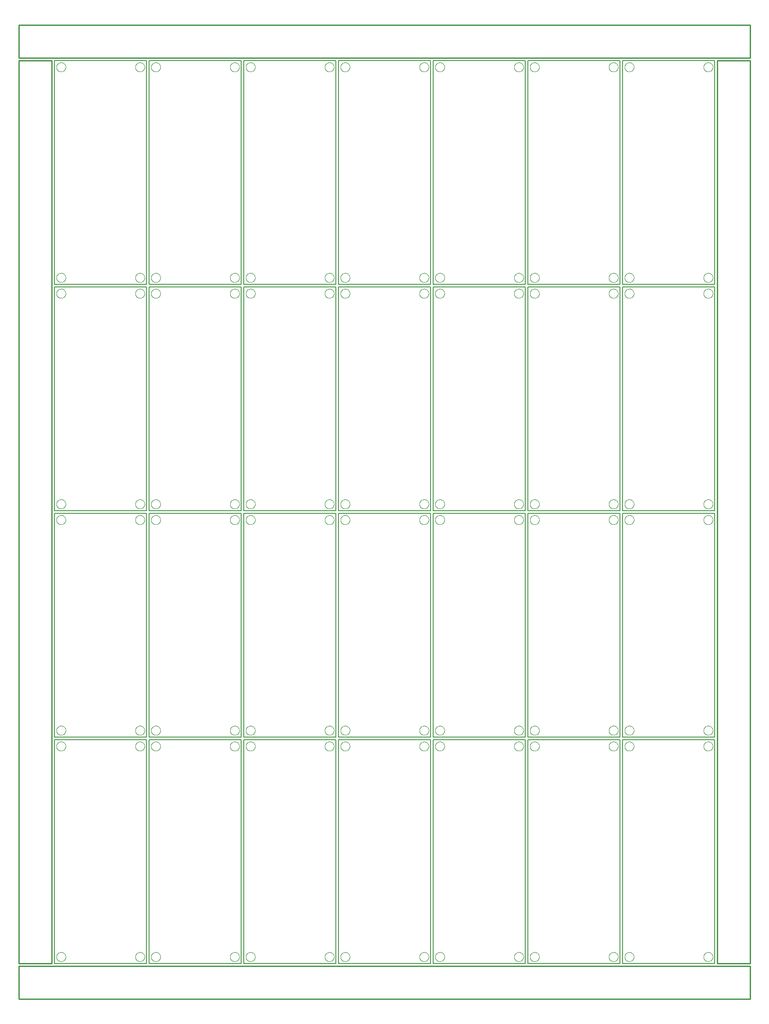
<source format=gko>
G75*
%MOIN*%
%OFA0B0*%
%FSLAX25Y25*%
%IPPOS*%
%LPD*%
%AMOC8*
5,1,8,0,0,1.08239X$1,22.5*
%
%ADD10C,0.00800*%
%ADD11C,0.00000*%
%ADD12C,0.01000*%
D10*
X0028750Y0028750D02*
X0028750Y0198750D01*
X0098750Y0198750D01*
X0098750Y0028750D01*
X0028750Y0028750D01*
X0100750Y0028750D02*
X0100750Y0198750D01*
X0170750Y0198750D01*
X0170750Y0028750D01*
X0100750Y0028750D01*
X0172750Y0028750D02*
X0172750Y0198750D01*
X0242750Y0198750D01*
X0242750Y0028750D01*
X0172750Y0028750D01*
X0244750Y0028750D02*
X0244750Y0198750D01*
X0314750Y0198750D01*
X0314750Y0028750D01*
X0244750Y0028750D01*
X0316750Y0028750D02*
X0316750Y0198750D01*
X0386750Y0198750D01*
X0386750Y0028750D01*
X0316750Y0028750D01*
X0388750Y0028750D02*
X0388750Y0198750D01*
X0458750Y0198750D01*
X0458750Y0028750D01*
X0388750Y0028750D01*
X0460750Y0028750D02*
X0460750Y0198750D01*
X0530750Y0198750D01*
X0530750Y0028750D01*
X0460750Y0028750D01*
X0460750Y0200750D02*
X0460750Y0370750D01*
X0530750Y0370750D01*
X0530750Y0200750D01*
X0460750Y0200750D01*
X0458750Y0200750D02*
X0458750Y0370750D01*
X0388750Y0370750D01*
X0388750Y0200750D01*
X0458750Y0200750D01*
X0386750Y0200750D02*
X0386750Y0370750D01*
X0316750Y0370750D01*
X0316750Y0200750D01*
X0386750Y0200750D01*
X0314750Y0200750D02*
X0314750Y0370750D01*
X0244750Y0370750D01*
X0244750Y0200750D01*
X0314750Y0200750D01*
X0242750Y0200750D02*
X0242750Y0370750D01*
X0172750Y0370750D01*
X0172750Y0200750D01*
X0242750Y0200750D01*
X0170750Y0200750D02*
X0170750Y0370750D01*
X0100750Y0370750D01*
X0100750Y0200750D01*
X0170750Y0200750D01*
X0098750Y0200750D02*
X0098750Y0370750D01*
X0028750Y0370750D01*
X0028750Y0200750D01*
X0098750Y0200750D01*
X0098750Y0372750D02*
X0028750Y0372750D01*
X0028750Y0542750D01*
X0098750Y0542750D01*
X0098750Y0372750D01*
X0100750Y0372750D02*
X0100750Y0542750D01*
X0170750Y0542750D01*
X0170750Y0372750D01*
X0100750Y0372750D01*
X0172750Y0372750D02*
X0172750Y0542750D01*
X0242750Y0542750D01*
X0242750Y0372750D01*
X0172750Y0372750D01*
X0244750Y0372750D02*
X0244750Y0542750D01*
X0314750Y0542750D01*
X0314750Y0372750D01*
X0244750Y0372750D01*
X0316750Y0372750D02*
X0316750Y0542750D01*
X0386750Y0542750D01*
X0386750Y0372750D01*
X0316750Y0372750D01*
X0388750Y0372750D02*
X0388750Y0542750D01*
X0458750Y0542750D01*
X0458750Y0372750D01*
X0388750Y0372750D01*
X0460750Y0372750D02*
X0460750Y0542750D01*
X0530750Y0542750D01*
X0530750Y0372750D01*
X0460750Y0372750D01*
X0460750Y0544750D02*
X0460750Y0714750D01*
X0530750Y0714750D01*
X0530750Y0544750D01*
X0460750Y0544750D01*
X0458750Y0544750D02*
X0458750Y0714750D01*
X0388750Y0714750D01*
X0388750Y0544750D01*
X0458750Y0544750D01*
X0386750Y0544750D02*
X0386750Y0714750D01*
X0316750Y0714750D01*
X0316750Y0544750D01*
X0386750Y0544750D01*
X0314750Y0544750D02*
X0314750Y0714750D01*
X0244750Y0714750D01*
X0244750Y0544750D01*
X0314750Y0544750D01*
X0242750Y0544750D02*
X0242750Y0714750D01*
X0172750Y0714750D01*
X0172750Y0544750D01*
X0242750Y0544750D01*
X0170750Y0544750D02*
X0170750Y0714750D01*
X0100750Y0714750D01*
X0100750Y0544750D01*
X0170750Y0544750D01*
X0098750Y0544750D02*
X0098750Y0714750D01*
X0028750Y0714750D01*
X0028750Y0544750D01*
X0098750Y0544750D01*
D11*
X0090250Y0549750D02*
X0090252Y0549868D01*
X0090258Y0549986D01*
X0090268Y0550104D01*
X0090282Y0550221D01*
X0090300Y0550338D01*
X0090322Y0550455D01*
X0090347Y0550570D01*
X0090377Y0550684D01*
X0090411Y0550798D01*
X0090448Y0550910D01*
X0090489Y0551021D01*
X0090534Y0551130D01*
X0090582Y0551238D01*
X0090634Y0551344D01*
X0090690Y0551449D01*
X0090749Y0551551D01*
X0090811Y0551651D01*
X0090877Y0551749D01*
X0090946Y0551845D01*
X0091019Y0551939D01*
X0091094Y0552030D01*
X0091173Y0552118D01*
X0091254Y0552204D01*
X0091339Y0552287D01*
X0091426Y0552367D01*
X0091515Y0552444D01*
X0091608Y0552518D01*
X0091702Y0552588D01*
X0091799Y0552656D01*
X0091899Y0552720D01*
X0092000Y0552781D01*
X0092103Y0552838D01*
X0092209Y0552892D01*
X0092316Y0552943D01*
X0092424Y0552989D01*
X0092534Y0553032D01*
X0092646Y0553071D01*
X0092759Y0553107D01*
X0092873Y0553138D01*
X0092988Y0553166D01*
X0093103Y0553190D01*
X0093220Y0553210D01*
X0093337Y0553226D01*
X0093455Y0553238D01*
X0093573Y0553246D01*
X0093691Y0553250D01*
X0093809Y0553250D01*
X0093927Y0553246D01*
X0094045Y0553238D01*
X0094163Y0553226D01*
X0094280Y0553210D01*
X0094397Y0553190D01*
X0094512Y0553166D01*
X0094627Y0553138D01*
X0094741Y0553107D01*
X0094854Y0553071D01*
X0094966Y0553032D01*
X0095076Y0552989D01*
X0095184Y0552943D01*
X0095291Y0552892D01*
X0095397Y0552838D01*
X0095500Y0552781D01*
X0095601Y0552720D01*
X0095701Y0552656D01*
X0095798Y0552588D01*
X0095892Y0552518D01*
X0095985Y0552444D01*
X0096074Y0552367D01*
X0096161Y0552287D01*
X0096246Y0552204D01*
X0096327Y0552118D01*
X0096406Y0552030D01*
X0096481Y0551939D01*
X0096554Y0551845D01*
X0096623Y0551749D01*
X0096689Y0551651D01*
X0096751Y0551551D01*
X0096810Y0551449D01*
X0096866Y0551344D01*
X0096918Y0551238D01*
X0096966Y0551130D01*
X0097011Y0551021D01*
X0097052Y0550910D01*
X0097089Y0550798D01*
X0097123Y0550684D01*
X0097153Y0550570D01*
X0097178Y0550455D01*
X0097200Y0550338D01*
X0097218Y0550221D01*
X0097232Y0550104D01*
X0097242Y0549986D01*
X0097248Y0549868D01*
X0097250Y0549750D01*
X0097248Y0549632D01*
X0097242Y0549514D01*
X0097232Y0549396D01*
X0097218Y0549279D01*
X0097200Y0549162D01*
X0097178Y0549045D01*
X0097153Y0548930D01*
X0097123Y0548816D01*
X0097089Y0548702D01*
X0097052Y0548590D01*
X0097011Y0548479D01*
X0096966Y0548370D01*
X0096918Y0548262D01*
X0096866Y0548156D01*
X0096810Y0548051D01*
X0096751Y0547949D01*
X0096689Y0547849D01*
X0096623Y0547751D01*
X0096554Y0547655D01*
X0096481Y0547561D01*
X0096406Y0547470D01*
X0096327Y0547382D01*
X0096246Y0547296D01*
X0096161Y0547213D01*
X0096074Y0547133D01*
X0095985Y0547056D01*
X0095892Y0546982D01*
X0095798Y0546912D01*
X0095701Y0546844D01*
X0095601Y0546780D01*
X0095500Y0546719D01*
X0095397Y0546662D01*
X0095291Y0546608D01*
X0095184Y0546557D01*
X0095076Y0546511D01*
X0094966Y0546468D01*
X0094854Y0546429D01*
X0094741Y0546393D01*
X0094627Y0546362D01*
X0094512Y0546334D01*
X0094397Y0546310D01*
X0094280Y0546290D01*
X0094163Y0546274D01*
X0094045Y0546262D01*
X0093927Y0546254D01*
X0093809Y0546250D01*
X0093691Y0546250D01*
X0093573Y0546254D01*
X0093455Y0546262D01*
X0093337Y0546274D01*
X0093220Y0546290D01*
X0093103Y0546310D01*
X0092988Y0546334D01*
X0092873Y0546362D01*
X0092759Y0546393D01*
X0092646Y0546429D01*
X0092534Y0546468D01*
X0092424Y0546511D01*
X0092316Y0546557D01*
X0092209Y0546608D01*
X0092103Y0546662D01*
X0092000Y0546719D01*
X0091899Y0546780D01*
X0091799Y0546844D01*
X0091702Y0546912D01*
X0091608Y0546982D01*
X0091515Y0547056D01*
X0091426Y0547133D01*
X0091339Y0547213D01*
X0091254Y0547296D01*
X0091173Y0547382D01*
X0091094Y0547470D01*
X0091019Y0547561D01*
X0090946Y0547655D01*
X0090877Y0547751D01*
X0090811Y0547849D01*
X0090749Y0547949D01*
X0090690Y0548051D01*
X0090634Y0548156D01*
X0090582Y0548262D01*
X0090534Y0548370D01*
X0090489Y0548479D01*
X0090448Y0548590D01*
X0090411Y0548702D01*
X0090377Y0548816D01*
X0090347Y0548930D01*
X0090322Y0549045D01*
X0090300Y0549162D01*
X0090282Y0549279D01*
X0090268Y0549396D01*
X0090258Y0549514D01*
X0090252Y0549632D01*
X0090250Y0549750D01*
X0090250Y0537750D02*
X0090252Y0537868D01*
X0090258Y0537986D01*
X0090268Y0538104D01*
X0090282Y0538221D01*
X0090300Y0538338D01*
X0090322Y0538455D01*
X0090347Y0538570D01*
X0090377Y0538684D01*
X0090411Y0538798D01*
X0090448Y0538910D01*
X0090489Y0539021D01*
X0090534Y0539130D01*
X0090582Y0539238D01*
X0090634Y0539344D01*
X0090690Y0539449D01*
X0090749Y0539551D01*
X0090811Y0539651D01*
X0090877Y0539749D01*
X0090946Y0539845D01*
X0091019Y0539939D01*
X0091094Y0540030D01*
X0091173Y0540118D01*
X0091254Y0540204D01*
X0091339Y0540287D01*
X0091426Y0540367D01*
X0091515Y0540444D01*
X0091608Y0540518D01*
X0091702Y0540588D01*
X0091799Y0540656D01*
X0091899Y0540720D01*
X0092000Y0540781D01*
X0092103Y0540838D01*
X0092209Y0540892D01*
X0092316Y0540943D01*
X0092424Y0540989D01*
X0092534Y0541032D01*
X0092646Y0541071D01*
X0092759Y0541107D01*
X0092873Y0541138D01*
X0092988Y0541166D01*
X0093103Y0541190D01*
X0093220Y0541210D01*
X0093337Y0541226D01*
X0093455Y0541238D01*
X0093573Y0541246D01*
X0093691Y0541250D01*
X0093809Y0541250D01*
X0093927Y0541246D01*
X0094045Y0541238D01*
X0094163Y0541226D01*
X0094280Y0541210D01*
X0094397Y0541190D01*
X0094512Y0541166D01*
X0094627Y0541138D01*
X0094741Y0541107D01*
X0094854Y0541071D01*
X0094966Y0541032D01*
X0095076Y0540989D01*
X0095184Y0540943D01*
X0095291Y0540892D01*
X0095397Y0540838D01*
X0095500Y0540781D01*
X0095601Y0540720D01*
X0095701Y0540656D01*
X0095798Y0540588D01*
X0095892Y0540518D01*
X0095985Y0540444D01*
X0096074Y0540367D01*
X0096161Y0540287D01*
X0096246Y0540204D01*
X0096327Y0540118D01*
X0096406Y0540030D01*
X0096481Y0539939D01*
X0096554Y0539845D01*
X0096623Y0539749D01*
X0096689Y0539651D01*
X0096751Y0539551D01*
X0096810Y0539449D01*
X0096866Y0539344D01*
X0096918Y0539238D01*
X0096966Y0539130D01*
X0097011Y0539021D01*
X0097052Y0538910D01*
X0097089Y0538798D01*
X0097123Y0538684D01*
X0097153Y0538570D01*
X0097178Y0538455D01*
X0097200Y0538338D01*
X0097218Y0538221D01*
X0097232Y0538104D01*
X0097242Y0537986D01*
X0097248Y0537868D01*
X0097250Y0537750D01*
X0097248Y0537632D01*
X0097242Y0537514D01*
X0097232Y0537396D01*
X0097218Y0537279D01*
X0097200Y0537162D01*
X0097178Y0537045D01*
X0097153Y0536930D01*
X0097123Y0536816D01*
X0097089Y0536702D01*
X0097052Y0536590D01*
X0097011Y0536479D01*
X0096966Y0536370D01*
X0096918Y0536262D01*
X0096866Y0536156D01*
X0096810Y0536051D01*
X0096751Y0535949D01*
X0096689Y0535849D01*
X0096623Y0535751D01*
X0096554Y0535655D01*
X0096481Y0535561D01*
X0096406Y0535470D01*
X0096327Y0535382D01*
X0096246Y0535296D01*
X0096161Y0535213D01*
X0096074Y0535133D01*
X0095985Y0535056D01*
X0095892Y0534982D01*
X0095798Y0534912D01*
X0095701Y0534844D01*
X0095601Y0534780D01*
X0095500Y0534719D01*
X0095397Y0534662D01*
X0095291Y0534608D01*
X0095184Y0534557D01*
X0095076Y0534511D01*
X0094966Y0534468D01*
X0094854Y0534429D01*
X0094741Y0534393D01*
X0094627Y0534362D01*
X0094512Y0534334D01*
X0094397Y0534310D01*
X0094280Y0534290D01*
X0094163Y0534274D01*
X0094045Y0534262D01*
X0093927Y0534254D01*
X0093809Y0534250D01*
X0093691Y0534250D01*
X0093573Y0534254D01*
X0093455Y0534262D01*
X0093337Y0534274D01*
X0093220Y0534290D01*
X0093103Y0534310D01*
X0092988Y0534334D01*
X0092873Y0534362D01*
X0092759Y0534393D01*
X0092646Y0534429D01*
X0092534Y0534468D01*
X0092424Y0534511D01*
X0092316Y0534557D01*
X0092209Y0534608D01*
X0092103Y0534662D01*
X0092000Y0534719D01*
X0091899Y0534780D01*
X0091799Y0534844D01*
X0091702Y0534912D01*
X0091608Y0534982D01*
X0091515Y0535056D01*
X0091426Y0535133D01*
X0091339Y0535213D01*
X0091254Y0535296D01*
X0091173Y0535382D01*
X0091094Y0535470D01*
X0091019Y0535561D01*
X0090946Y0535655D01*
X0090877Y0535751D01*
X0090811Y0535849D01*
X0090749Y0535949D01*
X0090690Y0536051D01*
X0090634Y0536156D01*
X0090582Y0536262D01*
X0090534Y0536370D01*
X0090489Y0536479D01*
X0090448Y0536590D01*
X0090411Y0536702D01*
X0090377Y0536816D01*
X0090347Y0536930D01*
X0090322Y0537045D01*
X0090300Y0537162D01*
X0090282Y0537279D01*
X0090268Y0537396D01*
X0090258Y0537514D01*
X0090252Y0537632D01*
X0090250Y0537750D01*
X0102250Y0537750D02*
X0102252Y0537868D01*
X0102258Y0537986D01*
X0102268Y0538104D01*
X0102282Y0538221D01*
X0102300Y0538338D01*
X0102322Y0538455D01*
X0102347Y0538570D01*
X0102377Y0538684D01*
X0102411Y0538798D01*
X0102448Y0538910D01*
X0102489Y0539021D01*
X0102534Y0539130D01*
X0102582Y0539238D01*
X0102634Y0539344D01*
X0102690Y0539449D01*
X0102749Y0539551D01*
X0102811Y0539651D01*
X0102877Y0539749D01*
X0102946Y0539845D01*
X0103019Y0539939D01*
X0103094Y0540030D01*
X0103173Y0540118D01*
X0103254Y0540204D01*
X0103339Y0540287D01*
X0103426Y0540367D01*
X0103515Y0540444D01*
X0103608Y0540518D01*
X0103702Y0540588D01*
X0103799Y0540656D01*
X0103899Y0540720D01*
X0104000Y0540781D01*
X0104103Y0540838D01*
X0104209Y0540892D01*
X0104316Y0540943D01*
X0104424Y0540989D01*
X0104534Y0541032D01*
X0104646Y0541071D01*
X0104759Y0541107D01*
X0104873Y0541138D01*
X0104988Y0541166D01*
X0105103Y0541190D01*
X0105220Y0541210D01*
X0105337Y0541226D01*
X0105455Y0541238D01*
X0105573Y0541246D01*
X0105691Y0541250D01*
X0105809Y0541250D01*
X0105927Y0541246D01*
X0106045Y0541238D01*
X0106163Y0541226D01*
X0106280Y0541210D01*
X0106397Y0541190D01*
X0106512Y0541166D01*
X0106627Y0541138D01*
X0106741Y0541107D01*
X0106854Y0541071D01*
X0106966Y0541032D01*
X0107076Y0540989D01*
X0107184Y0540943D01*
X0107291Y0540892D01*
X0107397Y0540838D01*
X0107500Y0540781D01*
X0107601Y0540720D01*
X0107701Y0540656D01*
X0107798Y0540588D01*
X0107892Y0540518D01*
X0107985Y0540444D01*
X0108074Y0540367D01*
X0108161Y0540287D01*
X0108246Y0540204D01*
X0108327Y0540118D01*
X0108406Y0540030D01*
X0108481Y0539939D01*
X0108554Y0539845D01*
X0108623Y0539749D01*
X0108689Y0539651D01*
X0108751Y0539551D01*
X0108810Y0539449D01*
X0108866Y0539344D01*
X0108918Y0539238D01*
X0108966Y0539130D01*
X0109011Y0539021D01*
X0109052Y0538910D01*
X0109089Y0538798D01*
X0109123Y0538684D01*
X0109153Y0538570D01*
X0109178Y0538455D01*
X0109200Y0538338D01*
X0109218Y0538221D01*
X0109232Y0538104D01*
X0109242Y0537986D01*
X0109248Y0537868D01*
X0109250Y0537750D01*
X0109248Y0537632D01*
X0109242Y0537514D01*
X0109232Y0537396D01*
X0109218Y0537279D01*
X0109200Y0537162D01*
X0109178Y0537045D01*
X0109153Y0536930D01*
X0109123Y0536816D01*
X0109089Y0536702D01*
X0109052Y0536590D01*
X0109011Y0536479D01*
X0108966Y0536370D01*
X0108918Y0536262D01*
X0108866Y0536156D01*
X0108810Y0536051D01*
X0108751Y0535949D01*
X0108689Y0535849D01*
X0108623Y0535751D01*
X0108554Y0535655D01*
X0108481Y0535561D01*
X0108406Y0535470D01*
X0108327Y0535382D01*
X0108246Y0535296D01*
X0108161Y0535213D01*
X0108074Y0535133D01*
X0107985Y0535056D01*
X0107892Y0534982D01*
X0107798Y0534912D01*
X0107701Y0534844D01*
X0107601Y0534780D01*
X0107500Y0534719D01*
X0107397Y0534662D01*
X0107291Y0534608D01*
X0107184Y0534557D01*
X0107076Y0534511D01*
X0106966Y0534468D01*
X0106854Y0534429D01*
X0106741Y0534393D01*
X0106627Y0534362D01*
X0106512Y0534334D01*
X0106397Y0534310D01*
X0106280Y0534290D01*
X0106163Y0534274D01*
X0106045Y0534262D01*
X0105927Y0534254D01*
X0105809Y0534250D01*
X0105691Y0534250D01*
X0105573Y0534254D01*
X0105455Y0534262D01*
X0105337Y0534274D01*
X0105220Y0534290D01*
X0105103Y0534310D01*
X0104988Y0534334D01*
X0104873Y0534362D01*
X0104759Y0534393D01*
X0104646Y0534429D01*
X0104534Y0534468D01*
X0104424Y0534511D01*
X0104316Y0534557D01*
X0104209Y0534608D01*
X0104103Y0534662D01*
X0104000Y0534719D01*
X0103899Y0534780D01*
X0103799Y0534844D01*
X0103702Y0534912D01*
X0103608Y0534982D01*
X0103515Y0535056D01*
X0103426Y0535133D01*
X0103339Y0535213D01*
X0103254Y0535296D01*
X0103173Y0535382D01*
X0103094Y0535470D01*
X0103019Y0535561D01*
X0102946Y0535655D01*
X0102877Y0535751D01*
X0102811Y0535849D01*
X0102749Y0535949D01*
X0102690Y0536051D01*
X0102634Y0536156D01*
X0102582Y0536262D01*
X0102534Y0536370D01*
X0102489Y0536479D01*
X0102448Y0536590D01*
X0102411Y0536702D01*
X0102377Y0536816D01*
X0102347Y0536930D01*
X0102322Y0537045D01*
X0102300Y0537162D01*
X0102282Y0537279D01*
X0102268Y0537396D01*
X0102258Y0537514D01*
X0102252Y0537632D01*
X0102250Y0537750D01*
X0102250Y0549750D02*
X0102252Y0549868D01*
X0102258Y0549986D01*
X0102268Y0550104D01*
X0102282Y0550221D01*
X0102300Y0550338D01*
X0102322Y0550455D01*
X0102347Y0550570D01*
X0102377Y0550684D01*
X0102411Y0550798D01*
X0102448Y0550910D01*
X0102489Y0551021D01*
X0102534Y0551130D01*
X0102582Y0551238D01*
X0102634Y0551344D01*
X0102690Y0551449D01*
X0102749Y0551551D01*
X0102811Y0551651D01*
X0102877Y0551749D01*
X0102946Y0551845D01*
X0103019Y0551939D01*
X0103094Y0552030D01*
X0103173Y0552118D01*
X0103254Y0552204D01*
X0103339Y0552287D01*
X0103426Y0552367D01*
X0103515Y0552444D01*
X0103608Y0552518D01*
X0103702Y0552588D01*
X0103799Y0552656D01*
X0103899Y0552720D01*
X0104000Y0552781D01*
X0104103Y0552838D01*
X0104209Y0552892D01*
X0104316Y0552943D01*
X0104424Y0552989D01*
X0104534Y0553032D01*
X0104646Y0553071D01*
X0104759Y0553107D01*
X0104873Y0553138D01*
X0104988Y0553166D01*
X0105103Y0553190D01*
X0105220Y0553210D01*
X0105337Y0553226D01*
X0105455Y0553238D01*
X0105573Y0553246D01*
X0105691Y0553250D01*
X0105809Y0553250D01*
X0105927Y0553246D01*
X0106045Y0553238D01*
X0106163Y0553226D01*
X0106280Y0553210D01*
X0106397Y0553190D01*
X0106512Y0553166D01*
X0106627Y0553138D01*
X0106741Y0553107D01*
X0106854Y0553071D01*
X0106966Y0553032D01*
X0107076Y0552989D01*
X0107184Y0552943D01*
X0107291Y0552892D01*
X0107397Y0552838D01*
X0107500Y0552781D01*
X0107601Y0552720D01*
X0107701Y0552656D01*
X0107798Y0552588D01*
X0107892Y0552518D01*
X0107985Y0552444D01*
X0108074Y0552367D01*
X0108161Y0552287D01*
X0108246Y0552204D01*
X0108327Y0552118D01*
X0108406Y0552030D01*
X0108481Y0551939D01*
X0108554Y0551845D01*
X0108623Y0551749D01*
X0108689Y0551651D01*
X0108751Y0551551D01*
X0108810Y0551449D01*
X0108866Y0551344D01*
X0108918Y0551238D01*
X0108966Y0551130D01*
X0109011Y0551021D01*
X0109052Y0550910D01*
X0109089Y0550798D01*
X0109123Y0550684D01*
X0109153Y0550570D01*
X0109178Y0550455D01*
X0109200Y0550338D01*
X0109218Y0550221D01*
X0109232Y0550104D01*
X0109242Y0549986D01*
X0109248Y0549868D01*
X0109250Y0549750D01*
X0109248Y0549632D01*
X0109242Y0549514D01*
X0109232Y0549396D01*
X0109218Y0549279D01*
X0109200Y0549162D01*
X0109178Y0549045D01*
X0109153Y0548930D01*
X0109123Y0548816D01*
X0109089Y0548702D01*
X0109052Y0548590D01*
X0109011Y0548479D01*
X0108966Y0548370D01*
X0108918Y0548262D01*
X0108866Y0548156D01*
X0108810Y0548051D01*
X0108751Y0547949D01*
X0108689Y0547849D01*
X0108623Y0547751D01*
X0108554Y0547655D01*
X0108481Y0547561D01*
X0108406Y0547470D01*
X0108327Y0547382D01*
X0108246Y0547296D01*
X0108161Y0547213D01*
X0108074Y0547133D01*
X0107985Y0547056D01*
X0107892Y0546982D01*
X0107798Y0546912D01*
X0107701Y0546844D01*
X0107601Y0546780D01*
X0107500Y0546719D01*
X0107397Y0546662D01*
X0107291Y0546608D01*
X0107184Y0546557D01*
X0107076Y0546511D01*
X0106966Y0546468D01*
X0106854Y0546429D01*
X0106741Y0546393D01*
X0106627Y0546362D01*
X0106512Y0546334D01*
X0106397Y0546310D01*
X0106280Y0546290D01*
X0106163Y0546274D01*
X0106045Y0546262D01*
X0105927Y0546254D01*
X0105809Y0546250D01*
X0105691Y0546250D01*
X0105573Y0546254D01*
X0105455Y0546262D01*
X0105337Y0546274D01*
X0105220Y0546290D01*
X0105103Y0546310D01*
X0104988Y0546334D01*
X0104873Y0546362D01*
X0104759Y0546393D01*
X0104646Y0546429D01*
X0104534Y0546468D01*
X0104424Y0546511D01*
X0104316Y0546557D01*
X0104209Y0546608D01*
X0104103Y0546662D01*
X0104000Y0546719D01*
X0103899Y0546780D01*
X0103799Y0546844D01*
X0103702Y0546912D01*
X0103608Y0546982D01*
X0103515Y0547056D01*
X0103426Y0547133D01*
X0103339Y0547213D01*
X0103254Y0547296D01*
X0103173Y0547382D01*
X0103094Y0547470D01*
X0103019Y0547561D01*
X0102946Y0547655D01*
X0102877Y0547751D01*
X0102811Y0547849D01*
X0102749Y0547949D01*
X0102690Y0548051D01*
X0102634Y0548156D01*
X0102582Y0548262D01*
X0102534Y0548370D01*
X0102489Y0548479D01*
X0102448Y0548590D01*
X0102411Y0548702D01*
X0102377Y0548816D01*
X0102347Y0548930D01*
X0102322Y0549045D01*
X0102300Y0549162D01*
X0102282Y0549279D01*
X0102268Y0549396D01*
X0102258Y0549514D01*
X0102252Y0549632D01*
X0102250Y0549750D01*
X0162250Y0549750D02*
X0162252Y0549868D01*
X0162258Y0549986D01*
X0162268Y0550104D01*
X0162282Y0550221D01*
X0162300Y0550338D01*
X0162322Y0550455D01*
X0162347Y0550570D01*
X0162377Y0550684D01*
X0162411Y0550798D01*
X0162448Y0550910D01*
X0162489Y0551021D01*
X0162534Y0551130D01*
X0162582Y0551238D01*
X0162634Y0551344D01*
X0162690Y0551449D01*
X0162749Y0551551D01*
X0162811Y0551651D01*
X0162877Y0551749D01*
X0162946Y0551845D01*
X0163019Y0551939D01*
X0163094Y0552030D01*
X0163173Y0552118D01*
X0163254Y0552204D01*
X0163339Y0552287D01*
X0163426Y0552367D01*
X0163515Y0552444D01*
X0163608Y0552518D01*
X0163702Y0552588D01*
X0163799Y0552656D01*
X0163899Y0552720D01*
X0164000Y0552781D01*
X0164103Y0552838D01*
X0164209Y0552892D01*
X0164316Y0552943D01*
X0164424Y0552989D01*
X0164534Y0553032D01*
X0164646Y0553071D01*
X0164759Y0553107D01*
X0164873Y0553138D01*
X0164988Y0553166D01*
X0165103Y0553190D01*
X0165220Y0553210D01*
X0165337Y0553226D01*
X0165455Y0553238D01*
X0165573Y0553246D01*
X0165691Y0553250D01*
X0165809Y0553250D01*
X0165927Y0553246D01*
X0166045Y0553238D01*
X0166163Y0553226D01*
X0166280Y0553210D01*
X0166397Y0553190D01*
X0166512Y0553166D01*
X0166627Y0553138D01*
X0166741Y0553107D01*
X0166854Y0553071D01*
X0166966Y0553032D01*
X0167076Y0552989D01*
X0167184Y0552943D01*
X0167291Y0552892D01*
X0167397Y0552838D01*
X0167500Y0552781D01*
X0167601Y0552720D01*
X0167701Y0552656D01*
X0167798Y0552588D01*
X0167892Y0552518D01*
X0167985Y0552444D01*
X0168074Y0552367D01*
X0168161Y0552287D01*
X0168246Y0552204D01*
X0168327Y0552118D01*
X0168406Y0552030D01*
X0168481Y0551939D01*
X0168554Y0551845D01*
X0168623Y0551749D01*
X0168689Y0551651D01*
X0168751Y0551551D01*
X0168810Y0551449D01*
X0168866Y0551344D01*
X0168918Y0551238D01*
X0168966Y0551130D01*
X0169011Y0551021D01*
X0169052Y0550910D01*
X0169089Y0550798D01*
X0169123Y0550684D01*
X0169153Y0550570D01*
X0169178Y0550455D01*
X0169200Y0550338D01*
X0169218Y0550221D01*
X0169232Y0550104D01*
X0169242Y0549986D01*
X0169248Y0549868D01*
X0169250Y0549750D01*
X0169248Y0549632D01*
X0169242Y0549514D01*
X0169232Y0549396D01*
X0169218Y0549279D01*
X0169200Y0549162D01*
X0169178Y0549045D01*
X0169153Y0548930D01*
X0169123Y0548816D01*
X0169089Y0548702D01*
X0169052Y0548590D01*
X0169011Y0548479D01*
X0168966Y0548370D01*
X0168918Y0548262D01*
X0168866Y0548156D01*
X0168810Y0548051D01*
X0168751Y0547949D01*
X0168689Y0547849D01*
X0168623Y0547751D01*
X0168554Y0547655D01*
X0168481Y0547561D01*
X0168406Y0547470D01*
X0168327Y0547382D01*
X0168246Y0547296D01*
X0168161Y0547213D01*
X0168074Y0547133D01*
X0167985Y0547056D01*
X0167892Y0546982D01*
X0167798Y0546912D01*
X0167701Y0546844D01*
X0167601Y0546780D01*
X0167500Y0546719D01*
X0167397Y0546662D01*
X0167291Y0546608D01*
X0167184Y0546557D01*
X0167076Y0546511D01*
X0166966Y0546468D01*
X0166854Y0546429D01*
X0166741Y0546393D01*
X0166627Y0546362D01*
X0166512Y0546334D01*
X0166397Y0546310D01*
X0166280Y0546290D01*
X0166163Y0546274D01*
X0166045Y0546262D01*
X0165927Y0546254D01*
X0165809Y0546250D01*
X0165691Y0546250D01*
X0165573Y0546254D01*
X0165455Y0546262D01*
X0165337Y0546274D01*
X0165220Y0546290D01*
X0165103Y0546310D01*
X0164988Y0546334D01*
X0164873Y0546362D01*
X0164759Y0546393D01*
X0164646Y0546429D01*
X0164534Y0546468D01*
X0164424Y0546511D01*
X0164316Y0546557D01*
X0164209Y0546608D01*
X0164103Y0546662D01*
X0164000Y0546719D01*
X0163899Y0546780D01*
X0163799Y0546844D01*
X0163702Y0546912D01*
X0163608Y0546982D01*
X0163515Y0547056D01*
X0163426Y0547133D01*
X0163339Y0547213D01*
X0163254Y0547296D01*
X0163173Y0547382D01*
X0163094Y0547470D01*
X0163019Y0547561D01*
X0162946Y0547655D01*
X0162877Y0547751D01*
X0162811Y0547849D01*
X0162749Y0547949D01*
X0162690Y0548051D01*
X0162634Y0548156D01*
X0162582Y0548262D01*
X0162534Y0548370D01*
X0162489Y0548479D01*
X0162448Y0548590D01*
X0162411Y0548702D01*
X0162377Y0548816D01*
X0162347Y0548930D01*
X0162322Y0549045D01*
X0162300Y0549162D01*
X0162282Y0549279D01*
X0162268Y0549396D01*
X0162258Y0549514D01*
X0162252Y0549632D01*
X0162250Y0549750D01*
X0162250Y0537750D02*
X0162252Y0537868D01*
X0162258Y0537986D01*
X0162268Y0538104D01*
X0162282Y0538221D01*
X0162300Y0538338D01*
X0162322Y0538455D01*
X0162347Y0538570D01*
X0162377Y0538684D01*
X0162411Y0538798D01*
X0162448Y0538910D01*
X0162489Y0539021D01*
X0162534Y0539130D01*
X0162582Y0539238D01*
X0162634Y0539344D01*
X0162690Y0539449D01*
X0162749Y0539551D01*
X0162811Y0539651D01*
X0162877Y0539749D01*
X0162946Y0539845D01*
X0163019Y0539939D01*
X0163094Y0540030D01*
X0163173Y0540118D01*
X0163254Y0540204D01*
X0163339Y0540287D01*
X0163426Y0540367D01*
X0163515Y0540444D01*
X0163608Y0540518D01*
X0163702Y0540588D01*
X0163799Y0540656D01*
X0163899Y0540720D01*
X0164000Y0540781D01*
X0164103Y0540838D01*
X0164209Y0540892D01*
X0164316Y0540943D01*
X0164424Y0540989D01*
X0164534Y0541032D01*
X0164646Y0541071D01*
X0164759Y0541107D01*
X0164873Y0541138D01*
X0164988Y0541166D01*
X0165103Y0541190D01*
X0165220Y0541210D01*
X0165337Y0541226D01*
X0165455Y0541238D01*
X0165573Y0541246D01*
X0165691Y0541250D01*
X0165809Y0541250D01*
X0165927Y0541246D01*
X0166045Y0541238D01*
X0166163Y0541226D01*
X0166280Y0541210D01*
X0166397Y0541190D01*
X0166512Y0541166D01*
X0166627Y0541138D01*
X0166741Y0541107D01*
X0166854Y0541071D01*
X0166966Y0541032D01*
X0167076Y0540989D01*
X0167184Y0540943D01*
X0167291Y0540892D01*
X0167397Y0540838D01*
X0167500Y0540781D01*
X0167601Y0540720D01*
X0167701Y0540656D01*
X0167798Y0540588D01*
X0167892Y0540518D01*
X0167985Y0540444D01*
X0168074Y0540367D01*
X0168161Y0540287D01*
X0168246Y0540204D01*
X0168327Y0540118D01*
X0168406Y0540030D01*
X0168481Y0539939D01*
X0168554Y0539845D01*
X0168623Y0539749D01*
X0168689Y0539651D01*
X0168751Y0539551D01*
X0168810Y0539449D01*
X0168866Y0539344D01*
X0168918Y0539238D01*
X0168966Y0539130D01*
X0169011Y0539021D01*
X0169052Y0538910D01*
X0169089Y0538798D01*
X0169123Y0538684D01*
X0169153Y0538570D01*
X0169178Y0538455D01*
X0169200Y0538338D01*
X0169218Y0538221D01*
X0169232Y0538104D01*
X0169242Y0537986D01*
X0169248Y0537868D01*
X0169250Y0537750D01*
X0169248Y0537632D01*
X0169242Y0537514D01*
X0169232Y0537396D01*
X0169218Y0537279D01*
X0169200Y0537162D01*
X0169178Y0537045D01*
X0169153Y0536930D01*
X0169123Y0536816D01*
X0169089Y0536702D01*
X0169052Y0536590D01*
X0169011Y0536479D01*
X0168966Y0536370D01*
X0168918Y0536262D01*
X0168866Y0536156D01*
X0168810Y0536051D01*
X0168751Y0535949D01*
X0168689Y0535849D01*
X0168623Y0535751D01*
X0168554Y0535655D01*
X0168481Y0535561D01*
X0168406Y0535470D01*
X0168327Y0535382D01*
X0168246Y0535296D01*
X0168161Y0535213D01*
X0168074Y0535133D01*
X0167985Y0535056D01*
X0167892Y0534982D01*
X0167798Y0534912D01*
X0167701Y0534844D01*
X0167601Y0534780D01*
X0167500Y0534719D01*
X0167397Y0534662D01*
X0167291Y0534608D01*
X0167184Y0534557D01*
X0167076Y0534511D01*
X0166966Y0534468D01*
X0166854Y0534429D01*
X0166741Y0534393D01*
X0166627Y0534362D01*
X0166512Y0534334D01*
X0166397Y0534310D01*
X0166280Y0534290D01*
X0166163Y0534274D01*
X0166045Y0534262D01*
X0165927Y0534254D01*
X0165809Y0534250D01*
X0165691Y0534250D01*
X0165573Y0534254D01*
X0165455Y0534262D01*
X0165337Y0534274D01*
X0165220Y0534290D01*
X0165103Y0534310D01*
X0164988Y0534334D01*
X0164873Y0534362D01*
X0164759Y0534393D01*
X0164646Y0534429D01*
X0164534Y0534468D01*
X0164424Y0534511D01*
X0164316Y0534557D01*
X0164209Y0534608D01*
X0164103Y0534662D01*
X0164000Y0534719D01*
X0163899Y0534780D01*
X0163799Y0534844D01*
X0163702Y0534912D01*
X0163608Y0534982D01*
X0163515Y0535056D01*
X0163426Y0535133D01*
X0163339Y0535213D01*
X0163254Y0535296D01*
X0163173Y0535382D01*
X0163094Y0535470D01*
X0163019Y0535561D01*
X0162946Y0535655D01*
X0162877Y0535751D01*
X0162811Y0535849D01*
X0162749Y0535949D01*
X0162690Y0536051D01*
X0162634Y0536156D01*
X0162582Y0536262D01*
X0162534Y0536370D01*
X0162489Y0536479D01*
X0162448Y0536590D01*
X0162411Y0536702D01*
X0162377Y0536816D01*
X0162347Y0536930D01*
X0162322Y0537045D01*
X0162300Y0537162D01*
X0162282Y0537279D01*
X0162268Y0537396D01*
X0162258Y0537514D01*
X0162252Y0537632D01*
X0162250Y0537750D01*
X0174250Y0537750D02*
X0174252Y0537868D01*
X0174258Y0537986D01*
X0174268Y0538104D01*
X0174282Y0538221D01*
X0174300Y0538338D01*
X0174322Y0538455D01*
X0174347Y0538570D01*
X0174377Y0538684D01*
X0174411Y0538798D01*
X0174448Y0538910D01*
X0174489Y0539021D01*
X0174534Y0539130D01*
X0174582Y0539238D01*
X0174634Y0539344D01*
X0174690Y0539449D01*
X0174749Y0539551D01*
X0174811Y0539651D01*
X0174877Y0539749D01*
X0174946Y0539845D01*
X0175019Y0539939D01*
X0175094Y0540030D01*
X0175173Y0540118D01*
X0175254Y0540204D01*
X0175339Y0540287D01*
X0175426Y0540367D01*
X0175515Y0540444D01*
X0175608Y0540518D01*
X0175702Y0540588D01*
X0175799Y0540656D01*
X0175899Y0540720D01*
X0176000Y0540781D01*
X0176103Y0540838D01*
X0176209Y0540892D01*
X0176316Y0540943D01*
X0176424Y0540989D01*
X0176534Y0541032D01*
X0176646Y0541071D01*
X0176759Y0541107D01*
X0176873Y0541138D01*
X0176988Y0541166D01*
X0177103Y0541190D01*
X0177220Y0541210D01*
X0177337Y0541226D01*
X0177455Y0541238D01*
X0177573Y0541246D01*
X0177691Y0541250D01*
X0177809Y0541250D01*
X0177927Y0541246D01*
X0178045Y0541238D01*
X0178163Y0541226D01*
X0178280Y0541210D01*
X0178397Y0541190D01*
X0178512Y0541166D01*
X0178627Y0541138D01*
X0178741Y0541107D01*
X0178854Y0541071D01*
X0178966Y0541032D01*
X0179076Y0540989D01*
X0179184Y0540943D01*
X0179291Y0540892D01*
X0179397Y0540838D01*
X0179500Y0540781D01*
X0179601Y0540720D01*
X0179701Y0540656D01*
X0179798Y0540588D01*
X0179892Y0540518D01*
X0179985Y0540444D01*
X0180074Y0540367D01*
X0180161Y0540287D01*
X0180246Y0540204D01*
X0180327Y0540118D01*
X0180406Y0540030D01*
X0180481Y0539939D01*
X0180554Y0539845D01*
X0180623Y0539749D01*
X0180689Y0539651D01*
X0180751Y0539551D01*
X0180810Y0539449D01*
X0180866Y0539344D01*
X0180918Y0539238D01*
X0180966Y0539130D01*
X0181011Y0539021D01*
X0181052Y0538910D01*
X0181089Y0538798D01*
X0181123Y0538684D01*
X0181153Y0538570D01*
X0181178Y0538455D01*
X0181200Y0538338D01*
X0181218Y0538221D01*
X0181232Y0538104D01*
X0181242Y0537986D01*
X0181248Y0537868D01*
X0181250Y0537750D01*
X0181248Y0537632D01*
X0181242Y0537514D01*
X0181232Y0537396D01*
X0181218Y0537279D01*
X0181200Y0537162D01*
X0181178Y0537045D01*
X0181153Y0536930D01*
X0181123Y0536816D01*
X0181089Y0536702D01*
X0181052Y0536590D01*
X0181011Y0536479D01*
X0180966Y0536370D01*
X0180918Y0536262D01*
X0180866Y0536156D01*
X0180810Y0536051D01*
X0180751Y0535949D01*
X0180689Y0535849D01*
X0180623Y0535751D01*
X0180554Y0535655D01*
X0180481Y0535561D01*
X0180406Y0535470D01*
X0180327Y0535382D01*
X0180246Y0535296D01*
X0180161Y0535213D01*
X0180074Y0535133D01*
X0179985Y0535056D01*
X0179892Y0534982D01*
X0179798Y0534912D01*
X0179701Y0534844D01*
X0179601Y0534780D01*
X0179500Y0534719D01*
X0179397Y0534662D01*
X0179291Y0534608D01*
X0179184Y0534557D01*
X0179076Y0534511D01*
X0178966Y0534468D01*
X0178854Y0534429D01*
X0178741Y0534393D01*
X0178627Y0534362D01*
X0178512Y0534334D01*
X0178397Y0534310D01*
X0178280Y0534290D01*
X0178163Y0534274D01*
X0178045Y0534262D01*
X0177927Y0534254D01*
X0177809Y0534250D01*
X0177691Y0534250D01*
X0177573Y0534254D01*
X0177455Y0534262D01*
X0177337Y0534274D01*
X0177220Y0534290D01*
X0177103Y0534310D01*
X0176988Y0534334D01*
X0176873Y0534362D01*
X0176759Y0534393D01*
X0176646Y0534429D01*
X0176534Y0534468D01*
X0176424Y0534511D01*
X0176316Y0534557D01*
X0176209Y0534608D01*
X0176103Y0534662D01*
X0176000Y0534719D01*
X0175899Y0534780D01*
X0175799Y0534844D01*
X0175702Y0534912D01*
X0175608Y0534982D01*
X0175515Y0535056D01*
X0175426Y0535133D01*
X0175339Y0535213D01*
X0175254Y0535296D01*
X0175173Y0535382D01*
X0175094Y0535470D01*
X0175019Y0535561D01*
X0174946Y0535655D01*
X0174877Y0535751D01*
X0174811Y0535849D01*
X0174749Y0535949D01*
X0174690Y0536051D01*
X0174634Y0536156D01*
X0174582Y0536262D01*
X0174534Y0536370D01*
X0174489Y0536479D01*
X0174448Y0536590D01*
X0174411Y0536702D01*
X0174377Y0536816D01*
X0174347Y0536930D01*
X0174322Y0537045D01*
X0174300Y0537162D01*
X0174282Y0537279D01*
X0174268Y0537396D01*
X0174258Y0537514D01*
X0174252Y0537632D01*
X0174250Y0537750D01*
X0174250Y0549750D02*
X0174252Y0549868D01*
X0174258Y0549986D01*
X0174268Y0550104D01*
X0174282Y0550221D01*
X0174300Y0550338D01*
X0174322Y0550455D01*
X0174347Y0550570D01*
X0174377Y0550684D01*
X0174411Y0550798D01*
X0174448Y0550910D01*
X0174489Y0551021D01*
X0174534Y0551130D01*
X0174582Y0551238D01*
X0174634Y0551344D01*
X0174690Y0551449D01*
X0174749Y0551551D01*
X0174811Y0551651D01*
X0174877Y0551749D01*
X0174946Y0551845D01*
X0175019Y0551939D01*
X0175094Y0552030D01*
X0175173Y0552118D01*
X0175254Y0552204D01*
X0175339Y0552287D01*
X0175426Y0552367D01*
X0175515Y0552444D01*
X0175608Y0552518D01*
X0175702Y0552588D01*
X0175799Y0552656D01*
X0175899Y0552720D01*
X0176000Y0552781D01*
X0176103Y0552838D01*
X0176209Y0552892D01*
X0176316Y0552943D01*
X0176424Y0552989D01*
X0176534Y0553032D01*
X0176646Y0553071D01*
X0176759Y0553107D01*
X0176873Y0553138D01*
X0176988Y0553166D01*
X0177103Y0553190D01*
X0177220Y0553210D01*
X0177337Y0553226D01*
X0177455Y0553238D01*
X0177573Y0553246D01*
X0177691Y0553250D01*
X0177809Y0553250D01*
X0177927Y0553246D01*
X0178045Y0553238D01*
X0178163Y0553226D01*
X0178280Y0553210D01*
X0178397Y0553190D01*
X0178512Y0553166D01*
X0178627Y0553138D01*
X0178741Y0553107D01*
X0178854Y0553071D01*
X0178966Y0553032D01*
X0179076Y0552989D01*
X0179184Y0552943D01*
X0179291Y0552892D01*
X0179397Y0552838D01*
X0179500Y0552781D01*
X0179601Y0552720D01*
X0179701Y0552656D01*
X0179798Y0552588D01*
X0179892Y0552518D01*
X0179985Y0552444D01*
X0180074Y0552367D01*
X0180161Y0552287D01*
X0180246Y0552204D01*
X0180327Y0552118D01*
X0180406Y0552030D01*
X0180481Y0551939D01*
X0180554Y0551845D01*
X0180623Y0551749D01*
X0180689Y0551651D01*
X0180751Y0551551D01*
X0180810Y0551449D01*
X0180866Y0551344D01*
X0180918Y0551238D01*
X0180966Y0551130D01*
X0181011Y0551021D01*
X0181052Y0550910D01*
X0181089Y0550798D01*
X0181123Y0550684D01*
X0181153Y0550570D01*
X0181178Y0550455D01*
X0181200Y0550338D01*
X0181218Y0550221D01*
X0181232Y0550104D01*
X0181242Y0549986D01*
X0181248Y0549868D01*
X0181250Y0549750D01*
X0181248Y0549632D01*
X0181242Y0549514D01*
X0181232Y0549396D01*
X0181218Y0549279D01*
X0181200Y0549162D01*
X0181178Y0549045D01*
X0181153Y0548930D01*
X0181123Y0548816D01*
X0181089Y0548702D01*
X0181052Y0548590D01*
X0181011Y0548479D01*
X0180966Y0548370D01*
X0180918Y0548262D01*
X0180866Y0548156D01*
X0180810Y0548051D01*
X0180751Y0547949D01*
X0180689Y0547849D01*
X0180623Y0547751D01*
X0180554Y0547655D01*
X0180481Y0547561D01*
X0180406Y0547470D01*
X0180327Y0547382D01*
X0180246Y0547296D01*
X0180161Y0547213D01*
X0180074Y0547133D01*
X0179985Y0547056D01*
X0179892Y0546982D01*
X0179798Y0546912D01*
X0179701Y0546844D01*
X0179601Y0546780D01*
X0179500Y0546719D01*
X0179397Y0546662D01*
X0179291Y0546608D01*
X0179184Y0546557D01*
X0179076Y0546511D01*
X0178966Y0546468D01*
X0178854Y0546429D01*
X0178741Y0546393D01*
X0178627Y0546362D01*
X0178512Y0546334D01*
X0178397Y0546310D01*
X0178280Y0546290D01*
X0178163Y0546274D01*
X0178045Y0546262D01*
X0177927Y0546254D01*
X0177809Y0546250D01*
X0177691Y0546250D01*
X0177573Y0546254D01*
X0177455Y0546262D01*
X0177337Y0546274D01*
X0177220Y0546290D01*
X0177103Y0546310D01*
X0176988Y0546334D01*
X0176873Y0546362D01*
X0176759Y0546393D01*
X0176646Y0546429D01*
X0176534Y0546468D01*
X0176424Y0546511D01*
X0176316Y0546557D01*
X0176209Y0546608D01*
X0176103Y0546662D01*
X0176000Y0546719D01*
X0175899Y0546780D01*
X0175799Y0546844D01*
X0175702Y0546912D01*
X0175608Y0546982D01*
X0175515Y0547056D01*
X0175426Y0547133D01*
X0175339Y0547213D01*
X0175254Y0547296D01*
X0175173Y0547382D01*
X0175094Y0547470D01*
X0175019Y0547561D01*
X0174946Y0547655D01*
X0174877Y0547751D01*
X0174811Y0547849D01*
X0174749Y0547949D01*
X0174690Y0548051D01*
X0174634Y0548156D01*
X0174582Y0548262D01*
X0174534Y0548370D01*
X0174489Y0548479D01*
X0174448Y0548590D01*
X0174411Y0548702D01*
X0174377Y0548816D01*
X0174347Y0548930D01*
X0174322Y0549045D01*
X0174300Y0549162D01*
X0174282Y0549279D01*
X0174268Y0549396D01*
X0174258Y0549514D01*
X0174252Y0549632D01*
X0174250Y0549750D01*
X0234250Y0549750D02*
X0234252Y0549868D01*
X0234258Y0549986D01*
X0234268Y0550104D01*
X0234282Y0550221D01*
X0234300Y0550338D01*
X0234322Y0550455D01*
X0234347Y0550570D01*
X0234377Y0550684D01*
X0234411Y0550798D01*
X0234448Y0550910D01*
X0234489Y0551021D01*
X0234534Y0551130D01*
X0234582Y0551238D01*
X0234634Y0551344D01*
X0234690Y0551449D01*
X0234749Y0551551D01*
X0234811Y0551651D01*
X0234877Y0551749D01*
X0234946Y0551845D01*
X0235019Y0551939D01*
X0235094Y0552030D01*
X0235173Y0552118D01*
X0235254Y0552204D01*
X0235339Y0552287D01*
X0235426Y0552367D01*
X0235515Y0552444D01*
X0235608Y0552518D01*
X0235702Y0552588D01*
X0235799Y0552656D01*
X0235899Y0552720D01*
X0236000Y0552781D01*
X0236103Y0552838D01*
X0236209Y0552892D01*
X0236316Y0552943D01*
X0236424Y0552989D01*
X0236534Y0553032D01*
X0236646Y0553071D01*
X0236759Y0553107D01*
X0236873Y0553138D01*
X0236988Y0553166D01*
X0237103Y0553190D01*
X0237220Y0553210D01*
X0237337Y0553226D01*
X0237455Y0553238D01*
X0237573Y0553246D01*
X0237691Y0553250D01*
X0237809Y0553250D01*
X0237927Y0553246D01*
X0238045Y0553238D01*
X0238163Y0553226D01*
X0238280Y0553210D01*
X0238397Y0553190D01*
X0238512Y0553166D01*
X0238627Y0553138D01*
X0238741Y0553107D01*
X0238854Y0553071D01*
X0238966Y0553032D01*
X0239076Y0552989D01*
X0239184Y0552943D01*
X0239291Y0552892D01*
X0239397Y0552838D01*
X0239500Y0552781D01*
X0239601Y0552720D01*
X0239701Y0552656D01*
X0239798Y0552588D01*
X0239892Y0552518D01*
X0239985Y0552444D01*
X0240074Y0552367D01*
X0240161Y0552287D01*
X0240246Y0552204D01*
X0240327Y0552118D01*
X0240406Y0552030D01*
X0240481Y0551939D01*
X0240554Y0551845D01*
X0240623Y0551749D01*
X0240689Y0551651D01*
X0240751Y0551551D01*
X0240810Y0551449D01*
X0240866Y0551344D01*
X0240918Y0551238D01*
X0240966Y0551130D01*
X0241011Y0551021D01*
X0241052Y0550910D01*
X0241089Y0550798D01*
X0241123Y0550684D01*
X0241153Y0550570D01*
X0241178Y0550455D01*
X0241200Y0550338D01*
X0241218Y0550221D01*
X0241232Y0550104D01*
X0241242Y0549986D01*
X0241248Y0549868D01*
X0241250Y0549750D01*
X0241248Y0549632D01*
X0241242Y0549514D01*
X0241232Y0549396D01*
X0241218Y0549279D01*
X0241200Y0549162D01*
X0241178Y0549045D01*
X0241153Y0548930D01*
X0241123Y0548816D01*
X0241089Y0548702D01*
X0241052Y0548590D01*
X0241011Y0548479D01*
X0240966Y0548370D01*
X0240918Y0548262D01*
X0240866Y0548156D01*
X0240810Y0548051D01*
X0240751Y0547949D01*
X0240689Y0547849D01*
X0240623Y0547751D01*
X0240554Y0547655D01*
X0240481Y0547561D01*
X0240406Y0547470D01*
X0240327Y0547382D01*
X0240246Y0547296D01*
X0240161Y0547213D01*
X0240074Y0547133D01*
X0239985Y0547056D01*
X0239892Y0546982D01*
X0239798Y0546912D01*
X0239701Y0546844D01*
X0239601Y0546780D01*
X0239500Y0546719D01*
X0239397Y0546662D01*
X0239291Y0546608D01*
X0239184Y0546557D01*
X0239076Y0546511D01*
X0238966Y0546468D01*
X0238854Y0546429D01*
X0238741Y0546393D01*
X0238627Y0546362D01*
X0238512Y0546334D01*
X0238397Y0546310D01*
X0238280Y0546290D01*
X0238163Y0546274D01*
X0238045Y0546262D01*
X0237927Y0546254D01*
X0237809Y0546250D01*
X0237691Y0546250D01*
X0237573Y0546254D01*
X0237455Y0546262D01*
X0237337Y0546274D01*
X0237220Y0546290D01*
X0237103Y0546310D01*
X0236988Y0546334D01*
X0236873Y0546362D01*
X0236759Y0546393D01*
X0236646Y0546429D01*
X0236534Y0546468D01*
X0236424Y0546511D01*
X0236316Y0546557D01*
X0236209Y0546608D01*
X0236103Y0546662D01*
X0236000Y0546719D01*
X0235899Y0546780D01*
X0235799Y0546844D01*
X0235702Y0546912D01*
X0235608Y0546982D01*
X0235515Y0547056D01*
X0235426Y0547133D01*
X0235339Y0547213D01*
X0235254Y0547296D01*
X0235173Y0547382D01*
X0235094Y0547470D01*
X0235019Y0547561D01*
X0234946Y0547655D01*
X0234877Y0547751D01*
X0234811Y0547849D01*
X0234749Y0547949D01*
X0234690Y0548051D01*
X0234634Y0548156D01*
X0234582Y0548262D01*
X0234534Y0548370D01*
X0234489Y0548479D01*
X0234448Y0548590D01*
X0234411Y0548702D01*
X0234377Y0548816D01*
X0234347Y0548930D01*
X0234322Y0549045D01*
X0234300Y0549162D01*
X0234282Y0549279D01*
X0234268Y0549396D01*
X0234258Y0549514D01*
X0234252Y0549632D01*
X0234250Y0549750D01*
X0234250Y0537750D02*
X0234252Y0537868D01*
X0234258Y0537986D01*
X0234268Y0538104D01*
X0234282Y0538221D01*
X0234300Y0538338D01*
X0234322Y0538455D01*
X0234347Y0538570D01*
X0234377Y0538684D01*
X0234411Y0538798D01*
X0234448Y0538910D01*
X0234489Y0539021D01*
X0234534Y0539130D01*
X0234582Y0539238D01*
X0234634Y0539344D01*
X0234690Y0539449D01*
X0234749Y0539551D01*
X0234811Y0539651D01*
X0234877Y0539749D01*
X0234946Y0539845D01*
X0235019Y0539939D01*
X0235094Y0540030D01*
X0235173Y0540118D01*
X0235254Y0540204D01*
X0235339Y0540287D01*
X0235426Y0540367D01*
X0235515Y0540444D01*
X0235608Y0540518D01*
X0235702Y0540588D01*
X0235799Y0540656D01*
X0235899Y0540720D01*
X0236000Y0540781D01*
X0236103Y0540838D01*
X0236209Y0540892D01*
X0236316Y0540943D01*
X0236424Y0540989D01*
X0236534Y0541032D01*
X0236646Y0541071D01*
X0236759Y0541107D01*
X0236873Y0541138D01*
X0236988Y0541166D01*
X0237103Y0541190D01*
X0237220Y0541210D01*
X0237337Y0541226D01*
X0237455Y0541238D01*
X0237573Y0541246D01*
X0237691Y0541250D01*
X0237809Y0541250D01*
X0237927Y0541246D01*
X0238045Y0541238D01*
X0238163Y0541226D01*
X0238280Y0541210D01*
X0238397Y0541190D01*
X0238512Y0541166D01*
X0238627Y0541138D01*
X0238741Y0541107D01*
X0238854Y0541071D01*
X0238966Y0541032D01*
X0239076Y0540989D01*
X0239184Y0540943D01*
X0239291Y0540892D01*
X0239397Y0540838D01*
X0239500Y0540781D01*
X0239601Y0540720D01*
X0239701Y0540656D01*
X0239798Y0540588D01*
X0239892Y0540518D01*
X0239985Y0540444D01*
X0240074Y0540367D01*
X0240161Y0540287D01*
X0240246Y0540204D01*
X0240327Y0540118D01*
X0240406Y0540030D01*
X0240481Y0539939D01*
X0240554Y0539845D01*
X0240623Y0539749D01*
X0240689Y0539651D01*
X0240751Y0539551D01*
X0240810Y0539449D01*
X0240866Y0539344D01*
X0240918Y0539238D01*
X0240966Y0539130D01*
X0241011Y0539021D01*
X0241052Y0538910D01*
X0241089Y0538798D01*
X0241123Y0538684D01*
X0241153Y0538570D01*
X0241178Y0538455D01*
X0241200Y0538338D01*
X0241218Y0538221D01*
X0241232Y0538104D01*
X0241242Y0537986D01*
X0241248Y0537868D01*
X0241250Y0537750D01*
X0241248Y0537632D01*
X0241242Y0537514D01*
X0241232Y0537396D01*
X0241218Y0537279D01*
X0241200Y0537162D01*
X0241178Y0537045D01*
X0241153Y0536930D01*
X0241123Y0536816D01*
X0241089Y0536702D01*
X0241052Y0536590D01*
X0241011Y0536479D01*
X0240966Y0536370D01*
X0240918Y0536262D01*
X0240866Y0536156D01*
X0240810Y0536051D01*
X0240751Y0535949D01*
X0240689Y0535849D01*
X0240623Y0535751D01*
X0240554Y0535655D01*
X0240481Y0535561D01*
X0240406Y0535470D01*
X0240327Y0535382D01*
X0240246Y0535296D01*
X0240161Y0535213D01*
X0240074Y0535133D01*
X0239985Y0535056D01*
X0239892Y0534982D01*
X0239798Y0534912D01*
X0239701Y0534844D01*
X0239601Y0534780D01*
X0239500Y0534719D01*
X0239397Y0534662D01*
X0239291Y0534608D01*
X0239184Y0534557D01*
X0239076Y0534511D01*
X0238966Y0534468D01*
X0238854Y0534429D01*
X0238741Y0534393D01*
X0238627Y0534362D01*
X0238512Y0534334D01*
X0238397Y0534310D01*
X0238280Y0534290D01*
X0238163Y0534274D01*
X0238045Y0534262D01*
X0237927Y0534254D01*
X0237809Y0534250D01*
X0237691Y0534250D01*
X0237573Y0534254D01*
X0237455Y0534262D01*
X0237337Y0534274D01*
X0237220Y0534290D01*
X0237103Y0534310D01*
X0236988Y0534334D01*
X0236873Y0534362D01*
X0236759Y0534393D01*
X0236646Y0534429D01*
X0236534Y0534468D01*
X0236424Y0534511D01*
X0236316Y0534557D01*
X0236209Y0534608D01*
X0236103Y0534662D01*
X0236000Y0534719D01*
X0235899Y0534780D01*
X0235799Y0534844D01*
X0235702Y0534912D01*
X0235608Y0534982D01*
X0235515Y0535056D01*
X0235426Y0535133D01*
X0235339Y0535213D01*
X0235254Y0535296D01*
X0235173Y0535382D01*
X0235094Y0535470D01*
X0235019Y0535561D01*
X0234946Y0535655D01*
X0234877Y0535751D01*
X0234811Y0535849D01*
X0234749Y0535949D01*
X0234690Y0536051D01*
X0234634Y0536156D01*
X0234582Y0536262D01*
X0234534Y0536370D01*
X0234489Y0536479D01*
X0234448Y0536590D01*
X0234411Y0536702D01*
X0234377Y0536816D01*
X0234347Y0536930D01*
X0234322Y0537045D01*
X0234300Y0537162D01*
X0234282Y0537279D01*
X0234268Y0537396D01*
X0234258Y0537514D01*
X0234252Y0537632D01*
X0234250Y0537750D01*
X0246250Y0537750D02*
X0246252Y0537868D01*
X0246258Y0537986D01*
X0246268Y0538104D01*
X0246282Y0538221D01*
X0246300Y0538338D01*
X0246322Y0538455D01*
X0246347Y0538570D01*
X0246377Y0538684D01*
X0246411Y0538798D01*
X0246448Y0538910D01*
X0246489Y0539021D01*
X0246534Y0539130D01*
X0246582Y0539238D01*
X0246634Y0539344D01*
X0246690Y0539449D01*
X0246749Y0539551D01*
X0246811Y0539651D01*
X0246877Y0539749D01*
X0246946Y0539845D01*
X0247019Y0539939D01*
X0247094Y0540030D01*
X0247173Y0540118D01*
X0247254Y0540204D01*
X0247339Y0540287D01*
X0247426Y0540367D01*
X0247515Y0540444D01*
X0247608Y0540518D01*
X0247702Y0540588D01*
X0247799Y0540656D01*
X0247899Y0540720D01*
X0248000Y0540781D01*
X0248103Y0540838D01*
X0248209Y0540892D01*
X0248316Y0540943D01*
X0248424Y0540989D01*
X0248534Y0541032D01*
X0248646Y0541071D01*
X0248759Y0541107D01*
X0248873Y0541138D01*
X0248988Y0541166D01*
X0249103Y0541190D01*
X0249220Y0541210D01*
X0249337Y0541226D01*
X0249455Y0541238D01*
X0249573Y0541246D01*
X0249691Y0541250D01*
X0249809Y0541250D01*
X0249927Y0541246D01*
X0250045Y0541238D01*
X0250163Y0541226D01*
X0250280Y0541210D01*
X0250397Y0541190D01*
X0250512Y0541166D01*
X0250627Y0541138D01*
X0250741Y0541107D01*
X0250854Y0541071D01*
X0250966Y0541032D01*
X0251076Y0540989D01*
X0251184Y0540943D01*
X0251291Y0540892D01*
X0251397Y0540838D01*
X0251500Y0540781D01*
X0251601Y0540720D01*
X0251701Y0540656D01*
X0251798Y0540588D01*
X0251892Y0540518D01*
X0251985Y0540444D01*
X0252074Y0540367D01*
X0252161Y0540287D01*
X0252246Y0540204D01*
X0252327Y0540118D01*
X0252406Y0540030D01*
X0252481Y0539939D01*
X0252554Y0539845D01*
X0252623Y0539749D01*
X0252689Y0539651D01*
X0252751Y0539551D01*
X0252810Y0539449D01*
X0252866Y0539344D01*
X0252918Y0539238D01*
X0252966Y0539130D01*
X0253011Y0539021D01*
X0253052Y0538910D01*
X0253089Y0538798D01*
X0253123Y0538684D01*
X0253153Y0538570D01*
X0253178Y0538455D01*
X0253200Y0538338D01*
X0253218Y0538221D01*
X0253232Y0538104D01*
X0253242Y0537986D01*
X0253248Y0537868D01*
X0253250Y0537750D01*
X0253248Y0537632D01*
X0253242Y0537514D01*
X0253232Y0537396D01*
X0253218Y0537279D01*
X0253200Y0537162D01*
X0253178Y0537045D01*
X0253153Y0536930D01*
X0253123Y0536816D01*
X0253089Y0536702D01*
X0253052Y0536590D01*
X0253011Y0536479D01*
X0252966Y0536370D01*
X0252918Y0536262D01*
X0252866Y0536156D01*
X0252810Y0536051D01*
X0252751Y0535949D01*
X0252689Y0535849D01*
X0252623Y0535751D01*
X0252554Y0535655D01*
X0252481Y0535561D01*
X0252406Y0535470D01*
X0252327Y0535382D01*
X0252246Y0535296D01*
X0252161Y0535213D01*
X0252074Y0535133D01*
X0251985Y0535056D01*
X0251892Y0534982D01*
X0251798Y0534912D01*
X0251701Y0534844D01*
X0251601Y0534780D01*
X0251500Y0534719D01*
X0251397Y0534662D01*
X0251291Y0534608D01*
X0251184Y0534557D01*
X0251076Y0534511D01*
X0250966Y0534468D01*
X0250854Y0534429D01*
X0250741Y0534393D01*
X0250627Y0534362D01*
X0250512Y0534334D01*
X0250397Y0534310D01*
X0250280Y0534290D01*
X0250163Y0534274D01*
X0250045Y0534262D01*
X0249927Y0534254D01*
X0249809Y0534250D01*
X0249691Y0534250D01*
X0249573Y0534254D01*
X0249455Y0534262D01*
X0249337Y0534274D01*
X0249220Y0534290D01*
X0249103Y0534310D01*
X0248988Y0534334D01*
X0248873Y0534362D01*
X0248759Y0534393D01*
X0248646Y0534429D01*
X0248534Y0534468D01*
X0248424Y0534511D01*
X0248316Y0534557D01*
X0248209Y0534608D01*
X0248103Y0534662D01*
X0248000Y0534719D01*
X0247899Y0534780D01*
X0247799Y0534844D01*
X0247702Y0534912D01*
X0247608Y0534982D01*
X0247515Y0535056D01*
X0247426Y0535133D01*
X0247339Y0535213D01*
X0247254Y0535296D01*
X0247173Y0535382D01*
X0247094Y0535470D01*
X0247019Y0535561D01*
X0246946Y0535655D01*
X0246877Y0535751D01*
X0246811Y0535849D01*
X0246749Y0535949D01*
X0246690Y0536051D01*
X0246634Y0536156D01*
X0246582Y0536262D01*
X0246534Y0536370D01*
X0246489Y0536479D01*
X0246448Y0536590D01*
X0246411Y0536702D01*
X0246377Y0536816D01*
X0246347Y0536930D01*
X0246322Y0537045D01*
X0246300Y0537162D01*
X0246282Y0537279D01*
X0246268Y0537396D01*
X0246258Y0537514D01*
X0246252Y0537632D01*
X0246250Y0537750D01*
X0246250Y0549750D02*
X0246252Y0549868D01*
X0246258Y0549986D01*
X0246268Y0550104D01*
X0246282Y0550221D01*
X0246300Y0550338D01*
X0246322Y0550455D01*
X0246347Y0550570D01*
X0246377Y0550684D01*
X0246411Y0550798D01*
X0246448Y0550910D01*
X0246489Y0551021D01*
X0246534Y0551130D01*
X0246582Y0551238D01*
X0246634Y0551344D01*
X0246690Y0551449D01*
X0246749Y0551551D01*
X0246811Y0551651D01*
X0246877Y0551749D01*
X0246946Y0551845D01*
X0247019Y0551939D01*
X0247094Y0552030D01*
X0247173Y0552118D01*
X0247254Y0552204D01*
X0247339Y0552287D01*
X0247426Y0552367D01*
X0247515Y0552444D01*
X0247608Y0552518D01*
X0247702Y0552588D01*
X0247799Y0552656D01*
X0247899Y0552720D01*
X0248000Y0552781D01*
X0248103Y0552838D01*
X0248209Y0552892D01*
X0248316Y0552943D01*
X0248424Y0552989D01*
X0248534Y0553032D01*
X0248646Y0553071D01*
X0248759Y0553107D01*
X0248873Y0553138D01*
X0248988Y0553166D01*
X0249103Y0553190D01*
X0249220Y0553210D01*
X0249337Y0553226D01*
X0249455Y0553238D01*
X0249573Y0553246D01*
X0249691Y0553250D01*
X0249809Y0553250D01*
X0249927Y0553246D01*
X0250045Y0553238D01*
X0250163Y0553226D01*
X0250280Y0553210D01*
X0250397Y0553190D01*
X0250512Y0553166D01*
X0250627Y0553138D01*
X0250741Y0553107D01*
X0250854Y0553071D01*
X0250966Y0553032D01*
X0251076Y0552989D01*
X0251184Y0552943D01*
X0251291Y0552892D01*
X0251397Y0552838D01*
X0251500Y0552781D01*
X0251601Y0552720D01*
X0251701Y0552656D01*
X0251798Y0552588D01*
X0251892Y0552518D01*
X0251985Y0552444D01*
X0252074Y0552367D01*
X0252161Y0552287D01*
X0252246Y0552204D01*
X0252327Y0552118D01*
X0252406Y0552030D01*
X0252481Y0551939D01*
X0252554Y0551845D01*
X0252623Y0551749D01*
X0252689Y0551651D01*
X0252751Y0551551D01*
X0252810Y0551449D01*
X0252866Y0551344D01*
X0252918Y0551238D01*
X0252966Y0551130D01*
X0253011Y0551021D01*
X0253052Y0550910D01*
X0253089Y0550798D01*
X0253123Y0550684D01*
X0253153Y0550570D01*
X0253178Y0550455D01*
X0253200Y0550338D01*
X0253218Y0550221D01*
X0253232Y0550104D01*
X0253242Y0549986D01*
X0253248Y0549868D01*
X0253250Y0549750D01*
X0253248Y0549632D01*
X0253242Y0549514D01*
X0253232Y0549396D01*
X0253218Y0549279D01*
X0253200Y0549162D01*
X0253178Y0549045D01*
X0253153Y0548930D01*
X0253123Y0548816D01*
X0253089Y0548702D01*
X0253052Y0548590D01*
X0253011Y0548479D01*
X0252966Y0548370D01*
X0252918Y0548262D01*
X0252866Y0548156D01*
X0252810Y0548051D01*
X0252751Y0547949D01*
X0252689Y0547849D01*
X0252623Y0547751D01*
X0252554Y0547655D01*
X0252481Y0547561D01*
X0252406Y0547470D01*
X0252327Y0547382D01*
X0252246Y0547296D01*
X0252161Y0547213D01*
X0252074Y0547133D01*
X0251985Y0547056D01*
X0251892Y0546982D01*
X0251798Y0546912D01*
X0251701Y0546844D01*
X0251601Y0546780D01*
X0251500Y0546719D01*
X0251397Y0546662D01*
X0251291Y0546608D01*
X0251184Y0546557D01*
X0251076Y0546511D01*
X0250966Y0546468D01*
X0250854Y0546429D01*
X0250741Y0546393D01*
X0250627Y0546362D01*
X0250512Y0546334D01*
X0250397Y0546310D01*
X0250280Y0546290D01*
X0250163Y0546274D01*
X0250045Y0546262D01*
X0249927Y0546254D01*
X0249809Y0546250D01*
X0249691Y0546250D01*
X0249573Y0546254D01*
X0249455Y0546262D01*
X0249337Y0546274D01*
X0249220Y0546290D01*
X0249103Y0546310D01*
X0248988Y0546334D01*
X0248873Y0546362D01*
X0248759Y0546393D01*
X0248646Y0546429D01*
X0248534Y0546468D01*
X0248424Y0546511D01*
X0248316Y0546557D01*
X0248209Y0546608D01*
X0248103Y0546662D01*
X0248000Y0546719D01*
X0247899Y0546780D01*
X0247799Y0546844D01*
X0247702Y0546912D01*
X0247608Y0546982D01*
X0247515Y0547056D01*
X0247426Y0547133D01*
X0247339Y0547213D01*
X0247254Y0547296D01*
X0247173Y0547382D01*
X0247094Y0547470D01*
X0247019Y0547561D01*
X0246946Y0547655D01*
X0246877Y0547751D01*
X0246811Y0547849D01*
X0246749Y0547949D01*
X0246690Y0548051D01*
X0246634Y0548156D01*
X0246582Y0548262D01*
X0246534Y0548370D01*
X0246489Y0548479D01*
X0246448Y0548590D01*
X0246411Y0548702D01*
X0246377Y0548816D01*
X0246347Y0548930D01*
X0246322Y0549045D01*
X0246300Y0549162D01*
X0246282Y0549279D01*
X0246268Y0549396D01*
X0246258Y0549514D01*
X0246252Y0549632D01*
X0246250Y0549750D01*
X0306250Y0549750D02*
X0306252Y0549868D01*
X0306258Y0549986D01*
X0306268Y0550104D01*
X0306282Y0550221D01*
X0306300Y0550338D01*
X0306322Y0550455D01*
X0306347Y0550570D01*
X0306377Y0550684D01*
X0306411Y0550798D01*
X0306448Y0550910D01*
X0306489Y0551021D01*
X0306534Y0551130D01*
X0306582Y0551238D01*
X0306634Y0551344D01*
X0306690Y0551449D01*
X0306749Y0551551D01*
X0306811Y0551651D01*
X0306877Y0551749D01*
X0306946Y0551845D01*
X0307019Y0551939D01*
X0307094Y0552030D01*
X0307173Y0552118D01*
X0307254Y0552204D01*
X0307339Y0552287D01*
X0307426Y0552367D01*
X0307515Y0552444D01*
X0307608Y0552518D01*
X0307702Y0552588D01*
X0307799Y0552656D01*
X0307899Y0552720D01*
X0308000Y0552781D01*
X0308103Y0552838D01*
X0308209Y0552892D01*
X0308316Y0552943D01*
X0308424Y0552989D01*
X0308534Y0553032D01*
X0308646Y0553071D01*
X0308759Y0553107D01*
X0308873Y0553138D01*
X0308988Y0553166D01*
X0309103Y0553190D01*
X0309220Y0553210D01*
X0309337Y0553226D01*
X0309455Y0553238D01*
X0309573Y0553246D01*
X0309691Y0553250D01*
X0309809Y0553250D01*
X0309927Y0553246D01*
X0310045Y0553238D01*
X0310163Y0553226D01*
X0310280Y0553210D01*
X0310397Y0553190D01*
X0310512Y0553166D01*
X0310627Y0553138D01*
X0310741Y0553107D01*
X0310854Y0553071D01*
X0310966Y0553032D01*
X0311076Y0552989D01*
X0311184Y0552943D01*
X0311291Y0552892D01*
X0311397Y0552838D01*
X0311500Y0552781D01*
X0311601Y0552720D01*
X0311701Y0552656D01*
X0311798Y0552588D01*
X0311892Y0552518D01*
X0311985Y0552444D01*
X0312074Y0552367D01*
X0312161Y0552287D01*
X0312246Y0552204D01*
X0312327Y0552118D01*
X0312406Y0552030D01*
X0312481Y0551939D01*
X0312554Y0551845D01*
X0312623Y0551749D01*
X0312689Y0551651D01*
X0312751Y0551551D01*
X0312810Y0551449D01*
X0312866Y0551344D01*
X0312918Y0551238D01*
X0312966Y0551130D01*
X0313011Y0551021D01*
X0313052Y0550910D01*
X0313089Y0550798D01*
X0313123Y0550684D01*
X0313153Y0550570D01*
X0313178Y0550455D01*
X0313200Y0550338D01*
X0313218Y0550221D01*
X0313232Y0550104D01*
X0313242Y0549986D01*
X0313248Y0549868D01*
X0313250Y0549750D01*
X0313248Y0549632D01*
X0313242Y0549514D01*
X0313232Y0549396D01*
X0313218Y0549279D01*
X0313200Y0549162D01*
X0313178Y0549045D01*
X0313153Y0548930D01*
X0313123Y0548816D01*
X0313089Y0548702D01*
X0313052Y0548590D01*
X0313011Y0548479D01*
X0312966Y0548370D01*
X0312918Y0548262D01*
X0312866Y0548156D01*
X0312810Y0548051D01*
X0312751Y0547949D01*
X0312689Y0547849D01*
X0312623Y0547751D01*
X0312554Y0547655D01*
X0312481Y0547561D01*
X0312406Y0547470D01*
X0312327Y0547382D01*
X0312246Y0547296D01*
X0312161Y0547213D01*
X0312074Y0547133D01*
X0311985Y0547056D01*
X0311892Y0546982D01*
X0311798Y0546912D01*
X0311701Y0546844D01*
X0311601Y0546780D01*
X0311500Y0546719D01*
X0311397Y0546662D01*
X0311291Y0546608D01*
X0311184Y0546557D01*
X0311076Y0546511D01*
X0310966Y0546468D01*
X0310854Y0546429D01*
X0310741Y0546393D01*
X0310627Y0546362D01*
X0310512Y0546334D01*
X0310397Y0546310D01*
X0310280Y0546290D01*
X0310163Y0546274D01*
X0310045Y0546262D01*
X0309927Y0546254D01*
X0309809Y0546250D01*
X0309691Y0546250D01*
X0309573Y0546254D01*
X0309455Y0546262D01*
X0309337Y0546274D01*
X0309220Y0546290D01*
X0309103Y0546310D01*
X0308988Y0546334D01*
X0308873Y0546362D01*
X0308759Y0546393D01*
X0308646Y0546429D01*
X0308534Y0546468D01*
X0308424Y0546511D01*
X0308316Y0546557D01*
X0308209Y0546608D01*
X0308103Y0546662D01*
X0308000Y0546719D01*
X0307899Y0546780D01*
X0307799Y0546844D01*
X0307702Y0546912D01*
X0307608Y0546982D01*
X0307515Y0547056D01*
X0307426Y0547133D01*
X0307339Y0547213D01*
X0307254Y0547296D01*
X0307173Y0547382D01*
X0307094Y0547470D01*
X0307019Y0547561D01*
X0306946Y0547655D01*
X0306877Y0547751D01*
X0306811Y0547849D01*
X0306749Y0547949D01*
X0306690Y0548051D01*
X0306634Y0548156D01*
X0306582Y0548262D01*
X0306534Y0548370D01*
X0306489Y0548479D01*
X0306448Y0548590D01*
X0306411Y0548702D01*
X0306377Y0548816D01*
X0306347Y0548930D01*
X0306322Y0549045D01*
X0306300Y0549162D01*
X0306282Y0549279D01*
X0306268Y0549396D01*
X0306258Y0549514D01*
X0306252Y0549632D01*
X0306250Y0549750D01*
X0306250Y0537750D02*
X0306252Y0537868D01*
X0306258Y0537986D01*
X0306268Y0538104D01*
X0306282Y0538221D01*
X0306300Y0538338D01*
X0306322Y0538455D01*
X0306347Y0538570D01*
X0306377Y0538684D01*
X0306411Y0538798D01*
X0306448Y0538910D01*
X0306489Y0539021D01*
X0306534Y0539130D01*
X0306582Y0539238D01*
X0306634Y0539344D01*
X0306690Y0539449D01*
X0306749Y0539551D01*
X0306811Y0539651D01*
X0306877Y0539749D01*
X0306946Y0539845D01*
X0307019Y0539939D01*
X0307094Y0540030D01*
X0307173Y0540118D01*
X0307254Y0540204D01*
X0307339Y0540287D01*
X0307426Y0540367D01*
X0307515Y0540444D01*
X0307608Y0540518D01*
X0307702Y0540588D01*
X0307799Y0540656D01*
X0307899Y0540720D01*
X0308000Y0540781D01*
X0308103Y0540838D01*
X0308209Y0540892D01*
X0308316Y0540943D01*
X0308424Y0540989D01*
X0308534Y0541032D01*
X0308646Y0541071D01*
X0308759Y0541107D01*
X0308873Y0541138D01*
X0308988Y0541166D01*
X0309103Y0541190D01*
X0309220Y0541210D01*
X0309337Y0541226D01*
X0309455Y0541238D01*
X0309573Y0541246D01*
X0309691Y0541250D01*
X0309809Y0541250D01*
X0309927Y0541246D01*
X0310045Y0541238D01*
X0310163Y0541226D01*
X0310280Y0541210D01*
X0310397Y0541190D01*
X0310512Y0541166D01*
X0310627Y0541138D01*
X0310741Y0541107D01*
X0310854Y0541071D01*
X0310966Y0541032D01*
X0311076Y0540989D01*
X0311184Y0540943D01*
X0311291Y0540892D01*
X0311397Y0540838D01*
X0311500Y0540781D01*
X0311601Y0540720D01*
X0311701Y0540656D01*
X0311798Y0540588D01*
X0311892Y0540518D01*
X0311985Y0540444D01*
X0312074Y0540367D01*
X0312161Y0540287D01*
X0312246Y0540204D01*
X0312327Y0540118D01*
X0312406Y0540030D01*
X0312481Y0539939D01*
X0312554Y0539845D01*
X0312623Y0539749D01*
X0312689Y0539651D01*
X0312751Y0539551D01*
X0312810Y0539449D01*
X0312866Y0539344D01*
X0312918Y0539238D01*
X0312966Y0539130D01*
X0313011Y0539021D01*
X0313052Y0538910D01*
X0313089Y0538798D01*
X0313123Y0538684D01*
X0313153Y0538570D01*
X0313178Y0538455D01*
X0313200Y0538338D01*
X0313218Y0538221D01*
X0313232Y0538104D01*
X0313242Y0537986D01*
X0313248Y0537868D01*
X0313250Y0537750D01*
X0313248Y0537632D01*
X0313242Y0537514D01*
X0313232Y0537396D01*
X0313218Y0537279D01*
X0313200Y0537162D01*
X0313178Y0537045D01*
X0313153Y0536930D01*
X0313123Y0536816D01*
X0313089Y0536702D01*
X0313052Y0536590D01*
X0313011Y0536479D01*
X0312966Y0536370D01*
X0312918Y0536262D01*
X0312866Y0536156D01*
X0312810Y0536051D01*
X0312751Y0535949D01*
X0312689Y0535849D01*
X0312623Y0535751D01*
X0312554Y0535655D01*
X0312481Y0535561D01*
X0312406Y0535470D01*
X0312327Y0535382D01*
X0312246Y0535296D01*
X0312161Y0535213D01*
X0312074Y0535133D01*
X0311985Y0535056D01*
X0311892Y0534982D01*
X0311798Y0534912D01*
X0311701Y0534844D01*
X0311601Y0534780D01*
X0311500Y0534719D01*
X0311397Y0534662D01*
X0311291Y0534608D01*
X0311184Y0534557D01*
X0311076Y0534511D01*
X0310966Y0534468D01*
X0310854Y0534429D01*
X0310741Y0534393D01*
X0310627Y0534362D01*
X0310512Y0534334D01*
X0310397Y0534310D01*
X0310280Y0534290D01*
X0310163Y0534274D01*
X0310045Y0534262D01*
X0309927Y0534254D01*
X0309809Y0534250D01*
X0309691Y0534250D01*
X0309573Y0534254D01*
X0309455Y0534262D01*
X0309337Y0534274D01*
X0309220Y0534290D01*
X0309103Y0534310D01*
X0308988Y0534334D01*
X0308873Y0534362D01*
X0308759Y0534393D01*
X0308646Y0534429D01*
X0308534Y0534468D01*
X0308424Y0534511D01*
X0308316Y0534557D01*
X0308209Y0534608D01*
X0308103Y0534662D01*
X0308000Y0534719D01*
X0307899Y0534780D01*
X0307799Y0534844D01*
X0307702Y0534912D01*
X0307608Y0534982D01*
X0307515Y0535056D01*
X0307426Y0535133D01*
X0307339Y0535213D01*
X0307254Y0535296D01*
X0307173Y0535382D01*
X0307094Y0535470D01*
X0307019Y0535561D01*
X0306946Y0535655D01*
X0306877Y0535751D01*
X0306811Y0535849D01*
X0306749Y0535949D01*
X0306690Y0536051D01*
X0306634Y0536156D01*
X0306582Y0536262D01*
X0306534Y0536370D01*
X0306489Y0536479D01*
X0306448Y0536590D01*
X0306411Y0536702D01*
X0306377Y0536816D01*
X0306347Y0536930D01*
X0306322Y0537045D01*
X0306300Y0537162D01*
X0306282Y0537279D01*
X0306268Y0537396D01*
X0306258Y0537514D01*
X0306252Y0537632D01*
X0306250Y0537750D01*
X0318250Y0537750D02*
X0318252Y0537868D01*
X0318258Y0537986D01*
X0318268Y0538104D01*
X0318282Y0538221D01*
X0318300Y0538338D01*
X0318322Y0538455D01*
X0318347Y0538570D01*
X0318377Y0538684D01*
X0318411Y0538798D01*
X0318448Y0538910D01*
X0318489Y0539021D01*
X0318534Y0539130D01*
X0318582Y0539238D01*
X0318634Y0539344D01*
X0318690Y0539449D01*
X0318749Y0539551D01*
X0318811Y0539651D01*
X0318877Y0539749D01*
X0318946Y0539845D01*
X0319019Y0539939D01*
X0319094Y0540030D01*
X0319173Y0540118D01*
X0319254Y0540204D01*
X0319339Y0540287D01*
X0319426Y0540367D01*
X0319515Y0540444D01*
X0319608Y0540518D01*
X0319702Y0540588D01*
X0319799Y0540656D01*
X0319899Y0540720D01*
X0320000Y0540781D01*
X0320103Y0540838D01*
X0320209Y0540892D01*
X0320316Y0540943D01*
X0320424Y0540989D01*
X0320534Y0541032D01*
X0320646Y0541071D01*
X0320759Y0541107D01*
X0320873Y0541138D01*
X0320988Y0541166D01*
X0321103Y0541190D01*
X0321220Y0541210D01*
X0321337Y0541226D01*
X0321455Y0541238D01*
X0321573Y0541246D01*
X0321691Y0541250D01*
X0321809Y0541250D01*
X0321927Y0541246D01*
X0322045Y0541238D01*
X0322163Y0541226D01*
X0322280Y0541210D01*
X0322397Y0541190D01*
X0322512Y0541166D01*
X0322627Y0541138D01*
X0322741Y0541107D01*
X0322854Y0541071D01*
X0322966Y0541032D01*
X0323076Y0540989D01*
X0323184Y0540943D01*
X0323291Y0540892D01*
X0323397Y0540838D01*
X0323500Y0540781D01*
X0323601Y0540720D01*
X0323701Y0540656D01*
X0323798Y0540588D01*
X0323892Y0540518D01*
X0323985Y0540444D01*
X0324074Y0540367D01*
X0324161Y0540287D01*
X0324246Y0540204D01*
X0324327Y0540118D01*
X0324406Y0540030D01*
X0324481Y0539939D01*
X0324554Y0539845D01*
X0324623Y0539749D01*
X0324689Y0539651D01*
X0324751Y0539551D01*
X0324810Y0539449D01*
X0324866Y0539344D01*
X0324918Y0539238D01*
X0324966Y0539130D01*
X0325011Y0539021D01*
X0325052Y0538910D01*
X0325089Y0538798D01*
X0325123Y0538684D01*
X0325153Y0538570D01*
X0325178Y0538455D01*
X0325200Y0538338D01*
X0325218Y0538221D01*
X0325232Y0538104D01*
X0325242Y0537986D01*
X0325248Y0537868D01*
X0325250Y0537750D01*
X0325248Y0537632D01*
X0325242Y0537514D01*
X0325232Y0537396D01*
X0325218Y0537279D01*
X0325200Y0537162D01*
X0325178Y0537045D01*
X0325153Y0536930D01*
X0325123Y0536816D01*
X0325089Y0536702D01*
X0325052Y0536590D01*
X0325011Y0536479D01*
X0324966Y0536370D01*
X0324918Y0536262D01*
X0324866Y0536156D01*
X0324810Y0536051D01*
X0324751Y0535949D01*
X0324689Y0535849D01*
X0324623Y0535751D01*
X0324554Y0535655D01*
X0324481Y0535561D01*
X0324406Y0535470D01*
X0324327Y0535382D01*
X0324246Y0535296D01*
X0324161Y0535213D01*
X0324074Y0535133D01*
X0323985Y0535056D01*
X0323892Y0534982D01*
X0323798Y0534912D01*
X0323701Y0534844D01*
X0323601Y0534780D01*
X0323500Y0534719D01*
X0323397Y0534662D01*
X0323291Y0534608D01*
X0323184Y0534557D01*
X0323076Y0534511D01*
X0322966Y0534468D01*
X0322854Y0534429D01*
X0322741Y0534393D01*
X0322627Y0534362D01*
X0322512Y0534334D01*
X0322397Y0534310D01*
X0322280Y0534290D01*
X0322163Y0534274D01*
X0322045Y0534262D01*
X0321927Y0534254D01*
X0321809Y0534250D01*
X0321691Y0534250D01*
X0321573Y0534254D01*
X0321455Y0534262D01*
X0321337Y0534274D01*
X0321220Y0534290D01*
X0321103Y0534310D01*
X0320988Y0534334D01*
X0320873Y0534362D01*
X0320759Y0534393D01*
X0320646Y0534429D01*
X0320534Y0534468D01*
X0320424Y0534511D01*
X0320316Y0534557D01*
X0320209Y0534608D01*
X0320103Y0534662D01*
X0320000Y0534719D01*
X0319899Y0534780D01*
X0319799Y0534844D01*
X0319702Y0534912D01*
X0319608Y0534982D01*
X0319515Y0535056D01*
X0319426Y0535133D01*
X0319339Y0535213D01*
X0319254Y0535296D01*
X0319173Y0535382D01*
X0319094Y0535470D01*
X0319019Y0535561D01*
X0318946Y0535655D01*
X0318877Y0535751D01*
X0318811Y0535849D01*
X0318749Y0535949D01*
X0318690Y0536051D01*
X0318634Y0536156D01*
X0318582Y0536262D01*
X0318534Y0536370D01*
X0318489Y0536479D01*
X0318448Y0536590D01*
X0318411Y0536702D01*
X0318377Y0536816D01*
X0318347Y0536930D01*
X0318322Y0537045D01*
X0318300Y0537162D01*
X0318282Y0537279D01*
X0318268Y0537396D01*
X0318258Y0537514D01*
X0318252Y0537632D01*
X0318250Y0537750D01*
X0318250Y0549750D02*
X0318252Y0549868D01*
X0318258Y0549986D01*
X0318268Y0550104D01*
X0318282Y0550221D01*
X0318300Y0550338D01*
X0318322Y0550455D01*
X0318347Y0550570D01*
X0318377Y0550684D01*
X0318411Y0550798D01*
X0318448Y0550910D01*
X0318489Y0551021D01*
X0318534Y0551130D01*
X0318582Y0551238D01*
X0318634Y0551344D01*
X0318690Y0551449D01*
X0318749Y0551551D01*
X0318811Y0551651D01*
X0318877Y0551749D01*
X0318946Y0551845D01*
X0319019Y0551939D01*
X0319094Y0552030D01*
X0319173Y0552118D01*
X0319254Y0552204D01*
X0319339Y0552287D01*
X0319426Y0552367D01*
X0319515Y0552444D01*
X0319608Y0552518D01*
X0319702Y0552588D01*
X0319799Y0552656D01*
X0319899Y0552720D01*
X0320000Y0552781D01*
X0320103Y0552838D01*
X0320209Y0552892D01*
X0320316Y0552943D01*
X0320424Y0552989D01*
X0320534Y0553032D01*
X0320646Y0553071D01*
X0320759Y0553107D01*
X0320873Y0553138D01*
X0320988Y0553166D01*
X0321103Y0553190D01*
X0321220Y0553210D01*
X0321337Y0553226D01*
X0321455Y0553238D01*
X0321573Y0553246D01*
X0321691Y0553250D01*
X0321809Y0553250D01*
X0321927Y0553246D01*
X0322045Y0553238D01*
X0322163Y0553226D01*
X0322280Y0553210D01*
X0322397Y0553190D01*
X0322512Y0553166D01*
X0322627Y0553138D01*
X0322741Y0553107D01*
X0322854Y0553071D01*
X0322966Y0553032D01*
X0323076Y0552989D01*
X0323184Y0552943D01*
X0323291Y0552892D01*
X0323397Y0552838D01*
X0323500Y0552781D01*
X0323601Y0552720D01*
X0323701Y0552656D01*
X0323798Y0552588D01*
X0323892Y0552518D01*
X0323985Y0552444D01*
X0324074Y0552367D01*
X0324161Y0552287D01*
X0324246Y0552204D01*
X0324327Y0552118D01*
X0324406Y0552030D01*
X0324481Y0551939D01*
X0324554Y0551845D01*
X0324623Y0551749D01*
X0324689Y0551651D01*
X0324751Y0551551D01*
X0324810Y0551449D01*
X0324866Y0551344D01*
X0324918Y0551238D01*
X0324966Y0551130D01*
X0325011Y0551021D01*
X0325052Y0550910D01*
X0325089Y0550798D01*
X0325123Y0550684D01*
X0325153Y0550570D01*
X0325178Y0550455D01*
X0325200Y0550338D01*
X0325218Y0550221D01*
X0325232Y0550104D01*
X0325242Y0549986D01*
X0325248Y0549868D01*
X0325250Y0549750D01*
X0325248Y0549632D01*
X0325242Y0549514D01*
X0325232Y0549396D01*
X0325218Y0549279D01*
X0325200Y0549162D01*
X0325178Y0549045D01*
X0325153Y0548930D01*
X0325123Y0548816D01*
X0325089Y0548702D01*
X0325052Y0548590D01*
X0325011Y0548479D01*
X0324966Y0548370D01*
X0324918Y0548262D01*
X0324866Y0548156D01*
X0324810Y0548051D01*
X0324751Y0547949D01*
X0324689Y0547849D01*
X0324623Y0547751D01*
X0324554Y0547655D01*
X0324481Y0547561D01*
X0324406Y0547470D01*
X0324327Y0547382D01*
X0324246Y0547296D01*
X0324161Y0547213D01*
X0324074Y0547133D01*
X0323985Y0547056D01*
X0323892Y0546982D01*
X0323798Y0546912D01*
X0323701Y0546844D01*
X0323601Y0546780D01*
X0323500Y0546719D01*
X0323397Y0546662D01*
X0323291Y0546608D01*
X0323184Y0546557D01*
X0323076Y0546511D01*
X0322966Y0546468D01*
X0322854Y0546429D01*
X0322741Y0546393D01*
X0322627Y0546362D01*
X0322512Y0546334D01*
X0322397Y0546310D01*
X0322280Y0546290D01*
X0322163Y0546274D01*
X0322045Y0546262D01*
X0321927Y0546254D01*
X0321809Y0546250D01*
X0321691Y0546250D01*
X0321573Y0546254D01*
X0321455Y0546262D01*
X0321337Y0546274D01*
X0321220Y0546290D01*
X0321103Y0546310D01*
X0320988Y0546334D01*
X0320873Y0546362D01*
X0320759Y0546393D01*
X0320646Y0546429D01*
X0320534Y0546468D01*
X0320424Y0546511D01*
X0320316Y0546557D01*
X0320209Y0546608D01*
X0320103Y0546662D01*
X0320000Y0546719D01*
X0319899Y0546780D01*
X0319799Y0546844D01*
X0319702Y0546912D01*
X0319608Y0546982D01*
X0319515Y0547056D01*
X0319426Y0547133D01*
X0319339Y0547213D01*
X0319254Y0547296D01*
X0319173Y0547382D01*
X0319094Y0547470D01*
X0319019Y0547561D01*
X0318946Y0547655D01*
X0318877Y0547751D01*
X0318811Y0547849D01*
X0318749Y0547949D01*
X0318690Y0548051D01*
X0318634Y0548156D01*
X0318582Y0548262D01*
X0318534Y0548370D01*
X0318489Y0548479D01*
X0318448Y0548590D01*
X0318411Y0548702D01*
X0318377Y0548816D01*
X0318347Y0548930D01*
X0318322Y0549045D01*
X0318300Y0549162D01*
X0318282Y0549279D01*
X0318268Y0549396D01*
X0318258Y0549514D01*
X0318252Y0549632D01*
X0318250Y0549750D01*
X0378250Y0549750D02*
X0378252Y0549868D01*
X0378258Y0549986D01*
X0378268Y0550104D01*
X0378282Y0550221D01*
X0378300Y0550338D01*
X0378322Y0550455D01*
X0378347Y0550570D01*
X0378377Y0550684D01*
X0378411Y0550798D01*
X0378448Y0550910D01*
X0378489Y0551021D01*
X0378534Y0551130D01*
X0378582Y0551238D01*
X0378634Y0551344D01*
X0378690Y0551449D01*
X0378749Y0551551D01*
X0378811Y0551651D01*
X0378877Y0551749D01*
X0378946Y0551845D01*
X0379019Y0551939D01*
X0379094Y0552030D01*
X0379173Y0552118D01*
X0379254Y0552204D01*
X0379339Y0552287D01*
X0379426Y0552367D01*
X0379515Y0552444D01*
X0379608Y0552518D01*
X0379702Y0552588D01*
X0379799Y0552656D01*
X0379899Y0552720D01*
X0380000Y0552781D01*
X0380103Y0552838D01*
X0380209Y0552892D01*
X0380316Y0552943D01*
X0380424Y0552989D01*
X0380534Y0553032D01*
X0380646Y0553071D01*
X0380759Y0553107D01*
X0380873Y0553138D01*
X0380988Y0553166D01*
X0381103Y0553190D01*
X0381220Y0553210D01*
X0381337Y0553226D01*
X0381455Y0553238D01*
X0381573Y0553246D01*
X0381691Y0553250D01*
X0381809Y0553250D01*
X0381927Y0553246D01*
X0382045Y0553238D01*
X0382163Y0553226D01*
X0382280Y0553210D01*
X0382397Y0553190D01*
X0382512Y0553166D01*
X0382627Y0553138D01*
X0382741Y0553107D01*
X0382854Y0553071D01*
X0382966Y0553032D01*
X0383076Y0552989D01*
X0383184Y0552943D01*
X0383291Y0552892D01*
X0383397Y0552838D01*
X0383500Y0552781D01*
X0383601Y0552720D01*
X0383701Y0552656D01*
X0383798Y0552588D01*
X0383892Y0552518D01*
X0383985Y0552444D01*
X0384074Y0552367D01*
X0384161Y0552287D01*
X0384246Y0552204D01*
X0384327Y0552118D01*
X0384406Y0552030D01*
X0384481Y0551939D01*
X0384554Y0551845D01*
X0384623Y0551749D01*
X0384689Y0551651D01*
X0384751Y0551551D01*
X0384810Y0551449D01*
X0384866Y0551344D01*
X0384918Y0551238D01*
X0384966Y0551130D01*
X0385011Y0551021D01*
X0385052Y0550910D01*
X0385089Y0550798D01*
X0385123Y0550684D01*
X0385153Y0550570D01*
X0385178Y0550455D01*
X0385200Y0550338D01*
X0385218Y0550221D01*
X0385232Y0550104D01*
X0385242Y0549986D01*
X0385248Y0549868D01*
X0385250Y0549750D01*
X0385248Y0549632D01*
X0385242Y0549514D01*
X0385232Y0549396D01*
X0385218Y0549279D01*
X0385200Y0549162D01*
X0385178Y0549045D01*
X0385153Y0548930D01*
X0385123Y0548816D01*
X0385089Y0548702D01*
X0385052Y0548590D01*
X0385011Y0548479D01*
X0384966Y0548370D01*
X0384918Y0548262D01*
X0384866Y0548156D01*
X0384810Y0548051D01*
X0384751Y0547949D01*
X0384689Y0547849D01*
X0384623Y0547751D01*
X0384554Y0547655D01*
X0384481Y0547561D01*
X0384406Y0547470D01*
X0384327Y0547382D01*
X0384246Y0547296D01*
X0384161Y0547213D01*
X0384074Y0547133D01*
X0383985Y0547056D01*
X0383892Y0546982D01*
X0383798Y0546912D01*
X0383701Y0546844D01*
X0383601Y0546780D01*
X0383500Y0546719D01*
X0383397Y0546662D01*
X0383291Y0546608D01*
X0383184Y0546557D01*
X0383076Y0546511D01*
X0382966Y0546468D01*
X0382854Y0546429D01*
X0382741Y0546393D01*
X0382627Y0546362D01*
X0382512Y0546334D01*
X0382397Y0546310D01*
X0382280Y0546290D01*
X0382163Y0546274D01*
X0382045Y0546262D01*
X0381927Y0546254D01*
X0381809Y0546250D01*
X0381691Y0546250D01*
X0381573Y0546254D01*
X0381455Y0546262D01*
X0381337Y0546274D01*
X0381220Y0546290D01*
X0381103Y0546310D01*
X0380988Y0546334D01*
X0380873Y0546362D01*
X0380759Y0546393D01*
X0380646Y0546429D01*
X0380534Y0546468D01*
X0380424Y0546511D01*
X0380316Y0546557D01*
X0380209Y0546608D01*
X0380103Y0546662D01*
X0380000Y0546719D01*
X0379899Y0546780D01*
X0379799Y0546844D01*
X0379702Y0546912D01*
X0379608Y0546982D01*
X0379515Y0547056D01*
X0379426Y0547133D01*
X0379339Y0547213D01*
X0379254Y0547296D01*
X0379173Y0547382D01*
X0379094Y0547470D01*
X0379019Y0547561D01*
X0378946Y0547655D01*
X0378877Y0547751D01*
X0378811Y0547849D01*
X0378749Y0547949D01*
X0378690Y0548051D01*
X0378634Y0548156D01*
X0378582Y0548262D01*
X0378534Y0548370D01*
X0378489Y0548479D01*
X0378448Y0548590D01*
X0378411Y0548702D01*
X0378377Y0548816D01*
X0378347Y0548930D01*
X0378322Y0549045D01*
X0378300Y0549162D01*
X0378282Y0549279D01*
X0378268Y0549396D01*
X0378258Y0549514D01*
X0378252Y0549632D01*
X0378250Y0549750D01*
X0378250Y0537750D02*
X0378252Y0537868D01*
X0378258Y0537986D01*
X0378268Y0538104D01*
X0378282Y0538221D01*
X0378300Y0538338D01*
X0378322Y0538455D01*
X0378347Y0538570D01*
X0378377Y0538684D01*
X0378411Y0538798D01*
X0378448Y0538910D01*
X0378489Y0539021D01*
X0378534Y0539130D01*
X0378582Y0539238D01*
X0378634Y0539344D01*
X0378690Y0539449D01*
X0378749Y0539551D01*
X0378811Y0539651D01*
X0378877Y0539749D01*
X0378946Y0539845D01*
X0379019Y0539939D01*
X0379094Y0540030D01*
X0379173Y0540118D01*
X0379254Y0540204D01*
X0379339Y0540287D01*
X0379426Y0540367D01*
X0379515Y0540444D01*
X0379608Y0540518D01*
X0379702Y0540588D01*
X0379799Y0540656D01*
X0379899Y0540720D01*
X0380000Y0540781D01*
X0380103Y0540838D01*
X0380209Y0540892D01*
X0380316Y0540943D01*
X0380424Y0540989D01*
X0380534Y0541032D01*
X0380646Y0541071D01*
X0380759Y0541107D01*
X0380873Y0541138D01*
X0380988Y0541166D01*
X0381103Y0541190D01*
X0381220Y0541210D01*
X0381337Y0541226D01*
X0381455Y0541238D01*
X0381573Y0541246D01*
X0381691Y0541250D01*
X0381809Y0541250D01*
X0381927Y0541246D01*
X0382045Y0541238D01*
X0382163Y0541226D01*
X0382280Y0541210D01*
X0382397Y0541190D01*
X0382512Y0541166D01*
X0382627Y0541138D01*
X0382741Y0541107D01*
X0382854Y0541071D01*
X0382966Y0541032D01*
X0383076Y0540989D01*
X0383184Y0540943D01*
X0383291Y0540892D01*
X0383397Y0540838D01*
X0383500Y0540781D01*
X0383601Y0540720D01*
X0383701Y0540656D01*
X0383798Y0540588D01*
X0383892Y0540518D01*
X0383985Y0540444D01*
X0384074Y0540367D01*
X0384161Y0540287D01*
X0384246Y0540204D01*
X0384327Y0540118D01*
X0384406Y0540030D01*
X0384481Y0539939D01*
X0384554Y0539845D01*
X0384623Y0539749D01*
X0384689Y0539651D01*
X0384751Y0539551D01*
X0384810Y0539449D01*
X0384866Y0539344D01*
X0384918Y0539238D01*
X0384966Y0539130D01*
X0385011Y0539021D01*
X0385052Y0538910D01*
X0385089Y0538798D01*
X0385123Y0538684D01*
X0385153Y0538570D01*
X0385178Y0538455D01*
X0385200Y0538338D01*
X0385218Y0538221D01*
X0385232Y0538104D01*
X0385242Y0537986D01*
X0385248Y0537868D01*
X0385250Y0537750D01*
X0385248Y0537632D01*
X0385242Y0537514D01*
X0385232Y0537396D01*
X0385218Y0537279D01*
X0385200Y0537162D01*
X0385178Y0537045D01*
X0385153Y0536930D01*
X0385123Y0536816D01*
X0385089Y0536702D01*
X0385052Y0536590D01*
X0385011Y0536479D01*
X0384966Y0536370D01*
X0384918Y0536262D01*
X0384866Y0536156D01*
X0384810Y0536051D01*
X0384751Y0535949D01*
X0384689Y0535849D01*
X0384623Y0535751D01*
X0384554Y0535655D01*
X0384481Y0535561D01*
X0384406Y0535470D01*
X0384327Y0535382D01*
X0384246Y0535296D01*
X0384161Y0535213D01*
X0384074Y0535133D01*
X0383985Y0535056D01*
X0383892Y0534982D01*
X0383798Y0534912D01*
X0383701Y0534844D01*
X0383601Y0534780D01*
X0383500Y0534719D01*
X0383397Y0534662D01*
X0383291Y0534608D01*
X0383184Y0534557D01*
X0383076Y0534511D01*
X0382966Y0534468D01*
X0382854Y0534429D01*
X0382741Y0534393D01*
X0382627Y0534362D01*
X0382512Y0534334D01*
X0382397Y0534310D01*
X0382280Y0534290D01*
X0382163Y0534274D01*
X0382045Y0534262D01*
X0381927Y0534254D01*
X0381809Y0534250D01*
X0381691Y0534250D01*
X0381573Y0534254D01*
X0381455Y0534262D01*
X0381337Y0534274D01*
X0381220Y0534290D01*
X0381103Y0534310D01*
X0380988Y0534334D01*
X0380873Y0534362D01*
X0380759Y0534393D01*
X0380646Y0534429D01*
X0380534Y0534468D01*
X0380424Y0534511D01*
X0380316Y0534557D01*
X0380209Y0534608D01*
X0380103Y0534662D01*
X0380000Y0534719D01*
X0379899Y0534780D01*
X0379799Y0534844D01*
X0379702Y0534912D01*
X0379608Y0534982D01*
X0379515Y0535056D01*
X0379426Y0535133D01*
X0379339Y0535213D01*
X0379254Y0535296D01*
X0379173Y0535382D01*
X0379094Y0535470D01*
X0379019Y0535561D01*
X0378946Y0535655D01*
X0378877Y0535751D01*
X0378811Y0535849D01*
X0378749Y0535949D01*
X0378690Y0536051D01*
X0378634Y0536156D01*
X0378582Y0536262D01*
X0378534Y0536370D01*
X0378489Y0536479D01*
X0378448Y0536590D01*
X0378411Y0536702D01*
X0378377Y0536816D01*
X0378347Y0536930D01*
X0378322Y0537045D01*
X0378300Y0537162D01*
X0378282Y0537279D01*
X0378268Y0537396D01*
X0378258Y0537514D01*
X0378252Y0537632D01*
X0378250Y0537750D01*
X0390250Y0537750D02*
X0390252Y0537868D01*
X0390258Y0537986D01*
X0390268Y0538104D01*
X0390282Y0538221D01*
X0390300Y0538338D01*
X0390322Y0538455D01*
X0390347Y0538570D01*
X0390377Y0538684D01*
X0390411Y0538798D01*
X0390448Y0538910D01*
X0390489Y0539021D01*
X0390534Y0539130D01*
X0390582Y0539238D01*
X0390634Y0539344D01*
X0390690Y0539449D01*
X0390749Y0539551D01*
X0390811Y0539651D01*
X0390877Y0539749D01*
X0390946Y0539845D01*
X0391019Y0539939D01*
X0391094Y0540030D01*
X0391173Y0540118D01*
X0391254Y0540204D01*
X0391339Y0540287D01*
X0391426Y0540367D01*
X0391515Y0540444D01*
X0391608Y0540518D01*
X0391702Y0540588D01*
X0391799Y0540656D01*
X0391899Y0540720D01*
X0392000Y0540781D01*
X0392103Y0540838D01*
X0392209Y0540892D01*
X0392316Y0540943D01*
X0392424Y0540989D01*
X0392534Y0541032D01*
X0392646Y0541071D01*
X0392759Y0541107D01*
X0392873Y0541138D01*
X0392988Y0541166D01*
X0393103Y0541190D01*
X0393220Y0541210D01*
X0393337Y0541226D01*
X0393455Y0541238D01*
X0393573Y0541246D01*
X0393691Y0541250D01*
X0393809Y0541250D01*
X0393927Y0541246D01*
X0394045Y0541238D01*
X0394163Y0541226D01*
X0394280Y0541210D01*
X0394397Y0541190D01*
X0394512Y0541166D01*
X0394627Y0541138D01*
X0394741Y0541107D01*
X0394854Y0541071D01*
X0394966Y0541032D01*
X0395076Y0540989D01*
X0395184Y0540943D01*
X0395291Y0540892D01*
X0395397Y0540838D01*
X0395500Y0540781D01*
X0395601Y0540720D01*
X0395701Y0540656D01*
X0395798Y0540588D01*
X0395892Y0540518D01*
X0395985Y0540444D01*
X0396074Y0540367D01*
X0396161Y0540287D01*
X0396246Y0540204D01*
X0396327Y0540118D01*
X0396406Y0540030D01*
X0396481Y0539939D01*
X0396554Y0539845D01*
X0396623Y0539749D01*
X0396689Y0539651D01*
X0396751Y0539551D01*
X0396810Y0539449D01*
X0396866Y0539344D01*
X0396918Y0539238D01*
X0396966Y0539130D01*
X0397011Y0539021D01*
X0397052Y0538910D01*
X0397089Y0538798D01*
X0397123Y0538684D01*
X0397153Y0538570D01*
X0397178Y0538455D01*
X0397200Y0538338D01*
X0397218Y0538221D01*
X0397232Y0538104D01*
X0397242Y0537986D01*
X0397248Y0537868D01*
X0397250Y0537750D01*
X0397248Y0537632D01*
X0397242Y0537514D01*
X0397232Y0537396D01*
X0397218Y0537279D01*
X0397200Y0537162D01*
X0397178Y0537045D01*
X0397153Y0536930D01*
X0397123Y0536816D01*
X0397089Y0536702D01*
X0397052Y0536590D01*
X0397011Y0536479D01*
X0396966Y0536370D01*
X0396918Y0536262D01*
X0396866Y0536156D01*
X0396810Y0536051D01*
X0396751Y0535949D01*
X0396689Y0535849D01*
X0396623Y0535751D01*
X0396554Y0535655D01*
X0396481Y0535561D01*
X0396406Y0535470D01*
X0396327Y0535382D01*
X0396246Y0535296D01*
X0396161Y0535213D01*
X0396074Y0535133D01*
X0395985Y0535056D01*
X0395892Y0534982D01*
X0395798Y0534912D01*
X0395701Y0534844D01*
X0395601Y0534780D01*
X0395500Y0534719D01*
X0395397Y0534662D01*
X0395291Y0534608D01*
X0395184Y0534557D01*
X0395076Y0534511D01*
X0394966Y0534468D01*
X0394854Y0534429D01*
X0394741Y0534393D01*
X0394627Y0534362D01*
X0394512Y0534334D01*
X0394397Y0534310D01*
X0394280Y0534290D01*
X0394163Y0534274D01*
X0394045Y0534262D01*
X0393927Y0534254D01*
X0393809Y0534250D01*
X0393691Y0534250D01*
X0393573Y0534254D01*
X0393455Y0534262D01*
X0393337Y0534274D01*
X0393220Y0534290D01*
X0393103Y0534310D01*
X0392988Y0534334D01*
X0392873Y0534362D01*
X0392759Y0534393D01*
X0392646Y0534429D01*
X0392534Y0534468D01*
X0392424Y0534511D01*
X0392316Y0534557D01*
X0392209Y0534608D01*
X0392103Y0534662D01*
X0392000Y0534719D01*
X0391899Y0534780D01*
X0391799Y0534844D01*
X0391702Y0534912D01*
X0391608Y0534982D01*
X0391515Y0535056D01*
X0391426Y0535133D01*
X0391339Y0535213D01*
X0391254Y0535296D01*
X0391173Y0535382D01*
X0391094Y0535470D01*
X0391019Y0535561D01*
X0390946Y0535655D01*
X0390877Y0535751D01*
X0390811Y0535849D01*
X0390749Y0535949D01*
X0390690Y0536051D01*
X0390634Y0536156D01*
X0390582Y0536262D01*
X0390534Y0536370D01*
X0390489Y0536479D01*
X0390448Y0536590D01*
X0390411Y0536702D01*
X0390377Y0536816D01*
X0390347Y0536930D01*
X0390322Y0537045D01*
X0390300Y0537162D01*
X0390282Y0537279D01*
X0390268Y0537396D01*
X0390258Y0537514D01*
X0390252Y0537632D01*
X0390250Y0537750D01*
X0390250Y0549750D02*
X0390252Y0549868D01*
X0390258Y0549986D01*
X0390268Y0550104D01*
X0390282Y0550221D01*
X0390300Y0550338D01*
X0390322Y0550455D01*
X0390347Y0550570D01*
X0390377Y0550684D01*
X0390411Y0550798D01*
X0390448Y0550910D01*
X0390489Y0551021D01*
X0390534Y0551130D01*
X0390582Y0551238D01*
X0390634Y0551344D01*
X0390690Y0551449D01*
X0390749Y0551551D01*
X0390811Y0551651D01*
X0390877Y0551749D01*
X0390946Y0551845D01*
X0391019Y0551939D01*
X0391094Y0552030D01*
X0391173Y0552118D01*
X0391254Y0552204D01*
X0391339Y0552287D01*
X0391426Y0552367D01*
X0391515Y0552444D01*
X0391608Y0552518D01*
X0391702Y0552588D01*
X0391799Y0552656D01*
X0391899Y0552720D01*
X0392000Y0552781D01*
X0392103Y0552838D01*
X0392209Y0552892D01*
X0392316Y0552943D01*
X0392424Y0552989D01*
X0392534Y0553032D01*
X0392646Y0553071D01*
X0392759Y0553107D01*
X0392873Y0553138D01*
X0392988Y0553166D01*
X0393103Y0553190D01*
X0393220Y0553210D01*
X0393337Y0553226D01*
X0393455Y0553238D01*
X0393573Y0553246D01*
X0393691Y0553250D01*
X0393809Y0553250D01*
X0393927Y0553246D01*
X0394045Y0553238D01*
X0394163Y0553226D01*
X0394280Y0553210D01*
X0394397Y0553190D01*
X0394512Y0553166D01*
X0394627Y0553138D01*
X0394741Y0553107D01*
X0394854Y0553071D01*
X0394966Y0553032D01*
X0395076Y0552989D01*
X0395184Y0552943D01*
X0395291Y0552892D01*
X0395397Y0552838D01*
X0395500Y0552781D01*
X0395601Y0552720D01*
X0395701Y0552656D01*
X0395798Y0552588D01*
X0395892Y0552518D01*
X0395985Y0552444D01*
X0396074Y0552367D01*
X0396161Y0552287D01*
X0396246Y0552204D01*
X0396327Y0552118D01*
X0396406Y0552030D01*
X0396481Y0551939D01*
X0396554Y0551845D01*
X0396623Y0551749D01*
X0396689Y0551651D01*
X0396751Y0551551D01*
X0396810Y0551449D01*
X0396866Y0551344D01*
X0396918Y0551238D01*
X0396966Y0551130D01*
X0397011Y0551021D01*
X0397052Y0550910D01*
X0397089Y0550798D01*
X0397123Y0550684D01*
X0397153Y0550570D01*
X0397178Y0550455D01*
X0397200Y0550338D01*
X0397218Y0550221D01*
X0397232Y0550104D01*
X0397242Y0549986D01*
X0397248Y0549868D01*
X0397250Y0549750D01*
X0397248Y0549632D01*
X0397242Y0549514D01*
X0397232Y0549396D01*
X0397218Y0549279D01*
X0397200Y0549162D01*
X0397178Y0549045D01*
X0397153Y0548930D01*
X0397123Y0548816D01*
X0397089Y0548702D01*
X0397052Y0548590D01*
X0397011Y0548479D01*
X0396966Y0548370D01*
X0396918Y0548262D01*
X0396866Y0548156D01*
X0396810Y0548051D01*
X0396751Y0547949D01*
X0396689Y0547849D01*
X0396623Y0547751D01*
X0396554Y0547655D01*
X0396481Y0547561D01*
X0396406Y0547470D01*
X0396327Y0547382D01*
X0396246Y0547296D01*
X0396161Y0547213D01*
X0396074Y0547133D01*
X0395985Y0547056D01*
X0395892Y0546982D01*
X0395798Y0546912D01*
X0395701Y0546844D01*
X0395601Y0546780D01*
X0395500Y0546719D01*
X0395397Y0546662D01*
X0395291Y0546608D01*
X0395184Y0546557D01*
X0395076Y0546511D01*
X0394966Y0546468D01*
X0394854Y0546429D01*
X0394741Y0546393D01*
X0394627Y0546362D01*
X0394512Y0546334D01*
X0394397Y0546310D01*
X0394280Y0546290D01*
X0394163Y0546274D01*
X0394045Y0546262D01*
X0393927Y0546254D01*
X0393809Y0546250D01*
X0393691Y0546250D01*
X0393573Y0546254D01*
X0393455Y0546262D01*
X0393337Y0546274D01*
X0393220Y0546290D01*
X0393103Y0546310D01*
X0392988Y0546334D01*
X0392873Y0546362D01*
X0392759Y0546393D01*
X0392646Y0546429D01*
X0392534Y0546468D01*
X0392424Y0546511D01*
X0392316Y0546557D01*
X0392209Y0546608D01*
X0392103Y0546662D01*
X0392000Y0546719D01*
X0391899Y0546780D01*
X0391799Y0546844D01*
X0391702Y0546912D01*
X0391608Y0546982D01*
X0391515Y0547056D01*
X0391426Y0547133D01*
X0391339Y0547213D01*
X0391254Y0547296D01*
X0391173Y0547382D01*
X0391094Y0547470D01*
X0391019Y0547561D01*
X0390946Y0547655D01*
X0390877Y0547751D01*
X0390811Y0547849D01*
X0390749Y0547949D01*
X0390690Y0548051D01*
X0390634Y0548156D01*
X0390582Y0548262D01*
X0390534Y0548370D01*
X0390489Y0548479D01*
X0390448Y0548590D01*
X0390411Y0548702D01*
X0390377Y0548816D01*
X0390347Y0548930D01*
X0390322Y0549045D01*
X0390300Y0549162D01*
X0390282Y0549279D01*
X0390268Y0549396D01*
X0390258Y0549514D01*
X0390252Y0549632D01*
X0390250Y0549750D01*
X0450250Y0549750D02*
X0450252Y0549868D01*
X0450258Y0549986D01*
X0450268Y0550104D01*
X0450282Y0550221D01*
X0450300Y0550338D01*
X0450322Y0550455D01*
X0450347Y0550570D01*
X0450377Y0550684D01*
X0450411Y0550798D01*
X0450448Y0550910D01*
X0450489Y0551021D01*
X0450534Y0551130D01*
X0450582Y0551238D01*
X0450634Y0551344D01*
X0450690Y0551449D01*
X0450749Y0551551D01*
X0450811Y0551651D01*
X0450877Y0551749D01*
X0450946Y0551845D01*
X0451019Y0551939D01*
X0451094Y0552030D01*
X0451173Y0552118D01*
X0451254Y0552204D01*
X0451339Y0552287D01*
X0451426Y0552367D01*
X0451515Y0552444D01*
X0451608Y0552518D01*
X0451702Y0552588D01*
X0451799Y0552656D01*
X0451899Y0552720D01*
X0452000Y0552781D01*
X0452103Y0552838D01*
X0452209Y0552892D01*
X0452316Y0552943D01*
X0452424Y0552989D01*
X0452534Y0553032D01*
X0452646Y0553071D01*
X0452759Y0553107D01*
X0452873Y0553138D01*
X0452988Y0553166D01*
X0453103Y0553190D01*
X0453220Y0553210D01*
X0453337Y0553226D01*
X0453455Y0553238D01*
X0453573Y0553246D01*
X0453691Y0553250D01*
X0453809Y0553250D01*
X0453927Y0553246D01*
X0454045Y0553238D01*
X0454163Y0553226D01*
X0454280Y0553210D01*
X0454397Y0553190D01*
X0454512Y0553166D01*
X0454627Y0553138D01*
X0454741Y0553107D01*
X0454854Y0553071D01*
X0454966Y0553032D01*
X0455076Y0552989D01*
X0455184Y0552943D01*
X0455291Y0552892D01*
X0455397Y0552838D01*
X0455500Y0552781D01*
X0455601Y0552720D01*
X0455701Y0552656D01*
X0455798Y0552588D01*
X0455892Y0552518D01*
X0455985Y0552444D01*
X0456074Y0552367D01*
X0456161Y0552287D01*
X0456246Y0552204D01*
X0456327Y0552118D01*
X0456406Y0552030D01*
X0456481Y0551939D01*
X0456554Y0551845D01*
X0456623Y0551749D01*
X0456689Y0551651D01*
X0456751Y0551551D01*
X0456810Y0551449D01*
X0456866Y0551344D01*
X0456918Y0551238D01*
X0456966Y0551130D01*
X0457011Y0551021D01*
X0457052Y0550910D01*
X0457089Y0550798D01*
X0457123Y0550684D01*
X0457153Y0550570D01*
X0457178Y0550455D01*
X0457200Y0550338D01*
X0457218Y0550221D01*
X0457232Y0550104D01*
X0457242Y0549986D01*
X0457248Y0549868D01*
X0457250Y0549750D01*
X0457248Y0549632D01*
X0457242Y0549514D01*
X0457232Y0549396D01*
X0457218Y0549279D01*
X0457200Y0549162D01*
X0457178Y0549045D01*
X0457153Y0548930D01*
X0457123Y0548816D01*
X0457089Y0548702D01*
X0457052Y0548590D01*
X0457011Y0548479D01*
X0456966Y0548370D01*
X0456918Y0548262D01*
X0456866Y0548156D01*
X0456810Y0548051D01*
X0456751Y0547949D01*
X0456689Y0547849D01*
X0456623Y0547751D01*
X0456554Y0547655D01*
X0456481Y0547561D01*
X0456406Y0547470D01*
X0456327Y0547382D01*
X0456246Y0547296D01*
X0456161Y0547213D01*
X0456074Y0547133D01*
X0455985Y0547056D01*
X0455892Y0546982D01*
X0455798Y0546912D01*
X0455701Y0546844D01*
X0455601Y0546780D01*
X0455500Y0546719D01*
X0455397Y0546662D01*
X0455291Y0546608D01*
X0455184Y0546557D01*
X0455076Y0546511D01*
X0454966Y0546468D01*
X0454854Y0546429D01*
X0454741Y0546393D01*
X0454627Y0546362D01*
X0454512Y0546334D01*
X0454397Y0546310D01*
X0454280Y0546290D01*
X0454163Y0546274D01*
X0454045Y0546262D01*
X0453927Y0546254D01*
X0453809Y0546250D01*
X0453691Y0546250D01*
X0453573Y0546254D01*
X0453455Y0546262D01*
X0453337Y0546274D01*
X0453220Y0546290D01*
X0453103Y0546310D01*
X0452988Y0546334D01*
X0452873Y0546362D01*
X0452759Y0546393D01*
X0452646Y0546429D01*
X0452534Y0546468D01*
X0452424Y0546511D01*
X0452316Y0546557D01*
X0452209Y0546608D01*
X0452103Y0546662D01*
X0452000Y0546719D01*
X0451899Y0546780D01*
X0451799Y0546844D01*
X0451702Y0546912D01*
X0451608Y0546982D01*
X0451515Y0547056D01*
X0451426Y0547133D01*
X0451339Y0547213D01*
X0451254Y0547296D01*
X0451173Y0547382D01*
X0451094Y0547470D01*
X0451019Y0547561D01*
X0450946Y0547655D01*
X0450877Y0547751D01*
X0450811Y0547849D01*
X0450749Y0547949D01*
X0450690Y0548051D01*
X0450634Y0548156D01*
X0450582Y0548262D01*
X0450534Y0548370D01*
X0450489Y0548479D01*
X0450448Y0548590D01*
X0450411Y0548702D01*
X0450377Y0548816D01*
X0450347Y0548930D01*
X0450322Y0549045D01*
X0450300Y0549162D01*
X0450282Y0549279D01*
X0450268Y0549396D01*
X0450258Y0549514D01*
X0450252Y0549632D01*
X0450250Y0549750D01*
X0450250Y0537750D02*
X0450252Y0537868D01*
X0450258Y0537986D01*
X0450268Y0538104D01*
X0450282Y0538221D01*
X0450300Y0538338D01*
X0450322Y0538455D01*
X0450347Y0538570D01*
X0450377Y0538684D01*
X0450411Y0538798D01*
X0450448Y0538910D01*
X0450489Y0539021D01*
X0450534Y0539130D01*
X0450582Y0539238D01*
X0450634Y0539344D01*
X0450690Y0539449D01*
X0450749Y0539551D01*
X0450811Y0539651D01*
X0450877Y0539749D01*
X0450946Y0539845D01*
X0451019Y0539939D01*
X0451094Y0540030D01*
X0451173Y0540118D01*
X0451254Y0540204D01*
X0451339Y0540287D01*
X0451426Y0540367D01*
X0451515Y0540444D01*
X0451608Y0540518D01*
X0451702Y0540588D01*
X0451799Y0540656D01*
X0451899Y0540720D01*
X0452000Y0540781D01*
X0452103Y0540838D01*
X0452209Y0540892D01*
X0452316Y0540943D01*
X0452424Y0540989D01*
X0452534Y0541032D01*
X0452646Y0541071D01*
X0452759Y0541107D01*
X0452873Y0541138D01*
X0452988Y0541166D01*
X0453103Y0541190D01*
X0453220Y0541210D01*
X0453337Y0541226D01*
X0453455Y0541238D01*
X0453573Y0541246D01*
X0453691Y0541250D01*
X0453809Y0541250D01*
X0453927Y0541246D01*
X0454045Y0541238D01*
X0454163Y0541226D01*
X0454280Y0541210D01*
X0454397Y0541190D01*
X0454512Y0541166D01*
X0454627Y0541138D01*
X0454741Y0541107D01*
X0454854Y0541071D01*
X0454966Y0541032D01*
X0455076Y0540989D01*
X0455184Y0540943D01*
X0455291Y0540892D01*
X0455397Y0540838D01*
X0455500Y0540781D01*
X0455601Y0540720D01*
X0455701Y0540656D01*
X0455798Y0540588D01*
X0455892Y0540518D01*
X0455985Y0540444D01*
X0456074Y0540367D01*
X0456161Y0540287D01*
X0456246Y0540204D01*
X0456327Y0540118D01*
X0456406Y0540030D01*
X0456481Y0539939D01*
X0456554Y0539845D01*
X0456623Y0539749D01*
X0456689Y0539651D01*
X0456751Y0539551D01*
X0456810Y0539449D01*
X0456866Y0539344D01*
X0456918Y0539238D01*
X0456966Y0539130D01*
X0457011Y0539021D01*
X0457052Y0538910D01*
X0457089Y0538798D01*
X0457123Y0538684D01*
X0457153Y0538570D01*
X0457178Y0538455D01*
X0457200Y0538338D01*
X0457218Y0538221D01*
X0457232Y0538104D01*
X0457242Y0537986D01*
X0457248Y0537868D01*
X0457250Y0537750D01*
X0457248Y0537632D01*
X0457242Y0537514D01*
X0457232Y0537396D01*
X0457218Y0537279D01*
X0457200Y0537162D01*
X0457178Y0537045D01*
X0457153Y0536930D01*
X0457123Y0536816D01*
X0457089Y0536702D01*
X0457052Y0536590D01*
X0457011Y0536479D01*
X0456966Y0536370D01*
X0456918Y0536262D01*
X0456866Y0536156D01*
X0456810Y0536051D01*
X0456751Y0535949D01*
X0456689Y0535849D01*
X0456623Y0535751D01*
X0456554Y0535655D01*
X0456481Y0535561D01*
X0456406Y0535470D01*
X0456327Y0535382D01*
X0456246Y0535296D01*
X0456161Y0535213D01*
X0456074Y0535133D01*
X0455985Y0535056D01*
X0455892Y0534982D01*
X0455798Y0534912D01*
X0455701Y0534844D01*
X0455601Y0534780D01*
X0455500Y0534719D01*
X0455397Y0534662D01*
X0455291Y0534608D01*
X0455184Y0534557D01*
X0455076Y0534511D01*
X0454966Y0534468D01*
X0454854Y0534429D01*
X0454741Y0534393D01*
X0454627Y0534362D01*
X0454512Y0534334D01*
X0454397Y0534310D01*
X0454280Y0534290D01*
X0454163Y0534274D01*
X0454045Y0534262D01*
X0453927Y0534254D01*
X0453809Y0534250D01*
X0453691Y0534250D01*
X0453573Y0534254D01*
X0453455Y0534262D01*
X0453337Y0534274D01*
X0453220Y0534290D01*
X0453103Y0534310D01*
X0452988Y0534334D01*
X0452873Y0534362D01*
X0452759Y0534393D01*
X0452646Y0534429D01*
X0452534Y0534468D01*
X0452424Y0534511D01*
X0452316Y0534557D01*
X0452209Y0534608D01*
X0452103Y0534662D01*
X0452000Y0534719D01*
X0451899Y0534780D01*
X0451799Y0534844D01*
X0451702Y0534912D01*
X0451608Y0534982D01*
X0451515Y0535056D01*
X0451426Y0535133D01*
X0451339Y0535213D01*
X0451254Y0535296D01*
X0451173Y0535382D01*
X0451094Y0535470D01*
X0451019Y0535561D01*
X0450946Y0535655D01*
X0450877Y0535751D01*
X0450811Y0535849D01*
X0450749Y0535949D01*
X0450690Y0536051D01*
X0450634Y0536156D01*
X0450582Y0536262D01*
X0450534Y0536370D01*
X0450489Y0536479D01*
X0450448Y0536590D01*
X0450411Y0536702D01*
X0450377Y0536816D01*
X0450347Y0536930D01*
X0450322Y0537045D01*
X0450300Y0537162D01*
X0450282Y0537279D01*
X0450268Y0537396D01*
X0450258Y0537514D01*
X0450252Y0537632D01*
X0450250Y0537750D01*
X0462250Y0537750D02*
X0462252Y0537868D01*
X0462258Y0537986D01*
X0462268Y0538104D01*
X0462282Y0538221D01*
X0462300Y0538338D01*
X0462322Y0538455D01*
X0462347Y0538570D01*
X0462377Y0538684D01*
X0462411Y0538798D01*
X0462448Y0538910D01*
X0462489Y0539021D01*
X0462534Y0539130D01*
X0462582Y0539238D01*
X0462634Y0539344D01*
X0462690Y0539449D01*
X0462749Y0539551D01*
X0462811Y0539651D01*
X0462877Y0539749D01*
X0462946Y0539845D01*
X0463019Y0539939D01*
X0463094Y0540030D01*
X0463173Y0540118D01*
X0463254Y0540204D01*
X0463339Y0540287D01*
X0463426Y0540367D01*
X0463515Y0540444D01*
X0463608Y0540518D01*
X0463702Y0540588D01*
X0463799Y0540656D01*
X0463899Y0540720D01*
X0464000Y0540781D01*
X0464103Y0540838D01*
X0464209Y0540892D01*
X0464316Y0540943D01*
X0464424Y0540989D01*
X0464534Y0541032D01*
X0464646Y0541071D01*
X0464759Y0541107D01*
X0464873Y0541138D01*
X0464988Y0541166D01*
X0465103Y0541190D01*
X0465220Y0541210D01*
X0465337Y0541226D01*
X0465455Y0541238D01*
X0465573Y0541246D01*
X0465691Y0541250D01*
X0465809Y0541250D01*
X0465927Y0541246D01*
X0466045Y0541238D01*
X0466163Y0541226D01*
X0466280Y0541210D01*
X0466397Y0541190D01*
X0466512Y0541166D01*
X0466627Y0541138D01*
X0466741Y0541107D01*
X0466854Y0541071D01*
X0466966Y0541032D01*
X0467076Y0540989D01*
X0467184Y0540943D01*
X0467291Y0540892D01*
X0467397Y0540838D01*
X0467500Y0540781D01*
X0467601Y0540720D01*
X0467701Y0540656D01*
X0467798Y0540588D01*
X0467892Y0540518D01*
X0467985Y0540444D01*
X0468074Y0540367D01*
X0468161Y0540287D01*
X0468246Y0540204D01*
X0468327Y0540118D01*
X0468406Y0540030D01*
X0468481Y0539939D01*
X0468554Y0539845D01*
X0468623Y0539749D01*
X0468689Y0539651D01*
X0468751Y0539551D01*
X0468810Y0539449D01*
X0468866Y0539344D01*
X0468918Y0539238D01*
X0468966Y0539130D01*
X0469011Y0539021D01*
X0469052Y0538910D01*
X0469089Y0538798D01*
X0469123Y0538684D01*
X0469153Y0538570D01*
X0469178Y0538455D01*
X0469200Y0538338D01*
X0469218Y0538221D01*
X0469232Y0538104D01*
X0469242Y0537986D01*
X0469248Y0537868D01*
X0469250Y0537750D01*
X0469248Y0537632D01*
X0469242Y0537514D01*
X0469232Y0537396D01*
X0469218Y0537279D01*
X0469200Y0537162D01*
X0469178Y0537045D01*
X0469153Y0536930D01*
X0469123Y0536816D01*
X0469089Y0536702D01*
X0469052Y0536590D01*
X0469011Y0536479D01*
X0468966Y0536370D01*
X0468918Y0536262D01*
X0468866Y0536156D01*
X0468810Y0536051D01*
X0468751Y0535949D01*
X0468689Y0535849D01*
X0468623Y0535751D01*
X0468554Y0535655D01*
X0468481Y0535561D01*
X0468406Y0535470D01*
X0468327Y0535382D01*
X0468246Y0535296D01*
X0468161Y0535213D01*
X0468074Y0535133D01*
X0467985Y0535056D01*
X0467892Y0534982D01*
X0467798Y0534912D01*
X0467701Y0534844D01*
X0467601Y0534780D01*
X0467500Y0534719D01*
X0467397Y0534662D01*
X0467291Y0534608D01*
X0467184Y0534557D01*
X0467076Y0534511D01*
X0466966Y0534468D01*
X0466854Y0534429D01*
X0466741Y0534393D01*
X0466627Y0534362D01*
X0466512Y0534334D01*
X0466397Y0534310D01*
X0466280Y0534290D01*
X0466163Y0534274D01*
X0466045Y0534262D01*
X0465927Y0534254D01*
X0465809Y0534250D01*
X0465691Y0534250D01*
X0465573Y0534254D01*
X0465455Y0534262D01*
X0465337Y0534274D01*
X0465220Y0534290D01*
X0465103Y0534310D01*
X0464988Y0534334D01*
X0464873Y0534362D01*
X0464759Y0534393D01*
X0464646Y0534429D01*
X0464534Y0534468D01*
X0464424Y0534511D01*
X0464316Y0534557D01*
X0464209Y0534608D01*
X0464103Y0534662D01*
X0464000Y0534719D01*
X0463899Y0534780D01*
X0463799Y0534844D01*
X0463702Y0534912D01*
X0463608Y0534982D01*
X0463515Y0535056D01*
X0463426Y0535133D01*
X0463339Y0535213D01*
X0463254Y0535296D01*
X0463173Y0535382D01*
X0463094Y0535470D01*
X0463019Y0535561D01*
X0462946Y0535655D01*
X0462877Y0535751D01*
X0462811Y0535849D01*
X0462749Y0535949D01*
X0462690Y0536051D01*
X0462634Y0536156D01*
X0462582Y0536262D01*
X0462534Y0536370D01*
X0462489Y0536479D01*
X0462448Y0536590D01*
X0462411Y0536702D01*
X0462377Y0536816D01*
X0462347Y0536930D01*
X0462322Y0537045D01*
X0462300Y0537162D01*
X0462282Y0537279D01*
X0462268Y0537396D01*
X0462258Y0537514D01*
X0462252Y0537632D01*
X0462250Y0537750D01*
X0462250Y0549750D02*
X0462252Y0549868D01*
X0462258Y0549986D01*
X0462268Y0550104D01*
X0462282Y0550221D01*
X0462300Y0550338D01*
X0462322Y0550455D01*
X0462347Y0550570D01*
X0462377Y0550684D01*
X0462411Y0550798D01*
X0462448Y0550910D01*
X0462489Y0551021D01*
X0462534Y0551130D01*
X0462582Y0551238D01*
X0462634Y0551344D01*
X0462690Y0551449D01*
X0462749Y0551551D01*
X0462811Y0551651D01*
X0462877Y0551749D01*
X0462946Y0551845D01*
X0463019Y0551939D01*
X0463094Y0552030D01*
X0463173Y0552118D01*
X0463254Y0552204D01*
X0463339Y0552287D01*
X0463426Y0552367D01*
X0463515Y0552444D01*
X0463608Y0552518D01*
X0463702Y0552588D01*
X0463799Y0552656D01*
X0463899Y0552720D01*
X0464000Y0552781D01*
X0464103Y0552838D01*
X0464209Y0552892D01*
X0464316Y0552943D01*
X0464424Y0552989D01*
X0464534Y0553032D01*
X0464646Y0553071D01*
X0464759Y0553107D01*
X0464873Y0553138D01*
X0464988Y0553166D01*
X0465103Y0553190D01*
X0465220Y0553210D01*
X0465337Y0553226D01*
X0465455Y0553238D01*
X0465573Y0553246D01*
X0465691Y0553250D01*
X0465809Y0553250D01*
X0465927Y0553246D01*
X0466045Y0553238D01*
X0466163Y0553226D01*
X0466280Y0553210D01*
X0466397Y0553190D01*
X0466512Y0553166D01*
X0466627Y0553138D01*
X0466741Y0553107D01*
X0466854Y0553071D01*
X0466966Y0553032D01*
X0467076Y0552989D01*
X0467184Y0552943D01*
X0467291Y0552892D01*
X0467397Y0552838D01*
X0467500Y0552781D01*
X0467601Y0552720D01*
X0467701Y0552656D01*
X0467798Y0552588D01*
X0467892Y0552518D01*
X0467985Y0552444D01*
X0468074Y0552367D01*
X0468161Y0552287D01*
X0468246Y0552204D01*
X0468327Y0552118D01*
X0468406Y0552030D01*
X0468481Y0551939D01*
X0468554Y0551845D01*
X0468623Y0551749D01*
X0468689Y0551651D01*
X0468751Y0551551D01*
X0468810Y0551449D01*
X0468866Y0551344D01*
X0468918Y0551238D01*
X0468966Y0551130D01*
X0469011Y0551021D01*
X0469052Y0550910D01*
X0469089Y0550798D01*
X0469123Y0550684D01*
X0469153Y0550570D01*
X0469178Y0550455D01*
X0469200Y0550338D01*
X0469218Y0550221D01*
X0469232Y0550104D01*
X0469242Y0549986D01*
X0469248Y0549868D01*
X0469250Y0549750D01*
X0469248Y0549632D01*
X0469242Y0549514D01*
X0469232Y0549396D01*
X0469218Y0549279D01*
X0469200Y0549162D01*
X0469178Y0549045D01*
X0469153Y0548930D01*
X0469123Y0548816D01*
X0469089Y0548702D01*
X0469052Y0548590D01*
X0469011Y0548479D01*
X0468966Y0548370D01*
X0468918Y0548262D01*
X0468866Y0548156D01*
X0468810Y0548051D01*
X0468751Y0547949D01*
X0468689Y0547849D01*
X0468623Y0547751D01*
X0468554Y0547655D01*
X0468481Y0547561D01*
X0468406Y0547470D01*
X0468327Y0547382D01*
X0468246Y0547296D01*
X0468161Y0547213D01*
X0468074Y0547133D01*
X0467985Y0547056D01*
X0467892Y0546982D01*
X0467798Y0546912D01*
X0467701Y0546844D01*
X0467601Y0546780D01*
X0467500Y0546719D01*
X0467397Y0546662D01*
X0467291Y0546608D01*
X0467184Y0546557D01*
X0467076Y0546511D01*
X0466966Y0546468D01*
X0466854Y0546429D01*
X0466741Y0546393D01*
X0466627Y0546362D01*
X0466512Y0546334D01*
X0466397Y0546310D01*
X0466280Y0546290D01*
X0466163Y0546274D01*
X0466045Y0546262D01*
X0465927Y0546254D01*
X0465809Y0546250D01*
X0465691Y0546250D01*
X0465573Y0546254D01*
X0465455Y0546262D01*
X0465337Y0546274D01*
X0465220Y0546290D01*
X0465103Y0546310D01*
X0464988Y0546334D01*
X0464873Y0546362D01*
X0464759Y0546393D01*
X0464646Y0546429D01*
X0464534Y0546468D01*
X0464424Y0546511D01*
X0464316Y0546557D01*
X0464209Y0546608D01*
X0464103Y0546662D01*
X0464000Y0546719D01*
X0463899Y0546780D01*
X0463799Y0546844D01*
X0463702Y0546912D01*
X0463608Y0546982D01*
X0463515Y0547056D01*
X0463426Y0547133D01*
X0463339Y0547213D01*
X0463254Y0547296D01*
X0463173Y0547382D01*
X0463094Y0547470D01*
X0463019Y0547561D01*
X0462946Y0547655D01*
X0462877Y0547751D01*
X0462811Y0547849D01*
X0462749Y0547949D01*
X0462690Y0548051D01*
X0462634Y0548156D01*
X0462582Y0548262D01*
X0462534Y0548370D01*
X0462489Y0548479D01*
X0462448Y0548590D01*
X0462411Y0548702D01*
X0462377Y0548816D01*
X0462347Y0548930D01*
X0462322Y0549045D01*
X0462300Y0549162D01*
X0462282Y0549279D01*
X0462268Y0549396D01*
X0462258Y0549514D01*
X0462252Y0549632D01*
X0462250Y0549750D01*
X0522250Y0549750D02*
X0522252Y0549868D01*
X0522258Y0549986D01*
X0522268Y0550104D01*
X0522282Y0550221D01*
X0522300Y0550338D01*
X0522322Y0550455D01*
X0522347Y0550570D01*
X0522377Y0550684D01*
X0522411Y0550798D01*
X0522448Y0550910D01*
X0522489Y0551021D01*
X0522534Y0551130D01*
X0522582Y0551238D01*
X0522634Y0551344D01*
X0522690Y0551449D01*
X0522749Y0551551D01*
X0522811Y0551651D01*
X0522877Y0551749D01*
X0522946Y0551845D01*
X0523019Y0551939D01*
X0523094Y0552030D01*
X0523173Y0552118D01*
X0523254Y0552204D01*
X0523339Y0552287D01*
X0523426Y0552367D01*
X0523515Y0552444D01*
X0523608Y0552518D01*
X0523702Y0552588D01*
X0523799Y0552656D01*
X0523899Y0552720D01*
X0524000Y0552781D01*
X0524103Y0552838D01*
X0524209Y0552892D01*
X0524316Y0552943D01*
X0524424Y0552989D01*
X0524534Y0553032D01*
X0524646Y0553071D01*
X0524759Y0553107D01*
X0524873Y0553138D01*
X0524988Y0553166D01*
X0525103Y0553190D01*
X0525220Y0553210D01*
X0525337Y0553226D01*
X0525455Y0553238D01*
X0525573Y0553246D01*
X0525691Y0553250D01*
X0525809Y0553250D01*
X0525927Y0553246D01*
X0526045Y0553238D01*
X0526163Y0553226D01*
X0526280Y0553210D01*
X0526397Y0553190D01*
X0526512Y0553166D01*
X0526627Y0553138D01*
X0526741Y0553107D01*
X0526854Y0553071D01*
X0526966Y0553032D01*
X0527076Y0552989D01*
X0527184Y0552943D01*
X0527291Y0552892D01*
X0527397Y0552838D01*
X0527500Y0552781D01*
X0527601Y0552720D01*
X0527701Y0552656D01*
X0527798Y0552588D01*
X0527892Y0552518D01*
X0527985Y0552444D01*
X0528074Y0552367D01*
X0528161Y0552287D01*
X0528246Y0552204D01*
X0528327Y0552118D01*
X0528406Y0552030D01*
X0528481Y0551939D01*
X0528554Y0551845D01*
X0528623Y0551749D01*
X0528689Y0551651D01*
X0528751Y0551551D01*
X0528810Y0551449D01*
X0528866Y0551344D01*
X0528918Y0551238D01*
X0528966Y0551130D01*
X0529011Y0551021D01*
X0529052Y0550910D01*
X0529089Y0550798D01*
X0529123Y0550684D01*
X0529153Y0550570D01*
X0529178Y0550455D01*
X0529200Y0550338D01*
X0529218Y0550221D01*
X0529232Y0550104D01*
X0529242Y0549986D01*
X0529248Y0549868D01*
X0529250Y0549750D01*
X0529248Y0549632D01*
X0529242Y0549514D01*
X0529232Y0549396D01*
X0529218Y0549279D01*
X0529200Y0549162D01*
X0529178Y0549045D01*
X0529153Y0548930D01*
X0529123Y0548816D01*
X0529089Y0548702D01*
X0529052Y0548590D01*
X0529011Y0548479D01*
X0528966Y0548370D01*
X0528918Y0548262D01*
X0528866Y0548156D01*
X0528810Y0548051D01*
X0528751Y0547949D01*
X0528689Y0547849D01*
X0528623Y0547751D01*
X0528554Y0547655D01*
X0528481Y0547561D01*
X0528406Y0547470D01*
X0528327Y0547382D01*
X0528246Y0547296D01*
X0528161Y0547213D01*
X0528074Y0547133D01*
X0527985Y0547056D01*
X0527892Y0546982D01*
X0527798Y0546912D01*
X0527701Y0546844D01*
X0527601Y0546780D01*
X0527500Y0546719D01*
X0527397Y0546662D01*
X0527291Y0546608D01*
X0527184Y0546557D01*
X0527076Y0546511D01*
X0526966Y0546468D01*
X0526854Y0546429D01*
X0526741Y0546393D01*
X0526627Y0546362D01*
X0526512Y0546334D01*
X0526397Y0546310D01*
X0526280Y0546290D01*
X0526163Y0546274D01*
X0526045Y0546262D01*
X0525927Y0546254D01*
X0525809Y0546250D01*
X0525691Y0546250D01*
X0525573Y0546254D01*
X0525455Y0546262D01*
X0525337Y0546274D01*
X0525220Y0546290D01*
X0525103Y0546310D01*
X0524988Y0546334D01*
X0524873Y0546362D01*
X0524759Y0546393D01*
X0524646Y0546429D01*
X0524534Y0546468D01*
X0524424Y0546511D01*
X0524316Y0546557D01*
X0524209Y0546608D01*
X0524103Y0546662D01*
X0524000Y0546719D01*
X0523899Y0546780D01*
X0523799Y0546844D01*
X0523702Y0546912D01*
X0523608Y0546982D01*
X0523515Y0547056D01*
X0523426Y0547133D01*
X0523339Y0547213D01*
X0523254Y0547296D01*
X0523173Y0547382D01*
X0523094Y0547470D01*
X0523019Y0547561D01*
X0522946Y0547655D01*
X0522877Y0547751D01*
X0522811Y0547849D01*
X0522749Y0547949D01*
X0522690Y0548051D01*
X0522634Y0548156D01*
X0522582Y0548262D01*
X0522534Y0548370D01*
X0522489Y0548479D01*
X0522448Y0548590D01*
X0522411Y0548702D01*
X0522377Y0548816D01*
X0522347Y0548930D01*
X0522322Y0549045D01*
X0522300Y0549162D01*
X0522282Y0549279D01*
X0522268Y0549396D01*
X0522258Y0549514D01*
X0522252Y0549632D01*
X0522250Y0549750D01*
X0522250Y0537750D02*
X0522252Y0537868D01*
X0522258Y0537986D01*
X0522268Y0538104D01*
X0522282Y0538221D01*
X0522300Y0538338D01*
X0522322Y0538455D01*
X0522347Y0538570D01*
X0522377Y0538684D01*
X0522411Y0538798D01*
X0522448Y0538910D01*
X0522489Y0539021D01*
X0522534Y0539130D01*
X0522582Y0539238D01*
X0522634Y0539344D01*
X0522690Y0539449D01*
X0522749Y0539551D01*
X0522811Y0539651D01*
X0522877Y0539749D01*
X0522946Y0539845D01*
X0523019Y0539939D01*
X0523094Y0540030D01*
X0523173Y0540118D01*
X0523254Y0540204D01*
X0523339Y0540287D01*
X0523426Y0540367D01*
X0523515Y0540444D01*
X0523608Y0540518D01*
X0523702Y0540588D01*
X0523799Y0540656D01*
X0523899Y0540720D01*
X0524000Y0540781D01*
X0524103Y0540838D01*
X0524209Y0540892D01*
X0524316Y0540943D01*
X0524424Y0540989D01*
X0524534Y0541032D01*
X0524646Y0541071D01*
X0524759Y0541107D01*
X0524873Y0541138D01*
X0524988Y0541166D01*
X0525103Y0541190D01*
X0525220Y0541210D01*
X0525337Y0541226D01*
X0525455Y0541238D01*
X0525573Y0541246D01*
X0525691Y0541250D01*
X0525809Y0541250D01*
X0525927Y0541246D01*
X0526045Y0541238D01*
X0526163Y0541226D01*
X0526280Y0541210D01*
X0526397Y0541190D01*
X0526512Y0541166D01*
X0526627Y0541138D01*
X0526741Y0541107D01*
X0526854Y0541071D01*
X0526966Y0541032D01*
X0527076Y0540989D01*
X0527184Y0540943D01*
X0527291Y0540892D01*
X0527397Y0540838D01*
X0527500Y0540781D01*
X0527601Y0540720D01*
X0527701Y0540656D01*
X0527798Y0540588D01*
X0527892Y0540518D01*
X0527985Y0540444D01*
X0528074Y0540367D01*
X0528161Y0540287D01*
X0528246Y0540204D01*
X0528327Y0540118D01*
X0528406Y0540030D01*
X0528481Y0539939D01*
X0528554Y0539845D01*
X0528623Y0539749D01*
X0528689Y0539651D01*
X0528751Y0539551D01*
X0528810Y0539449D01*
X0528866Y0539344D01*
X0528918Y0539238D01*
X0528966Y0539130D01*
X0529011Y0539021D01*
X0529052Y0538910D01*
X0529089Y0538798D01*
X0529123Y0538684D01*
X0529153Y0538570D01*
X0529178Y0538455D01*
X0529200Y0538338D01*
X0529218Y0538221D01*
X0529232Y0538104D01*
X0529242Y0537986D01*
X0529248Y0537868D01*
X0529250Y0537750D01*
X0529248Y0537632D01*
X0529242Y0537514D01*
X0529232Y0537396D01*
X0529218Y0537279D01*
X0529200Y0537162D01*
X0529178Y0537045D01*
X0529153Y0536930D01*
X0529123Y0536816D01*
X0529089Y0536702D01*
X0529052Y0536590D01*
X0529011Y0536479D01*
X0528966Y0536370D01*
X0528918Y0536262D01*
X0528866Y0536156D01*
X0528810Y0536051D01*
X0528751Y0535949D01*
X0528689Y0535849D01*
X0528623Y0535751D01*
X0528554Y0535655D01*
X0528481Y0535561D01*
X0528406Y0535470D01*
X0528327Y0535382D01*
X0528246Y0535296D01*
X0528161Y0535213D01*
X0528074Y0535133D01*
X0527985Y0535056D01*
X0527892Y0534982D01*
X0527798Y0534912D01*
X0527701Y0534844D01*
X0527601Y0534780D01*
X0527500Y0534719D01*
X0527397Y0534662D01*
X0527291Y0534608D01*
X0527184Y0534557D01*
X0527076Y0534511D01*
X0526966Y0534468D01*
X0526854Y0534429D01*
X0526741Y0534393D01*
X0526627Y0534362D01*
X0526512Y0534334D01*
X0526397Y0534310D01*
X0526280Y0534290D01*
X0526163Y0534274D01*
X0526045Y0534262D01*
X0525927Y0534254D01*
X0525809Y0534250D01*
X0525691Y0534250D01*
X0525573Y0534254D01*
X0525455Y0534262D01*
X0525337Y0534274D01*
X0525220Y0534290D01*
X0525103Y0534310D01*
X0524988Y0534334D01*
X0524873Y0534362D01*
X0524759Y0534393D01*
X0524646Y0534429D01*
X0524534Y0534468D01*
X0524424Y0534511D01*
X0524316Y0534557D01*
X0524209Y0534608D01*
X0524103Y0534662D01*
X0524000Y0534719D01*
X0523899Y0534780D01*
X0523799Y0534844D01*
X0523702Y0534912D01*
X0523608Y0534982D01*
X0523515Y0535056D01*
X0523426Y0535133D01*
X0523339Y0535213D01*
X0523254Y0535296D01*
X0523173Y0535382D01*
X0523094Y0535470D01*
X0523019Y0535561D01*
X0522946Y0535655D01*
X0522877Y0535751D01*
X0522811Y0535849D01*
X0522749Y0535949D01*
X0522690Y0536051D01*
X0522634Y0536156D01*
X0522582Y0536262D01*
X0522534Y0536370D01*
X0522489Y0536479D01*
X0522448Y0536590D01*
X0522411Y0536702D01*
X0522377Y0536816D01*
X0522347Y0536930D01*
X0522322Y0537045D01*
X0522300Y0537162D01*
X0522282Y0537279D01*
X0522268Y0537396D01*
X0522258Y0537514D01*
X0522252Y0537632D01*
X0522250Y0537750D01*
X0522250Y0377750D02*
X0522252Y0377868D01*
X0522258Y0377986D01*
X0522268Y0378104D01*
X0522282Y0378221D01*
X0522300Y0378338D01*
X0522322Y0378455D01*
X0522347Y0378570D01*
X0522377Y0378684D01*
X0522411Y0378798D01*
X0522448Y0378910D01*
X0522489Y0379021D01*
X0522534Y0379130D01*
X0522582Y0379238D01*
X0522634Y0379344D01*
X0522690Y0379449D01*
X0522749Y0379551D01*
X0522811Y0379651D01*
X0522877Y0379749D01*
X0522946Y0379845D01*
X0523019Y0379939D01*
X0523094Y0380030D01*
X0523173Y0380118D01*
X0523254Y0380204D01*
X0523339Y0380287D01*
X0523426Y0380367D01*
X0523515Y0380444D01*
X0523608Y0380518D01*
X0523702Y0380588D01*
X0523799Y0380656D01*
X0523899Y0380720D01*
X0524000Y0380781D01*
X0524103Y0380838D01*
X0524209Y0380892D01*
X0524316Y0380943D01*
X0524424Y0380989D01*
X0524534Y0381032D01*
X0524646Y0381071D01*
X0524759Y0381107D01*
X0524873Y0381138D01*
X0524988Y0381166D01*
X0525103Y0381190D01*
X0525220Y0381210D01*
X0525337Y0381226D01*
X0525455Y0381238D01*
X0525573Y0381246D01*
X0525691Y0381250D01*
X0525809Y0381250D01*
X0525927Y0381246D01*
X0526045Y0381238D01*
X0526163Y0381226D01*
X0526280Y0381210D01*
X0526397Y0381190D01*
X0526512Y0381166D01*
X0526627Y0381138D01*
X0526741Y0381107D01*
X0526854Y0381071D01*
X0526966Y0381032D01*
X0527076Y0380989D01*
X0527184Y0380943D01*
X0527291Y0380892D01*
X0527397Y0380838D01*
X0527500Y0380781D01*
X0527601Y0380720D01*
X0527701Y0380656D01*
X0527798Y0380588D01*
X0527892Y0380518D01*
X0527985Y0380444D01*
X0528074Y0380367D01*
X0528161Y0380287D01*
X0528246Y0380204D01*
X0528327Y0380118D01*
X0528406Y0380030D01*
X0528481Y0379939D01*
X0528554Y0379845D01*
X0528623Y0379749D01*
X0528689Y0379651D01*
X0528751Y0379551D01*
X0528810Y0379449D01*
X0528866Y0379344D01*
X0528918Y0379238D01*
X0528966Y0379130D01*
X0529011Y0379021D01*
X0529052Y0378910D01*
X0529089Y0378798D01*
X0529123Y0378684D01*
X0529153Y0378570D01*
X0529178Y0378455D01*
X0529200Y0378338D01*
X0529218Y0378221D01*
X0529232Y0378104D01*
X0529242Y0377986D01*
X0529248Y0377868D01*
X0529250Y0377750D01*
X0529248Y0377632D01*
X0529242Y0377514D01*
X0529232Y0377396D01*
X0529218Y0377279D01*
X0529200Y0377162D01*
X0529178Y0377045D01*
X0529153Y0376930D01*
X0529123Y0376816D01*
X0529089Y0376702D01*
X0529052Y0376590D01*
X0529011Y0376479D01*
X0528966Y0376370D01*
X0528918Y0376262D01*
X0528866Y0376156D01*
X0528810Y0376051D01*
X0528751Y0375949D01*
X0528689Y0375849D01*
X0528623Y0375751D01*
X0528554Y0375655D01*
X0528481Y0375561D01*
X0528406Y0375470D01*
X0528327Y0375382D01*
X0528246Y0375296D01*
X0528161Y0375213D01*
X0528074Y0375133D01*
X0527985Y0375056D01*
X0527892Y0374982D01*
X0527798Y0374912D01*
X0527701Y0374844D01*
X0527601Y0374780D01*
X0527500Y0374719D01*
X0527397Y0374662D01*
X0527291Y0374608D01*
X0527184Y0374557D01*
X0527076Y0374511D01*
X0526966Y0374468D01*
X0526854Y0374429D01*
X0526741Y0374393D01*
X0526627Y0374362D01*
X0526512Y0374334D01*
X0526397Y0374310D01*
X0526280Y0374290D01*
X0526163Y0374274D01*
X0526045Y0374262D01*
X0525927Y0374254D01*
X0525809Y0374250D01*
X0525691Y0374250D01*
X0525573Y0374254D01*
X0525455Y0374262D01*
X0525337Y0374274D01*
X0525220Y0374290D01*
X0525103Y0374310D01*
X0524988Y0374334D01*
X0524873Y0374362D01*
X0524759Y0374393D01*
X0524646Y0374429D01*
X0524534Y0374468D01*
X0524424Y0374511D01*
X0524316Y0374557D01*
X0524209Y0374608D01*
X0524103Y0374662D01*
X0524000Y0374719D01*
X0523899Y0374780D01*
X0523799Y0374844D01*
X0523702Y0374912D01*
X0523608Y0374982D01*
X0523515Y0375056D01*
X0523426Y0375133D01*
X0523339Y0375213D01*
X0523254Y0375296D01*
X0523173Y0375382D01*
X0523094Y0375470D01*
X0523019Y0375561D01*
X0522946Y0375655D01*
X0522877Y0375751D01*
X0522811Y0375849D01*
X0522749Y0375949D01*
X0522690Y0376051D01*
X0522634Y0376156D01*
X0522582Y0376262D01*
X0522534Y0376370D01*
X0522489Y0376479D01*
X0522448Y0376590D01*
X0522411Y0376702D01*
X0522377Y0376816D01*
X0522347Y0376930D01*
X0522322Y0377045D01*
X0522300Y0377162D01*
X0522282Y0377279D01*
X0522268Y0377396D01*
X0522258Y0377514D01*
X0522252Y0377632D01*
X0522250Y0377750D01*
X0522250Y0365750D02*
X0522252Y0365868D01*
X0522258Y0365986D01*
X0522268Y0366104D01*
X0522282Y0366221D01*
X0522300Y0366338D01*
X0522322Y0366455D01*
X0522347Y0366570D01*
X0522377Y0366684D01*
X0522411Y0366798D01*
X0522448Y0366910D01*
X0522489Y0367021D01*
X0522534Y0367130D01*
X0522582Y0367238D01*
X0522634Y0367344D01*
X0522690Y0367449D01*
X0522749Y0367551D01*
X0522811Y0367651D01*
X0522877Y0367749D01*
X0522946Y0367845D01*
X0523019Y0367939D01*
X0523094Y0368030D01*
X0523173Y0368118D01*
X0523254Y0368204D01*
X0523339Y0368287D01*
X0523426Y0368367D01*
X0523515Y0368444D01*
X0523608Y0368518D01*
X0523702Y0368588D01*
X0523799Y0368656D01*
X0523899Y0368720D01*
X0524000Y0368781D01*
X0524103Y0368838D01*
X0524209Y0368892D01*
X0524316Y0368943D01*
X0524424Y0368989D01*
X0524534Y0369032D01*
X0524646Y0369071D01*
X0524759Y0369107D01*
X0524873Y0369138D01*
X0524988Y0369166D01*
X0525103Y0369190D01*
X0525220Y0369210D01*
X0525337Y0369226D01*
X0525455Y0369238D01*
X0525573Y0369246D01*
X0525691Y0369250D01*
X0525809Y0369250D01*
X0525927Y0369246D01*
X0526045Y0369238D01*
X0526163Y0369226D01*
X0526280Y0369210D01*
X0526397Y0369190D01*
X0526512Y0369166D01*
X0526627Y0369138D01*
X0526741Y0369107D01*
X0526854Y0369071D01*
X0526966Y0369032D01*
X0527076Y0368989D01*
X0527184Y0368943D01*
X0527291Y0368892D01*
X0527397Y0368838D01*
X0527500Y0368781D01*
X0527601Y0368720D01*
X0527701Y0368656D01*
X0527798Y0368588D01*
X0527892Y0368518D01*
X0527985Y0368444D01*
X0528074Y0368367D01*
X0528161Y0368287D01*
X0528246Y0368204D01*
X0528327Y0368118D01*
X0528406Y0368030D01*
X0528481Y0367939D01*
X0528554Y0367845D01*
X0528623Y0367749D01*
X0528689Y0367651D01*
X0528751Y0367551D01*
X0528810Y0367449D01*
X0528866Y0367344D01*
X0528918Y0367238D01*
X0528966Y0367130D01*
X0529011Y0367021D01*
X0529052Y0366910D01*
X0529089Y0366798D01*
X0529123Y0366684D01*
X0529153Y0366570D01*
X0529178Y0366455D01*
X0529200Y0366338D01*
X0529218Y0366221D01*
X0529232Y0366104D01*
X0529242Y0365986D01*
X0529248Y0365868D01*
X0529250Y0365750D01*
X0529248Y0365632D01*
X0529242Y0365514D01*
X0529232Y0365396D01*
X0529218Y0365279D01*
X0529200Y0365162D01*
X0529178Y0365045D01*
X0529153Y0364930D01*
X0529123Y0364816D01*
X0529089Y0364702D01*
X0529052Y0364590D01*
X0529011Y0364479D01*
X0528966Y0364370D01*
X0528918Y0364262D01*
X0528866Y0364156D01*
X0528810Y0364051D01*
X0528751Y0363949D01*
X0528689Y0363849D01*
X0528623Y0363751D01*
X0528554Y0363655D01*
X0528481Y0363561D01*
X0528406Y0363470D01*
X0528327Y0363382D01*
X0528246Y0363296D01*
X0528161Y0363213D01*
X0528074Y0363133D01*
X0527985Y0363056D01*
X0527892Y0362982D01*
X0527798Y0362912D01*
X0527701Y0362844D01*
X0527601Y0362780D01*
X0527500Y0362719D01*
X0527397Y0362662D01*
X0527291Y0362608D01*
X0527184Y0362557D01*
X0527076Y0362511D01*
X0526966Y0362468D01*
X0526854Y0362429D01*
X0526741Y0362393D01*
X0526627Y0362362D01*
X0526512Y0362334D01*
X0526397Y0362310D01*
X0526280Y0362290D01*
X0526163Y0362274D01*
X0526045Y0362262D01*
X0525927Y0362254D01*
X0525809Y0362250D01*
X0525691Y0362250D01*
X0525573Y0362254D01*
X0525455Y0362262D01*
X0525337Y0362274D01*
X0525220Y0362290D01*
X0525103Y0362310D01*
X0524988Y0362334D01*
X0524873Y0362362D01*
X0524759Y0362393D01*
X0524646Y0362429D01*
X0524534Y0362468D01*
X0524424Y0362511D01*
X0524316Y0362557D01*
X0524209Y0362608D01*
X0524103Y0362662D01*
X0524000Y0362719D01*
X0523899Y0362780D01*
X0523799Y0362844D01*
X0523702Y0362912D01*
X0523608Y0362982D01*
X0523515Y0363056D01*
X0523426Y0363133D01*
X0523339Y0363213D01*
X0523254Y0363296D01*
X0523173Y0363382D01*
X0523094Y0363470D01*
X0523019Y0363561D01*
X0522946Y0363655D01*
X0522877Y0363751D01*
X0522811Y0363849D01*
X0522749Y0363949D01*
X0522690Y0364051D01*
X0522634Y0364156D01*
X0522582Y0364262D01*
X0522534Y0364370D01*
X0522489Y0364479D01*
X0522448Y0364590D01*
X0522411Y0364702D01*
X0522377Y0364816D01*
X0522347Y0364930D01*
X0522322Y0365045D01*
X0522300Y0365162D01*
X0522282Y0365279D01*
X0522268Y0365396D01*
X0522258Y0365514D01*
X0522252Y0365632D01*
X0522250Y0365750D01*
X0462250Y0365750D02*
X0462252Y0365868D01*
X0462258Y0365986D01*
X0462268Y0366104D01*
X0462282Y0366221D01*
X0462300Y0366338D01*
X0462322Y0366455D01*
X0462347Y0366570D01*
X0462377Y0366684D01*
X0462411Y0366798D01*
X0462448Y0366910D01*
X0462489Y0367021D01*
X0462534Y0367130D01*
X0462582Y0367238D01*
X0462634Y0367344D01*
X0462690Y0367449D01*
X0462749Y0367551D01*
X0462811Y0367651D01*
X0462877Y0367749D01*
X0462946Y0367845D01*
X0463019Y0367939D01*
X0463094Y0368030D01*
X0463173Y0368118D01*
X0463254Y0368204D01*
X0463339Y0368287D01*
X0463426Y0368367D01*
X0463515Y0368444D01*
X0463608Y0368518D01*
X0463702Y0368588D01*
X0463799Y0368656D01*
X0463899Y0368720D01*
X0464000Y0368781D01*
X0464103Y0368838D01*
X0464209Y0368892D01*
X0464316Y0368943D01*
X0464424Y0368989D01*
X0464534Y0369032D01*
X0464646Y0369071D01*
X0464759Y0369107D01*
X0464873Y0369138D01*
X0464988Y0369166D01*
X0465103Y0369190D01*
X0465220Y0369210D01*
X0465337Y0369226D01*
X0465455Y0369238D01*
X0465573Y0369246D01*
X0465691Y0369250D01*
X0465809Y0369250D01*
X0465927Y0369246D01*
X0466045Y0369238D01*
X0466163Y0369226D01*
X0466280Y0369210D01*
X0466397Y0369190D01*
X0466512Y0369166D01*
X0466627Y0369138D01*
X0466741Y0369107D01*
X0466854Y0369071D01*
X0466966Y0369032D01*
X0467076Y0368989D01*
X0467184Y0368943D01*
X0467291Y0368892D01*
X0467397Y0368838D01*
X0467500Y0368781D01*
X0467601Y0368720D01*
X0467701Y0368656D01*
X0467798Y0368588D01*
X0467892Y0368518D01*
X0467985Y0368444D01*
X0468074Y0368367D01*
X0468161Y0368287D01*
X0468246Y0368204D01*
X0468327Y0368118D01*
X0468406Y0368030D01*
X0468481Y0367939D01*
X0468554Y0367845D01*
X0468623Y0367749D01*
X0468689Y0367651D01*
X0468751Y0367551D01*
X0468810Y0367449D01*
X0468866Y0367344D01*
X0468918Y0367238D01*
X0468966Y0367130D01*
X0469011Y0367021D01*
X0469052Y0366910D01*
X0469089Y0366798D01*
X0469123Y0366684D01*
X0469153Y0366570D01*
X0469178Y0366455D01*
X0469200Y0366338D01*
X0469218Y0366221D01*
X0469232Y0366104D01*
X0469242Y0365986D01*
X0469248Y0365868D01*
X0469250Y0365750D01*
X0469248Y0365632D01*
X0469242Y0365514D01*
X0469232Y0365396D01*
X0469218Y0365279D01*
X0469200Y0365162D01*
X0469178Y0365045D01*
X0469153Y0364930D01*
X0469123Y0364816D01*
X0469089Y0364702D01*
X0469052Y0364590D01*
X0469011Y0364479D01*
X0468966Y0364370D01*
X0468918Y0364262D01*
X0468866Y0364156D01*
X0468810Y0364051D01*
X0468751Y0363949D01*
X0468689Y0363849D01*
X0468623Y0363751D01*
X0468554Y0363655D01*
X0468481Y0363561D01*
X0468406Y0363470D01*
X0468327Y0363382D01*
X0468246Y0363296D01*
X0468161Y0363213D01*
X0468074Y0363133D01*
X0467985Y0363056D01*
X0467892Y0362982D01*
X0467798Y0362912D01*
X0467701Y0362844D01*
X0467601Y0362780D01*
X0467500Y0362719D01*
X0467397Y0362662D01*
X0467291Y0362608D01*
X0467184Y0362557D01*
X0467076Y0362511D01*
X0466966Y0362468D01*
X0466854Y0362429D01*
X0466741Y0362393D01*
X0466627Y0362362D01*
X0466512Y0362334D01*
X0466397Y0362310D01*
X0466280Y0362290D01*
X0466163Y0362274D01*
X0466045Y0362262D01*
X0465927Y0362254D01*
X0465809Y0362250D01*
X0465691Y0362250D01*
X0465573Y0362254D01*
X0465455Y0362262D01*
X0465337Y0362274D01*
X0465220Y0362290D01*
X0465103Y0362310D01*
X0464988Y0362334D01*
X0464873Y0362362D01*
X0464759Y0362393D01*
X0464646Y0362429D01*
X0464534Y0362468D01*
X0464424Y0362511D01*
X0464316Y0362557D01*
X0464209Y0362608D01*
X0464103Y0362662D01*
X0464000Y0362719D01*
X0463899Y0362780D01*
X0463799Y0362844D01*
X0463702Y0362912D01*
X0463608Y0362982D01*
X0463515Y0363056D01*
X0463426Y0363133D01*
X0463339Y0363213D01*
X0463254Y0363296D01*
X0463173Y0363382D01*
X0463094Y0363470D01*
X0463019Y0363561D01*
X0462946Y0363655D01*
X0462877Y0363751D01*
X0462811Y0363849D01*
X0462749Y0363949D01*
X0462690Y0364051D01*
X0462634Y0364156D01*
X0462582Y0364262D01*
X0462534Y0364370D01*
X0462489Y0364479D01*
X0462448Y0364590D01*
X0462411Y0364702D01*
X0462377Y0364816D01*
X0462347Y0364930D01*
X0462322Y0365045D01*
X0462300Y0365162D01*
X0462282Y0365279D01*
X0462268Y0365396D01*
X0462258Y0365514D01*
X0462252Y0365632D01*
X0462250Y0365750D01*
X0450250Y0365750D02*
X0450252Y0365868D01*
X0450258Y0365986D01*
X0450268Y0366104D01*
X0450282Y0366221D01*
X0450300Y0366338D01*
X0450322Y0366455D01*
X0450347Y0366570D01*
X0450377Y0366684D01*
X0450411Y0366798D01*
X0450448Y0366910D01*
X0450489Y0367021D01*
X0450534Y0367130D01*
X0450582Y0367238D01*
X0450634Y0367344D01*
X0450690Y0367449D01*
X0450749Y0367551D01*
X0450811Y0367651D01*
X0450877Y0367749D01*
X0450946Y0367845D01*
X0451019Y0367939D01*
X0451094Y0368030D01*
X0451173Y0368118D01*
X0451254Y0368204D01*
X0451339Y0368287D01*
X0451426Y0368367D01*
X0451515Y0368444D01*
X0451608Y0368518D01*
X0451702Y0368588D01*
X0451799Y0368656D01*
X0451899Y0368720D01*
X0452000Y0368781D01*
X0452103Y0368838D01*
X0452209Y0368892D01*
X0452316Y0368943D01*
X0452424Y0368989D01*
X0452534Y0369032D01*
X0452646Y0369071D01*
X0452759Y0369107D01*
X0452873Y0369138D01*
X0452988Y0369166D01*
X0453103Y0369190D01*
X0453220Y0369210D01*
X0453337Y0369226D01*
X0453455Y0369238D01*
X0453573Y0369246D01*
X0453691Y0369250D01*
X0453809Y0369250D01*
X0453927Y0369246D01*
X0454045Y0369238D01*
X0454163Y0369226D01*
X0454280Y0369210D01*
X0454397Y0369190D01*
X0454512Y0369166D01*
X0454627Y0369138D01*
X0454741Y0369107D01*
X0454854Y0369071D01*
X0454966Y0369032D01*
X0455076Y0368989D01*
X0455184Y0368943D01*
X0455291Y0368892D01*
X0455397Y0368838D01*
X0455500Y0368781D01*
X0455601Y0368720D01*
X0455701Y0368656D01*
X0455798Y0368588D01*
X0455892Y0368518D01*
X0455985Y0368444D01*
X0456074Y0368367D01*
X0456161Y0368287D01*
X0456246Y0368204D01*
X0456327Y0368118D01*
X0456406Y0368030D01*
X0456481Y0367939D01*
X0456554Y0367845D01*
X0456623Y0367749D01*
X0456689Y0367651D01*
X0456751Y0367551D01*
X0456810Y0367449D01*
X0456866Y0367344D01*
X0456918Y0367238D01*
X0456966Y0367130D01*
X0457011Y0367021D01*
X0457052Y0366910D01*
X0457089Y0366798D01*
X0457123Y0366684D01*
X0457153Y0366570D01*
X0457178Y0366455D01*
X0457200Y0366338D01*
X0457218Y0366221D01*
X0457232Y0366104D01*
X0457242Y0365986D01*
X0457248Y0365868D01*
X0457250Y0365750D01*
X0457248Y0365632D01*
X0457242Y0365514D01*
X0457232Y0365396D01*
X0457218Y0365279D01*
X0457200Y0365162D01*
X0457178Y0365045D01*
X0457153Y0364930D01*
X0457123Y0364816D01*
X0457089Y0364702D01*
X0457052Y0364590D01*
X0457011Y0364479D01*
X0456966Y0364370D01*
X0456918Y0364262D01*
X0456866Y0364156D01*
X0456810Y0364051D01*
X0456751Y0363949D01*
X0456689Y0363849D01*
X0456623Y0363751D01*
X0456554Y0363655D01*
X0456481Y0363561D01*
X0456406Y0363470D01*
X0456327Y0363382D01*
X0456246Y0363296D01*
X0456161Y0363213D01*
X0456074Y0363133D01*
X0455985Y0363056D01*
X0455892Y0362982D01*
X0455798Y0362912D01*
X0455701Y0362844D01*
X0455601Y0362780D01*
X0455500Y0362719D01*
X0455397Y0362662D01*
X0455291Y0362608D01*
X0455184Y0362557D01*
X0455076Y0362511D01*
X0454966Y0362468D01*
X0454854Y0362429D01*
X0454741Y0362393D01*
X0454627Y0362362D01*
X0454512Y0362334D01*
X0454397Y0362310D01*
X0454280Y0362290D01*
X0454163Y0362274D01*
X0454045Y0362262D01*
X0453927Y0362254D01*
X0453809Y0362250D01*
X0453691Y0362250D01*
X0453573Y0362254D01*
X0453455Y0362262D01*
X0453337Y0362274D01*
X0453220Y0362290D01*
X0453103Y0362310D01*
X0452988Y0362334D01*
X0452873Y0362362D01*
X0452759Y0362393D01*
X0452646Y0362429D01*
X0452534Y0362468D01*
X0452424Y0362511D01*
X0452316Y0362557D01*
X0452209Y0362608D01*
X0452103Y0362662D01*
X0452000Y0362719D01*
X0451899Y0362780D01*
X0451799Y0362844D01*
X0451702Y0362912D01*
X0451608Y0362982D01*
X0451515Y0363056D01*
X0451426Y0363133D01*
X0451339Y0363213D01*
X0451254Y0363296D01*
X0451173Y0363382D01*
X0451094Y0363470D01*
X0451019Y0363561D01*
X0450946Y0363655D01*
X0450877Y0363751D01*
X0450811Y0363849D01*
X0450749Y0363949D01*
X0450690Y0364051D01*
X0450634Y0364156D01*
X0450582Y0364262D01*
X0450534Y0364370D01*
X0450489Y0364479D01*
X0450448Y0364590D01*
X0450411Y0364702D01*
X0450377Y0364816D01*
X0450347Y0364930D01*
X0450322Y0365045D01*
X0450300Y0365162D01*
X0450282Y0365279D01*
X0450268Y0365396D01*
X0450258Y0365514D01*
X0450252Y0365632D01*
X0450250Y0365750D01*
X0450250Y0377750D02*
X0450252Y0377868D01*
X0450258Y0377986D01*
X0450268Y0378104D01*
X0450282Y0378221D01*
X0450300Y0378338D01*
X0450322Y0378455D01*
X0450347Y0378570D01*
X0450377Y0378684D01*
X0450411Y0378798D01*
X0450448Y0378910D01*
X0450489Y0379021D01*
X0450534Y0379130D01*
X0450582Y0379238D01*
X0450634Y0379344D01*
X0450690Y0379449D01*
X0450749Y0379551D01*
X0450811Y0379651D01*
X0450877Y0379749D01*
X0450946Y0379845D01*
X0451019Y0379939D01*
X0451094Y0380030D01*
X0451173Y0380118D01*
X0451254Y0380204D01*
X0451339Y0380287D01*
X0451426Y0380367D01*
X0451515Y0380444D01*
X0451608Y0380518D01*
X0451702Y0380588D01*
X0451799Y0380656D01*
X0451899Y0380720D01*
X0452000Y0380781D01*
X0452103Y0380838D01*
X0452209Y0380892D01*
X0452316Y0380943D01*
X0452424Y0380989D01*
X0452534Y0381032D01*
X0452646Y0381071D01*
X0452759Y0381107D01*
X0452873Y0381138D01*
X0452988Y0381166D01*
X0453103Y0381190D01*
X0453220Y0381210D01*
X0453337Y0381226D01*
X0453455Y0381238D01*
X0453573Y0381246D01*
X0453691Y0381250D01*
X0453809Y0381250D01*
X0453927Y0381246D01*
X0454045Y0381238D01*
X0454163Y0381226D01*
X0454280Y0381210D01*
X0454397Y0381190D01*
X0454512Y0381166D01*
X0454627Y0381138D01*
X0454741Y0381107D01*
X0454854Y0381071D01*
X0454966Y0381032D01*
X0455076Y0380989D01*
X0455184Y0380943D01*
X0455291Y0380892D01*
X0455397Y0380838D01*
X0455500Y0380781D01*
X0455601Y0380720D01*
X0455701Y0380656D01*
X0455798Y0380588D01*
X0455892Y0380518D01*
X0455985Y0380444D01*
X0456074Y0380367D01*
X0456161Y0380287D01*
X0456246Y0380204D01*
X0456327Y0380118D01*
X0456406Y0380030D01*
X0456481Y0379939D01*
X0456554Y0379845D01*
X0456623Y0379749D01*
X0456689Y0379651D01*
X0456751Y0379551D01*
X0456810Y0379449D01*
X0456866Y0379344D01*
X0456918Y0379238D01*
X0456966Y0379130D01*
X0457011Y0379021D01*
X0457052Y0378910D01*
X0457089Y0378798D01*
X0457123Y0378684D01*
X0457153Y0378570D01*
X0457178Y0378455D01*
X0457200Y0378338D01*
X0457218Y0378221D01*
X0457232Y0378104D01*
X0457242Y0377986D01*
X0457248Y0377868D01*
X0457250Y0377750D01*
X0457248Y0377632D01*
X0457242Y0377514D01*
X0457232Y0377396D01*
X0457218Y0377279D01*
X0457200Y0377162D01*
X0457178Y0377045D01*
X0457153Y0376930D01*
X0457123Y0376816D01*
X0457089Y0376702D01*
X0457052Y0376590D01*
X0457011Y0376479D01*
X0456966Y0376370D01*
X0456918Y0376262D01*
X0456866Y0376156D01*
X0456810Y0376051D01*
X0456751Y0375949D01*
X0456689Y0375849D01*
X0456623Y0375751D01*
X0456554Y0375655D01*
X0456481Y0375561D01*
X0456406Y0375470D01*
X0456327Y0375382D01*
X0456246Y0375296D01*
X0456161Y0375213D01*
X0456074Y0375133D01*
X0455985Y0375056D01*
X0455892Y0374982D01*
X0455798Y0374912D01*
X0455701Y0374844D01*
X0455601Y0374780D01*
X0455500Y0374719D01*
X0455397Y0374662D01*
X0455291Y0374608D01*
X0455184Y0374557D01*
X0455076Y0374511D01*
X0454966Y0374468D01*
X0454854Y0374429D01*
X0454741Y0374393D01*
X0454627Y0374362D01*
X0454512Y0374334D01*
X0454397Y0374310D01*
X0454280Y0374290D01*
X0454163Y0374274D01*
X0454045Y0374262D01*
X0453927Y0374254D01*
X0453809Y0374250D01*
X0453691Y0374250D01*
X0453573Y0374254D01*
X0453455Y0374262D01*
X0453337Y0374274D01*
X0453220Y0374290D01*
X0453103Y0374310D01*
X0452988Y0374334D01*
X0452873Y0374362D01*
X0452759Y0374393D01*
X0452646Y0374429D01*
X0452534Y0374468D01*
X0452424Y0374511D01*
X0452316Y0374557D01*
X0452209Y0374608D01*
X0452103Y0374662D01*
X0452000Y0374719D01*
X0451899Y0374780D01*
X0451799Y0374844D01*
X0451702Y0374912D01*
X0451608Y0374982D01*
X0451515Y0375056D01*
X0451426Y0375133D01*
X0451339Y0375213D01*
X0451254Y0375296D01*
X0451173Y0375382D01*
X0451094Y0375470D01*
X0451019Y0375561D01*
X0450946Y0375655D01*
X0450877Y0375751D01*
X0450811Y0375849D01*
X0450749Y0375949D01*
X0450690Y0376051D01*
X0450634Y0376156D01*
X0450582Y0376262D01*
X0450534Y0376370D01*
X0450489Y0376479D01*
X0450448Y0376590D01*
X0450411Y0376702D01*
X0450377Y0376816D01*
X0450347Y0376930D01*
X0450322Y0377045D01*
X0450300Y0377162D01*
X0450282Y0377279D01*
X0450268Y0377396D01*
X0450258Y0377514D01*
X0450252Y0377632D01*
X0450250Y0377750D01*
X0462250Y0377750D02*
X0462252Y0377868D01*
X0462258Y0377986D01*
X0462268Y0378104D01*
X0462282Y0378221D01*
X0462300Y0378338D01*
X0462322Y0378455D01*
X0462347Y0378570D01*
X0462377Y0378684D01*
X0462411Y0378798D01*
X0462448Y0378910D01*
X0462489Y0379021D01*
X0462534Y0379130D01*
X0462582Y0379238D01*
X0462634Y0379344D01*
X0462690Y0379449D01*
X0462749Y0379551D01*
X0462811Y0379651D01*
X0462877Y0379749D01*
X0462946Y0379845D01*
X0463019Y0379939D01*
X0463094Y0380030D01*
X0463173Y0380118D01*
X0463254Y0380204D01*
X0463339Y0380287D01*
X0463426Y0380367D01*
X0463515Y0380444D01*
X0463608Y0380518D01*
X0463702Y0380588D01*
X0463799Y0380656D01*
X0463899Y0380720D01*
X0464000Y0380781D01*
X0464103Y0380838D01*
X0464209Y0380892D01*
X0464316Y0380943D01*
X0464424Y0380989D01*
X0464534Y0381032D01*
X0464646Y0381071D01*
X0464759Y0381107D01*
X0464873Y0381138D01*
X0464988Y0381166D01*
X0465103Y0381190D01*
X0465220Y0381210D01*
X0465337Y0381226D01*
X0465455Y0381238D01*
X0465573Y0381246D01*
X0465691Y0381250D01*
X0465809Y0381250D01*
X0465927Y0381246D01*
X0466045Y0381238D01*
X0466163Y0381226D01*
X0466280Y0381210D01*
X0466397Y0381190D01*
X0466512Y0381166D01*
X0466627Y0381138D01*
X0466741Y0381107D01*
X0466854Y0381071D01*
X0466966Y0381032D01*
X0467076Y0380989D01*
X0467184Y0380943D01*
X0467291Y0380892D01*
X0467397Y0380838D01*
X0467500Y0380781D01*
X0467601Y0380720D01*
X0467701Y0380656D01*
X0467798Y0380588D01*
X0467892Y0380518D01*
X0467985Y0380444D01*
X0468074Y0380367D01*
X0468161Y0380287D01*
X0468246Y0380204D01*
X0468327Y0380118D01*
X0468406Y0380030D01*
X0468481Y0379939D01*
X0468554Y0379845D01*
X0468623Y0379749D01*
X0468689Y0379651D01*
X0468751Y0379551D01*
X0468810Y0379449D01*
X0468866Y0379344D01*
X0468918Y0379238D01*
X0468966Y0379130D01*
X0469011Y0379021D01*
X0469052Y0378910D01*
X0469089Y0378798D01*
X0469123Y0378684D01*
X0469153Y0378570D01*
X0469178Y0378455D01*
X0469200Y0378338D01*
X0469218Y0378221D01*
X0469232Y0378104D01*
X0469242Y0377986D01*
X0469248Y0377868D01*
X0469250Y0377750D01*
X0469248Y0377632D01*
X0469242Y0377514D01*
X0469232Y0377396D01*
X0469218Y0377279D01*
X0469200Y0377162D01*
X0469178Y0377045D01*
X0469153Y0376930D01*
X0469123Y0376816D01*
X0469089Y0376702D01*
X0469052Y0376590D01*
X0469011Y0376479D01*
X0468966Y0376370D01*
X0468918Y0376262D01*
X0468866Y0376156D01*
X0468810Y0376051D01*
X0468751Y0375949D01*
X0468689Y0375849D01*
X0468623Y0375751D01*
X0468554Y0375655D01*
X0468481Y0375561D01*
X0468406Y0375470D01*
X0468327Y0375382D01*
X0468246Y0375296D01*
X0468161Y0375213D01*
X0468074Y0375133D01*
X0467985Y0375056D01*
X0467892Y0374982D01*
X0467798Y0374912D01*
X0467701Y0374844D01*
X0467601Y0374780D01*
X0467500Y0374719D01*
X0467397Y0374662D01*
X0467291Y0374608D01*
X0467184Y0374557D01*
X0467076Y0374511D01*
X0466966Y0374468D01*
X0466854Y0374429D01*
X0466741Y0374393D01*
X0466627Y0374362D01*
X0466512Y0374334D01*
X0466397Y0374310D01*
X0466280Y0374290D01*
X0466163Y0374274D01*
X0466045Y0374262D01*
X0465927Y0374254D01*
X0465809Y0374250D01*
X0465691Y0374250D01*
X0465573Y0374254D01*
X0465455Y0374262D01*
X0465337Y0374274D01*
X0465220Y0374290D01*
X0465103Y0374310D01*
X0464988Y0374334D01*
X0464873Y0374362D01*
X0464759Y0374393D01*
X0464646Y0374429D01*
X0464534Y0374468D01*
X0464424Y0374511D01*
X0464316Y0374557D01*
X0464209Y0374608D01*
X0464103Y0374662D01*
X0464000Y0374719D01*
X0463899Y0374780D01*
X0463799Y0374844D01*
X0463702Y0374912D01*
X0463608Y0374982D01*
X0463515Y0375056D01*
X0463426Y0375133D01*
X0463339Y0375213D01*
X0463254Y0375296D01*
X0463173Y0375382D01*
X0463094Y0375470D01*
X0463019Y0375561D01*
X0462946Y0375655D01*
X0462877Y0375751D01*
X0462811Y0375849D01*
X0462749Y0375949D01*
X0462690Y0376051D01*
X0462634Y0376156D01*
X0462582Y0376262D01*
X0462534Y0376370D01*
X0462489Y0376479D01*
X0462448Y0376590D01*
X0462411Y0376702D01*
X0462377Y0376816D01*
X0462347Y0376930D01*
X0462322Y0377045D01*
X0462300Y0377162D01*
X0462282Y0377279D01*
X0462268Y0377396D01*
X0462258Y0377514D01*
X0462252Y0377632D01*
X0462250Y0377750D01*
X0390250Y0377750D02*
X0390252Y0377868D01*
X0390258Y0377986D01*
X0390268Y0378104D01*
X0390282Y0378221D01*
X0390300Y0378338D01*
X0390322Y0378455D01*
X0390347Y0378570D01*
X0390377Y0378684D01*
X0390411Y0378798D01*
X0390448Y0378910D01*
X0390489Y0379021D01*
X0390534Y0379130D01*
X0390582Y0379238D01*
X0390634Y0379344D01*
X0390690Y0379449D01*
X0390749Y0379551D01*
X0390811Y0379651D01*
X0390877Y0379749D01*
X0390946Y0379845D01*
X0391019Y0379939D01*
X0391094Y0380030D01*
X0391173Y0380118D01*
X0391254Y0380204D01*
X0391339Y0380287D01*
X0391426Y0380367D01*
X0391515Y0380444D01*
X0391608Y0380518D01*
X0391702Y0380588D01*
X0391799Y0380656D01*
X0391899Y0380720D01*
X0392000Y0380781D01*
X0392103Y0380838D01*
X0392209Y0380892D01*
X0392316Y0380943D01*
X0392424Y0380989D01*
X0392534Y0381032D01*
X0392646Y0381071D01*
X0392759Y0381107D01*
X0392873Y0381138D01*
X0392988Y0381166D01*
X0393103Y0381190D01*
X0393220Y0381210D01*
X0393337Y0381226D01*
X0393455Y0381238D01*
X0393573Y0381246D01*
X0393691Y0381250D01*
X0393809Y0381250D01*
X0393927Y0381246D01*
X0394045Y0381238D01*
X0394163Y0381226D01*
X0394280Y0381210D01*
X0394397Y0381190D01*
X0394512Y0381166D01*
X0394627Y0381138D01*
X0394741Y0381107D01*
X0394854Y0381071D01*
X0394966Y0381032D01*
X0395076Y0380989D01*
X0395184Y0380943D01*
X0395291Y0380892D01*
X0395397Y0380838D01*
X0395500Y0380781D01*
X0395601Y0380720D01*
X0395701Y0380656D01*
X0395798Y0380588D01*
X0395892Y0380518D01*
X0395985Y0380444D01*
X0396074Y0380367D01*
X0396161Y0380287D01*
X0396246Y0380204D01*
X0396327Y0380118D01*
X0396406Y0380030D01*
X0396481Y0379939D01*
X0396554Y0379845D01*
X0396623Y0379749D01*
X0396689Y0379651D01*
X0396751Y0379551D01*
X0396810Y0379449D01*
X0396866Y0379344D01*
X0396918Y0379238D01*
X0396966Y0379130D01*
X0397011Y0379021D01*
X0397052Y0378910D01*
X0397089Y0378798D01*
X0397123Y0378684D01*
X0397153Y0378570D01*
X0397178Y0378455D01*
X0397200Y0378338D01*
X0397218Y0378221D01*
X0397232Y0378104D01*
X0397242Y0377986D01*
X0397248Y0377868D01*
X0397250Y0377750D01*
X0397248Y0377632D01*
X0397242Y0377514D01*
X0397232Y0377396D01*
X0397218Y0377279D01*
X0397200Y0377162D01*
X0397178Y0377045D01*
X0397153Y0376930D01*
X0397123Y0376816D01*
X0397089Y0376702D01*
X0397052Y0376590D01*
X0397011Y0376479D01*
X0396966Y0376370D01*
X0396918Y0376262D01*
X0396866Y0376156D01*
X0396810Y0376051D01*
X0396751Y0375949D01*
X0396689Y0375849D01*
X0396623Y0375751D01*
X0396554Y0375655D01*
X0396481Y0375561D01*
X0396406Y0375470D01*
X0396327Y0375382D01*
X0396246Y0375296D01*
X0396161Y0375213D01*
X0396074Y0375133D01*
X0395985Y0375056D01*
X0395892Y0374982D01*
X0395798Y0374912D01*
X0395701Y0374844D01*
X0395601Y0374780D01*
X0395500Y0374719D01*
X0395397Y0374662D01*
X0395291Y0374608D01*
X0395184Y0374557D01*
X0395076Y0374511D01*
X0394966Y0374468D01*
X0394854Y0374429D01*
X0394741Y0374393D01*
X0394627Y0374362D01*
X0394512Y0374334D01*
X0394397Y0374310D01*
X0394280Y0374290D01*
X0394163Y0374274D01*
X0394045Y0374262D01*
X0393927Y0374254D01*
X0393809Y0374250D01*
X0393691Y0374250D01*
X0393573Y0374254D01*
X0393455Y0374262D01*
X0393337Y0374274D01*
X0393220Y0374290D01*
X0393103Y0374310D01*
X0392988Y0374334D01*
X0392873Y0374362D01*
X0392759Y0374393D01*
X0392646Y0374429D01*
X0392534Y0374468D01*
X0392424Y0374511D01*
X0392316Y0374557D01*
X0392209Y0374608D01*
X0392103Y0374662D01*
X0392000Y0374719D01*
X0391899Y0374780D01*
X0391799Y0374844D01*
X0391702Y0374912D01*
X0391608Y0374982D01*
X0391515Y0375056D01*
X0391426Y0375133D01*
X0391339Y0375213D01*
X0391254Y0375296D01*
X0391173Y0375382D01*
X0391094Y0375470D01*
X0391019Y0375561D01*
X0390946Y0375655D01*
X0390877Y0375751D01*
X0390811Y0375849D01*
X0390749Y0375949D01*
X0390690Y0376051D01*
X0390634Y0376156D01*
X0390582Y0376262D01*
X0390534Y0376370D01*
X0390489Y0376479D01*
X0390448Y0376590D01*
X0390411Y0376702D01*
X0390377Y0376816D01*
X0390347Y0376930D01*
X0390322Y0377045D01*
X0390300Y0377162D01*
X0390282Y0377279D01*
X0390268Y0377396D01*
X0390258Y0377514D01*
X0390252Y0377632D01*
X0390250Y0377750D01*
X0378250Y0377750D02*
X0378252Y0377868D01*
X0378258Y0377986D01*
X0378268Y0378104D01*
X0378282Y0378221D01*
X0378300Y0378338D01*
X0378322Y0378455D01*
X0378347Y0378570D01*
X0378377Y0378684D01*
X0378411Y0378798D01*
X0378448Y0378910D01*
X0378489Y0379021D01*
X0378534Y0379130D01*
X0378582Y0379238D01*
X0378634Y0379344D01*
X0378690Y0379449D01*
X0378749Y0379551D01*
X0378811Y0379651D01*
X0378877Y0379749D01*
X0378946Y0379845D01*
X0379019Y0379939D01*
X0379094Y0380030D01*
X0379173Y0380118D01*
X0379254Y0380204D01*
X0379339Y0380287D01*
X0379426Y0380367D01*
X0379515Y0380444D01*
X0379608Y0380518D01*
X0379702Y0380588D01*
X0379799Y0380656D01*
X0379899Y0380720D01*
X0380000Y0380781D01*
X0380103Y0380838D01*
X0380209Y0380892D01*
X0380316Y0380943D01*
X0380424Y0380989D01*
X0380534Y0381032D01*
X0380646Y0381071D01*
X0380759Y0381107D01*
X0380873Y0381138D01*
X0380988Y0381166D01*
X0381103Y0381190D01*
X0381220Y0381210D01*
X0381337Y0381226D01*
X0381455Y0381238D01*
X0381573Y0381246D01*
X0381691Y0381250D01*
X0381809Y0381250D01*
X0381927Y0381246D01*
X0382045Y0381238D01*
X0382163Y0381226D01*
X0382280Y0381210D01*
X0382397Y0381190D01*
X0382512Y0381166D01*
X0382627Y0381138D01*
X0382741Y0381107D01*
X0382854Y0381071D01*
X0382966Y0381032D01*
X0383076Y0380989D01*
X0383184Y0380943D01*
X0383291Y0380892D01*
X0383397Y0380838D01*
X0383500Y0380781D01*
X0383601Y0380720D01*
X0383701Y0380656D01*
X0383798Y0380588D01*
X0383892Y0380518D01*
X0383985Y0380444D01*
X0384074Y0380367D01*
X0384161Y0380287D01*
X0384246Y0380204D01*
X0384327Y0380118D01*
X0384406Y0380030D01*
X0384481Y0379939D01*
X0384554Y0379845D01*
X0384623Y0379749D01*
X0384689Y0379651D01*
X0384751Y0379551D01*
X0384810Y0379449D01*
X0384866Y0379344D01*
X0384918Y0379238D01*
X0384966Y0379130D01*
X0385011Y0379021D01*
X0385052Y0378910D01*
X0385089Y0378798D01*
X0385123Y0378684D01*
X0385153Y0378570D01*
X0385178Y0378455D01*
X0385200Y0378338D01*
X0385218Y0378221D01*
X0385232Y0378104D01*
X0385242Y0377986D01*
X0385248Y0377868D01*
X0385250Y0377750D01*
X0385248Y0377632D01*
X0385242Y0377514D01*
X0385232Y0377396D01*
X0385218Y0377279D01*
X0385200Y0377162D01*
X0385178Y0377045D01*
X0385153Y0376930D01*
X0385123Y0376816D01*
X0385089Y0376702D01*
X0385052Y0376590D01*
X0385011Y0376479D01*
X0384966Y0376370D01*
X0384918Y0376262D01*
X0384866Y0376156D01*
X0384810Y0376051D01*
X0384751Y0375949D01*
X0384689Y0375849D01*
X0384623Y0375751D01*
X0384554Y0375655D01*
X0384481Y0375561D01*
X0384406Y0375470D01*
X0384327Y0375382D01*
X0384246Y0375296D01*
X0384161Y0375213D01*
X0384074Y0375133D01*
X0383985Y0375056D01*
X0383892Y0374982D01*
X0383798Y0374912D01*
X0383701Y0374844D01*
X0383601Y0374780D01*
X0383500Y0374719D01*
X0383397Y0374662D01*
X0383291Y0374608D01*
X0383184Y0374557D01*
X0383076Y0374511D01*
X0382966Y0374468D01*
X0382854Y0374429D01*
X0382741Y0374393D01*
X0382627Y0374362D01*
X0382512Y0374334D01*
X0382397Y0374310D01*
X0382280Y0374290D01*
X0382163Y0374274D01*
X0382045Y0374262D01*
X0381927Y0374254D01*
X0381809Y0374250D01*
X0381691Y0374250D01*
X0381573Y0374254D01*
X0381455Y0374262D01*
X0381337Y0374274D01*
X0381220Y0374290D01*
X0381103Y0374310D01*
X0380988Y0374334D01*
X0380873Y0374362D01*
X0380759Y0374393D01*
X0380646Y0374429D01*
X0380534Y0374468D01*
X0380424Y0374511D01*
X0380316Y0374557D01*
X0380209Y0374608D01*
X0380103Y0374662D01*
X0380000Y0374719D01*
X0379899Y0374780D01*
X0379799Y0374844D01*
X0379702Y0374912D01*
X0379608Y0374982D01*
X0379515Y0375056D01*
X0379426Y0375133D01*
X0379339Y0375213D01*
X0379254Y0375296D01*
X0379173Y0375382D01*
X0379094Y0375470D01*
X0379019Y0375561D01*
X0378946Y0375655D01*
X0378877Y0375751D01*
X0378811Y0375849D01*
X0378749Y0375949D01*
X0378690Y0376051D01*
X0378634Y0376156D01*
X0378582Y0376262D01*
X0378534Y0376370D01*
X0378489Y0376479D01*
X0378448Y0376590D01*
X0378411Y0376702D01*
X0378377Y0376816D01*
X0378347Y0376930D01*
X0378322Y0377045D01*
X0378300Y0377162D01*
X0378282Y0377279D01*
X0378268Y0377396D01*
X0378258Y0377514D01*
X0378252Y0377632D01*
X0378250Y0377750D01*
X0378250Y0365750D02*
X0378252Y0365868D01*
X0378258Y0365986D01*
X0378268Y0366104D01*
X0378282Y0366221D01*
X0378300Y0366338D01*
X0378322Y0366455D01*
X0378347Y0366570D01*
X0378377Y0366684D01*
X0378411Y0366798D01*
X0378448Y0366910D01*
X0378489Y0367021D01*
X0378534Y0367130D01*
X0378582Y0367238D01*
X0378634Y0367344D01*
X0378690Y0367449D01*
X0378749Y0367551D01*
X0378811Y0367651D01*
X0378877Y0367749D01*
X0378946Y0367845D01*
X0379019Y0367939D01*
X0379094Y0368030D01*
X0379173Y0368118D01*
X0379254Y0368204D01*
X0379339Y0368287D01*
X0379426Y0368367D01*
X0379515Y0368444D01*
X0379608Y0368518D01*
X0379702Y0368588D01*
X0379799Y0368656D01*
X0379899Y0368720D01*
X0380000Y0368781D01*
X0380103Y0368838D01*
X0380209Y0368892D01*
X0380316Y0368943D01*
X0380424Y0368989D01*
X0380534Y0369032D01*
X0380646Y0369071D01*
X0380759Y0369107D01*
X0380873Y0369138D01*
X0380988Y0369166D01*
X0381103Y0369190D01*
X0381220Y0369210D01*
X0381337Y0369226D01*
X0381455Y0369238D01*
X0381573Y0369246D01*
X0381691Y0369250D01*
X0381809Y0369250D01*
X0381927Y0369246D01*
X0382045Y0369238D01*
X0382163Y0369226D01*
X0382280Y0369210D01*
X0382397Y0369190D01*
X0382512Y0369166D01*
X0382627Y0369138D01*
X0382741Y0369107D01*
X0382854Y0369071D01*
X0382966Y0369032D01*
X0383076Y0368989D01*
X0383184Y0368943D01*
X0383291Y0368892D01*
X0383397Y0368838D01*
X0383500Y0368781D01*
X0383601Y0368720D01*
X0383701Y0368656D01*
X0383798Y0368588D01*
X0383892Y0368518D01*
X0383985Y0368444D01*
X0384074Y0368367D01*
X0384161Y0368287D01*
X0384246Y0368204D01*
X0384327Y0368118D01*
X0384406Y0368030D01*
X0384481Y0367939D01*
X0384554Y0367845D01*
X0384623Y0367749D01*
X0384689Y0367651D01*
X0384751Y0367551D01*
X0384810Y0367449D01*
X0384866Y0367344D01*
X0384918Y0367238D01*
X0384966Y0367130D01*
X0385011Y0367021D01*
X0385052Y0366910D01*
X0385089Y0366798D01*
X0385123Y0366684D01*
X0385153Y0366570D01*
X0385178Y0366455D01*
X0385200Y0366338D01*
X0385218Y0366221D01*
X0385232Y0366104D01*
X0385242Y0365986D01*
X0385248Y0365868D01*
X0385250Y0365750D01*
X0385248Y0365632D01*
X0385242Y0365514D01*
X0385232Y0365396D01*
X0385218Y0365279D01*
X0385200Y0365162D01*
X0385178Y0365045D01*
X0385153Y0364930D01*
X0385123Y0364816D01*
X0385089Y0364702D01*
X0385052Y0364590D01*
X0385011Y0364479D01*
X0384966Y0364370D01*
X0384918Y0364262D01*
X0384866Y0364156D01*
X0384810Y0364051D01*
X0384751Y0363949D01*
X0384689Y0363849D01*
X0384623Y0363751D01*
X0384554Y0363655D01*
X0384481Y0363561D01*
X0384406Y0363470D01*
X0384327Y0363382D01*
X0384246Y0363296D01*
X0384161Y0363213D01*
X0384074Y0363133D01*
X0383985Y0363056D01*
X0383892Y0362982D01*
X0383798Y0362912D01*
X0383701Y0362844D01*
X0383601Y0362780D01*
X0383500Y0362719D01*
X0383397Y0362662D01*
X0383291Y0362608D01*
X0383184Y0362557D01*
X0383076Y0362511D01*
X0382966Y0362468D01*
X0382854Y0362429D01*
X0382741Y0362393D01*
X0382627Y0362362D01*
X0382512Y0362334D01*
X0382397Y0362310D01*
X0382280Y0362290D01*
X0382163Y0362274D01*
X0382045Y0362262D01*
X0381927Y0362254D01*
X0381809Y0362250D01*
X0381691Y0362250D01*
X0381573Y0362254D01*
X0381455Y0362262D01*
X0381337Y0362274D01*
X0381220Y0362290D01*
X0381103Y0362310D01*
X0380988Y0362334D01*
X0380873Y0362362D01*
X0380759Y0362393D01*
X0380646Y0362429D01*
X0380534Y0362468D01*
X0380424Y0362511D01*
X0380316Y0362557D01*
X0380209Y0362608D01*
X0380103Y0362662D01*
X0380000Y0362719D01*
X0379899Y0362780D01*
X0379799Y0362844D01*
X0379702Y0362912D01*
X0379608Y0362982D01*
X0379515Y0363056D01*
X0379426Y0363133D01*
X0379339Y0363213D01*
X0379254Y0363296D01*
X0379173Y0363382D01*
X0379094Y0363470D01*
X0379019Y0363561D01*
X0378946Y0363655D01*
X0378877Y0363751D01*
X0378811Y0363849D01*
X0378749Y0363949D01*
X0378690Y0364051D01*
X0378634Y0364156D01*
X0378582Y0364262D01*
X0378534Y0364370D01*
X0378489Y0364479D01*
X0378448Y0364590D01*
X0378411Y0364702D01*
X0378377Y0364816D01*
X0378347Y0364930D01*
X0378322Y0365045D01*
X0378300Y0365162D01*
X0378282Y0365279D01*
X0378268Y0365396D01*
X0378258Y0365514D01*
X0378252Y0365632D01*
X0378250Y0365750D01*
X0390250Y0365750D02*
X0390252Y0365868D01*
X0390258Y0365986D01*
X0390268Y0366104D01*
X0390282Y0366221D01*
X0390300Y0366338D01*
X0390322Y0366455D01*
X0390347Y0366570D01*
X0390377Y0366684D01*
X0390411Y0366798D01*
X0390448Y0366910D01*
X0390489Y0367021D01*
X0390534Y0367130D01*
X0390582Y0367238D01*
X0390634Y0367344D01*
X0390690Y0367449D01*
X0390749Y0367551D01*
X0390811Y0367651D01*
X0390877Y0367749D01*
X0390946Y0367845D01*
X0391019Y0367939D01*
X0391094Y0368030D01*
X0391173Y0368118D01*
X0391254Y0368204D01*
X0391339Y0368287D01*
X0391426Y0368367D01*
X0391515Y0368444D01*
X0391608Y0368518D01*
X0391702Y0368588D01*
X0391799Y0368656D01*
X0391899Y0368720D01*
X0392000Y0368781D01*
X0392103Y0368838D01*
X0392209Y0368892D01*
X0392316Y0368943D01*
X0392424Y0368989D01*
X0392534Y0369032D01*
X0392646Y0369071D01*
X0392759Y0369107D01*
X0392873Y0369138D01*
X0392988Y0369166D01*
X0393103Y0369190D01*
X0393220Y0369210D01*
X0393337Y0369226D01*
X0393455Y0369238D01*
X0393573Y0369246D01*
X0393691Y0369250D01*
X0393809Y0369250D01*
X0393927Y0369246D01*
X0394045Y0369238D01*
X0394163Y0369226D01*
X0394280Y0369210D01*
X0394397Y0369190D01*
X0394512Y0369166D01*
X0394627Y0369138D01*
X0394741Y0369107D01*
X0394854Y0369071D01*
X0394966Y0369032D01*
X0395076Y0368989D01*
X0395184Y0368943D01*
X0395291Y0368892D01*
X0395397Y0368838D01*
X0395500Y0368781D01*
X0395601Y0368720D01*
X0395701Y0368656D01*
X0395798Y0368588D01*
X0395892Y0368518D01*
X0395985Y0368444D01*
X0396074Y0368367D01*
X0396161Y0368287D01*
X0396246Y0368204D01*
X0396327Y0368118D01*
X0396406Y0368030D01*
X0396481Y0367939D01*
X0396554Y0367845D01*
X0396623Y0367749D01*
X0396689Y0367651D01*
X0396751Y0367551D01*
X0396810Y0367449D01*
X0396866Y0367344D01*
X0396918Y0367238D01*
X0396966Y0367130D01*
X0397011Y0367021D01*
X0397052Y0366910D01*
X0397089Y0366798D01*
X0397123Y0366684D01*
X0397153Y0366570D01*
X0397178Y0366455D01*
X0397200Y0366338D01*
X0397218Y0366221D01*
X0397232Y0366104D01*
X0397242Y0365986D01*
X0397248Y0365868D01*
X0397250Y0365750D01*
X0397248Y0365632D01*
X0397242Y0365514D01*
X0397232Y0365396D01*
X0397218Y0365279D01*
X0397200Y0365162D01*
X0397178Y0365045D01*
X0397153Y0364930D01*
X0397123Y0364816D01*
X0397089Y0364702D01*
X0397052Y0364590D01*
X0397011Y0364479D01*
X0396966Y0364370D01*
X0396918Y0364262D01*
X0396866Y0364156D01*
X0396810Y0364051D01*
X0396751Y0363949D01*
X0396689Y0363849D01*
X0396623Y0363751D01*
X0396554Y0363655D01*
X0396481Y0363561D01*
X0396406Y0363470D01*
X0396327Y0363382D01*
X0396246Y0363296D01*
X0396161Y0363213D01*
X0396074Y0363133D01*
X0395985Y0363056D01*
X0395892Y0362982D01*
X0395798Y0362912D01*
X0395701Y0362844D01*
X0395601Y0362780D01*
X0395500Y0362719D01*
X0395397Y0362662D01*
X0395291Y0362608D01*
X0395184Y0362557D01*
X0395076Y0362511D01*
X0394966Y0362468D01*
X0394854Y0362429D01*
X0394741Y0362393D01*
X0394627Y0362362D01*
X0394512Y0362334D01*
X0394397Y0362310D01*
X0394280Y0362290D01*
X0394163Y0362274D01*
X0394045Y0362262D01*
X0393927Y0362254D01*
X0393809Y0362250D01*
X0393691Y0362250D01*
X0393573Y0362254D01*
X0393455Y0362262D01*
X0393337Y0362274D01*
X0393220Y0362290D01*
X0393103Y0362310D01*
X0392988Y0362334D01*
X0392873Y0362362D01*
X0392759Y0362393D01*
X0392646Y0362429D01*
X0392534Y0362468D01*
X0392424Y0362511D01*
X0392316Y0362557D01*
X0392209Y0362608D01*
X0392103Y0362662D01*
X0392000Y0362719D01*
X0391899Y0362780D01*
X0391799Y0362844D01*
X0391702Y0362912D01*
X0391608Y0362982D01*
X0391515Y0363056D01*
X0391426Y0363133D01*
X0391339Y0363213D01*
X0391254Y0363296D01*
X0391173Y0363382D01*
X0391094Y0363470D01*
X0391019Y0363561D01*
X0390946Y0363655D01*
X0390877Y0363751D01*
X0390811Y0363849D01*
X0390749Y0363949D01*
X0390690Y0364051D01*
X0390634Y0364156D01*
X0390582Y0364262D01*
X0390534Y0364370D01*
X0390489Y0364479D01*
X0390448Y0364590D01*
X0390411Y0364702D01*
X0390377Y0364816D01*
X0390347Y0364930D01*
X0390322Y0365045D01*
X0390300Y0365162D01*
X0390282Y0365279D01*
X0390268Y0365396D01*
X0390258Y0365514D01*
X0390252Y0365632D01*
X0390250Y0365750D01*
X0318250Y0365750D02*
X0318252Y0365868D01*
X0318258Y0365986D01*
X0318268Y0366104D01*
X0318282Y0366221D01*
X0318300Y0366338D01*
X0318322Y0366455D01*
X0318347Y0366570D01*
X0318377Y0366684D01*
X0318411Y0366798D01*
X0318448Y0366910D01*
X0318489Y0367021D01*
X0318534Y0367130D01*
X0318582Y0367238D01*
X0318634Y0367344D01*
X0318690Y0367449D01*
X0318749Y0367551D01*
X0318811Y0367651D01*
X0318877Y0367749D01*
X0318946Y0367845D01*
X0319019Y0367939D01*
X0319094Y0368030D01*
X0319173Y0368118D01*
X0319254Y0368204D01*
X0319339Y0368287D01*
X0319426Y0368367D01*
X0319515Y0368444D01*
X0319608Y0368518D01*
X0319702Y0368588D01*
X0319799Y0368656D01*
X0319899Y0368720D01*
X0320000Y0368781D01*
X0320103Y0368838D01*
X0320209Y0368892D01*
X0320316Y0368943D01*
X0320424Y0368989D01*
X0320534Y0369032D01*
X0320646Y0369071D01*
X0320759Y0369107D01*
X0320873Y0369138D01*
X0320988Y0369166D01*
X0321103Y0369190D01*
X0321220Y0369210D01*
X0321337Y0369226D01*
X0321455Y0369238D01*
X0321573Y0369246D01*
X0321691Y0369250D01*
X0321809Y0369250D01*
X0321927Y0369246D01*
X0322045Y0369238D01*
X0322163Y0369226D01*
X0322280Y0369210D01*
X0322397Y0369190D01*
X0322512Y0369166D01*
X0322627Y0369138D01*
X0322741Y0369107D01*
X0322854Y0369071D01*
X0322966Y0369032D01*
X0323076Y0368989D01*
X0323184Y0368943D01*
X0323291Y0368892D01*
X0323397Y0368838D01*
X0323500Y0368781D01*
X0323601Y0368720D01*
X0323701Y0368656D01*
X0323798Y0368588D01*
X0323892Y0368518D01*
X0323985Y0368444D01*
X0324074Y0368367D01*
X0324161Y0368287D01*
X0324246Y0368204D01*
X0324327Y0368118D01*
X0324406Y0368030D01*
X0324481Y0367939D01*
X0324554Y0367845D01*
X0324623Y0367749D01*
X0324689Y0367651D01*
X0324751Y0367551D01*
X0324810Y0367449D01*
X0324866Y0367344D01*
X0324918Y0367238D01*
X0324966Y0367130D01*
X0325011Y0367021D01*
X0325052Y0366910D01*
X0325089Y0366798D01*
X0325123Y0366684D01*
X0325153Y0366570D01*
X0325178Y0366455D01*
X0325200Y0366338D01*
X0325218Y0366221D01*
X0325232Y0366104D01*
X0325242Y0365986D01*
X0325248Y0365868D01*
X0325250Y0365750D01*
X0325248Y0365632D01*
X0325242Y0365514D01*
X0325232Y0365396D01*
X0325218Y0365279D01*
X0325200Y0365162D01*
X0325178Y0365045D01*
X0325153Y0364930D01*
X0325123Y0364816D01*
X0325089Y0364702D01*
X0325052Y0364590D01*
X0325011Y0364479D01*
X0324966Y0364370D01*
X0324918Y0364262D01*
X0324866Y0364156D01*
X0324810Y0364051D01*
X0324751Y0363949D01*
X0324689Y0363849D01*
X0324623Y0363751D01*
X0324554Y0363655D01*
X0324481Y0363561D01*
X0324406Y0363470D01*
X0324327Y0363382D01*
X0324246Y0363296D01*
X0324161Y0363213D01*
X0324074Y0363133D01*
X0323985Y0363056D01*
X0323892Y0362982D01*
X0323798Y0362912D01*
X0323701Y0362844D01*
X0323601Y0362780D01*
X0323500Y0362719D01*
X0323397Y0362662D01*
X0323291Y0362608D01*
X0323184Y0362557D01*
X0323076Y0362511D01*
X0322966Y0362468D01*
X0322854Y0362429D01*
X0322741Y0362393D01*
X0322627Y0362362D01*
X0322512Y0362334D01*
X0322397Y0362310D01*
X0322280Y0362290D01*
X0322163Y0362274D01*
X0322045Y0362262D01*
X0321927Y0362254D01*
X0321809Y0362250D01*
X0321691Y0362250D01*
X0321573Y0362254D01*
X0321455Y0362262D01*
X0321337Y0362274D01*
X0321220Y0362290D01*
X0321103Y0362310D01*
X0320988Y0362334D01*
X0320873Y0362362D01*
X0320759Y0362393D01*
X0320646Y0362429D01*
X0320534Y0362468D01*
X0320424Y0362511D01*
X0320316Y0362557D01*
X0320209Y0362608D01*
X0320103Y0362662D01*
X0320000Y0362719D01*
X0319899Y0362780D01*
X0319799Y0362844D01*
X0319702Y0362912D01*
X0319608Y0362982D01*
X0319515Y0363056D01*
X0319426Y0363133D01*
X0319339Y0363213D01*
X0319254Y0363296D01*
X0319173Y0363382D01*
X0319094Y0363470D01*
X0319019Y0363561D01*
X0318946Y0363655D01*
X0318877Y0363751D01*
X0318811Y0363849D01*
X0318749Y0363949D01*
X0318690Y0364051D01*
X0318634Y0364156D01*
X0318582Y0364262D01*
X0318534Y0364370D01*
X0318489Y0364479D01*
X0318448Y0364590D01*
X0318411Y0364702D01*
X0318377Y0364816D01*
X0318347Y0364930D01*
X0318322Y0365045D01*
X0318300Y0365162D01*
X0318282Y0365279D01*
X0318268Y0365396D01*
X0318258Y0365514D01*
X0318252Y0365632D01*
X0318250Y0365750D01*
X0306250Y0365750D02*
X0306252Y0365868D01*
X0306258Y0365986D01*
X0306268Y0366104D01*
X0306282Y0366221D01*
X0306300Y0366338D01*
X0306322Y0366455D01*
X0306347Y0366570D01*
X0306377Y0366684D01*
X0306411Y0366798D01*
X0306448Y0366910D01*
X0306489Y0367021D01*
X0306534Y0367130D01*
X0306582Y0367238D01*
X0306634Y0367344D01*
X0306690Y0367449D01*
X0306749Y0367551D01*
X0306811Y0367651D01*
X0306877Y0367749D01*
X0306946Y0367845D01*
X0307019Y0367939D01*
X0307094Y0368030D01*
X0307173Y0368118D01*
X0307254Y0368204D01*
X0307339Y0368287D01*
X0307426Y0368367D01*
X0307515Y0368444D01*
X0307608Y0368518D01*
X0307702Y0368588D01*
X0307799Y0368656D01*
X0307899Y0368720D01*
X0308000Y0368781D01*
X0308103Y0368838D01*
X0308209Y0368892D01*
X0308316Y0368943D01*
X0308424Y0368989D01*
X0308534Y0369032D01*
X0308646Y0369071D01*
X0308759Y0369107D01*
X0308873Y0369138D01*
X0308988Y0369166D01*
X0309103Y0369190D01*
X0309220Y0369210D01*
X0309337Y0369226D01*
X0309455Y0369238D01*
X0309573Y0369246D01*
X0309691Y0369250D01*
X0309809Y0369250D01*
X0309927Y0369246D01*
X0310045Y0369238D01*
X0310163Y0369226D01*
X0310280Y0369210D01*
X0310397Y0369190D01*
X0310512Y0369166D01*
X0310627Y0369138D01*
X0310741Y0369107D01*
X0310854Y0369071D01*
X0310966Y0369032D01*
X0311076Y0368989D01*
X0311184Y0368943D01*
X0311291Y0368892D01*
X0311397Y0368838D01*
X0311500Y0368781D01*
X0311601Y0368720D01*
X0311701Y0368656D01*
X0311798Y0368588D01*
X0311892Y0368518D01*
X0311985Y0368444D01*
X0312074Y0368367D01*
X0312161Y0368287D01*
X0312246Y0368204D01*
X0312327Y0368118D01*
X0312406Y0368030D01*
X0312481Y0367939D01*
X0312554Y0367845D01*
X0312623Y0367749D01*
X0312689Y0367651D01*
X0312751Y0367551D01*
X0312810Y0367449D01*
X0312866Y0367344D01*
X0312918Y0367238D01*
X0312966Y0367130D01*
X0313011Y0367021D01*
X0313052Y0366910D01*
X0313089Y0366798D01*
X0313123Y0366684D01*
X0313153Y0366570D01*
X0313178Y0366455D01*
X0313200Y0366338D01*
X0313218Y0366221D01*
X0313232Y0366104D01*
X0313242Y0365986D01*
X0313248Y0365868D01*
X0313250Y0365750D01*
X0313248Y0365632D01*
X0313242Y0365514D01*
X0313232Y0365396D01*
X0313218Y0365279D01*
X0313200Y0365162D01*
X0313178Y0365045D01*
X0313153Y0364930D01*
X0313123Y0364816D01*
X0313089Y0364702D01*
X0313052Y0364590D01*
X0313011Y0364479D01*
X0312966Y0364370D01*
X0312918Y0364262D01*
X0312866Y0364156D01*
X0312810Y0364051D01*
X0312751Y0363949D01*
X0312689Y0363849D01*
X0312623Y0363751D01*
X0312554Y0363655D01*
X0312481Y0363561D01*
X0312406Y0363470D01*
X0312327Y0363382D01*
X0312246Y0363296D01*
X0312161Y0363213D01*
X0312074Y0363133D01*
X0311985Y0363056D01*
X0311892Y0362982D01*
X0311798Y0362912D01*
X0311701Y0362844D01*
X0311601Y0362780D01*
X0311500Y0362719D01*
X0311397Y0362662D01*
X0311291Y0362608D01*
X0311184Y0362557D01*
X0311076Y0362511D01*
X0310966Y0362468D01*
X0310854Y0362429D01*
X0310741Y0362393D01*
X0310627Y0362362D01*
X0310512Y0362334D01*
X0310397Y0362310D01*
X0310280Y0362290D01*
X0310163Y0362274D01*
X0310045Y0362262D01*
X0309927Y0362254D01*
X0309809Y0362250D01*
X0309691Y0362250D01*
X0309573Y0362254D01*
X0309455Y0362262D01*
X0309337Y0362274D01*
X0309220Y0362290D01*
X0309103Y0362310D01*
X0308988Y0362334D01*
X0308873Y0362362D01*
X0308759Y0362393D01*
X0308646Y0362429D01*
X0308534Y0362468D01*
X0308424Y0362511D01*
X0308316Y0362557D01*
X0308209Y0362608D01*
X0308103Y0362662D01*
X0308000Y0362719D01*
X0307899Y0362780D01*
X0307799Y0362844D01*
X0307702Y0362912D01*
X0307608Y0362982D01*
X0307515Y0363056D01*
X0307426Y0363133D01*
X0307339Y0363213D01*
X0307254Y0363296D01*
X0307173Y0363382D01*
X0307094Y0363470D01*
X0307019Y0363561D01*
X0306946Y0363655D01*
X0306877Y0363751D01*
X0306811Y0363849D01*
X0306749Y0363949D01*
X0306690Y0364051D01*
X0306634Y0364156D01*
X0306582Y0364262D01*
X0306534Y0364370D01*
X0306489Y0364479D01*
X0306448Y0364590D01*
X0306411Y0364702D01*
X0306377Y0364816D01*
X0306347Y0364930D01*
X0306322Y0365045D01*
X0306300Y0365162D01*
X0306282Y0365279D01*
X0306268Y0365396D01*
X0306258Y0365514D01*
X0306252Y0365632D01*
X0306250Y0365750D01*
X0306250Y0377750D02*
X0306252Y0377868D01*
X0306258Y0377986D01*
X0306268Y0378104D01*
X0306282Y0378221D01*
X0306300Y0378338D01*
X0306322Y0378455D01*
X0306347Y0378570D01*
X0306377Y0378684D01*
X0306411Y0378798D01*
X0306448Y0378910D01*
X0306489Y0379021D01*
X0306534Y0379130D01*
X0306582Y0379238D01*
X0306634Y0379344D01*
X0306690Y0379449D01*
X0306749Y0379551D01*
X0306811Y0379651D01*
X0306877Y0379749D01*
X0306946Y0379845D01*
X0307019Y0379939D01*
X0307094Y0380030D01*
X0307173Y0380118D01*
X0307254Y0380204D01*
X0307339Y0380287D01*
X0307426Y0380367D01*
X0307515Y0380444D01*
X0307608Y0380518D01*
X0307702Y0380588D01*
X0307799Y0380656D01*
X0307899Y0380720D01*
X0308000Y0380781D01*
X0308103Y0380838D01*
X0308209Y0380892D01*
X0308316Y0380943D01*
X0308424Y0380989D01*
X0308534Y0381032D01*
X0308646Y0381071D01*
X0308759Y0381107D01*
X0308873Y0381138D01*
X0308988Y0381166D01*
X0309103Y0381190D01*
X0309220Y0381210D01*
X0309337Y0381226D01*
X0309455Y0381238D01*
X0309573Y0381246D01*
X0309691Y0381250D01*
X0309809Y0381250D01*
X0309927Y0381246D01*
X0310045Y0381238D01*
X0310163Y0381226D01*
X0310280Y0381210D01*
X0310397Y0381190D01*
X0310512Y0381166D01*
X0310627Y0381138D01*
X0310741Y0381107D01*
X0310854Y0381071D01*
X0310966Y0381032D01*
X0311076Y0380989D01*
X0311184Y0380943D01*
X0311291Y0380892D01*
X0311397Y0380838D01*
X0311500Y0380781D01*
X0311601Y0380720D01*
X0311701Y0380656D01*
X0311798Y0380588D01*
X0311892Y0380518D01*
X0311985Y0380444D01*
X0312074Y0380367D01*
X0312161Y0380287D01*
X0312246Y0380204D01*
X0312327Y0380118D01*
X0312406Y0380030D01*
X0312481Y0379939D01*
X0312554Y0379845D01*
X0312623Y0379749D01*
X0312689Y0379651D01*
X0312751Y0379551D01*
X0312810Y0379449D01*
X0312866Y0379344D01*
X0312918Y0379238D01*
X0312966Y0379130D01*
X0313011Y0379021D01*
X0313052Y0378910D01*
X0313089Y0378798D01*
X0313123Y0378684D01*
X0313153Y0378570D01*
X0313178Y0378455D01*
X0313200Y0378338D01*
X0313218Y0378221D01*
X0313232Y0378104D01*
X0313242Y0377986D01*
X0313248Y0377868D01*
X0313250Y0377750D01*
X0313248Y0377632D01*
X0313242Y0377514D01*
X0313232Y0377396D01*
X0313218Y0377279D01*
X0313200Y0377162D01*
X0313178Y0377045D01*
X0313153Y0376930D01*
X0313123Y0376816D01*
X0313089Y0376702D01*
X0313052Y0376590D01*
X0313011Y0376479D01*
X0312966Y0376370D01*
X0312918Y0376262D01*
X0312866Y0376156D01*
X0312810Y0376051D01*
X0312751Y0375949D01*
X0312689Y0375849D01*
X0312623Y0375751D01*
X0312554Y0375655D01*
X0312481Y0375561D01*
X0312406Y0375470D01*
X0312327Y0375382D01*
X0312246Y0375296D01*
X0312161Y0375213D01*
X0312074Y0375133D01*
X0311985Y0375056D01*
X0311892Y0374982D01*
X0311798Y0374912D01*
X0311701Y0374844D01*
X0311601Y0374780D01*
X0311500Y0374719D01*
X0311397Y0374662D01*
X0311291Y0374608D01*
X0311184Y0374557D01*
X0311076Y0374511D01*
X0310966Y0374468D01*
X0310854Y0374429D01*
X0310741Y0374393D01*
X0310627Y0374362D01*
X0310512Y0374334D01*
X0310397Y0374310D01*
X0310280Y0374290D01*
X0310163Y0374274D01*
X0310045Y0374262D01*
X0309927Y0374254D01*
X0309809Y0374250D01*
X0309691Y0374250D01*
X0309573Y0374254D01*
X0309455Y0374262D01*
X0309337Y0374274D01*
X0309220Y0374290D01*
X0309103Y0374310D01*
X0308988Y0374334D01*
X0308873Y0374362D01*
X0308759Y0374393D01*
X0308646Y0374429D01*
X0308534Y0374468D01*
X0308424Y0374511D01*
X0308316Y0374557D01*
X0308209Y0374608D01*
X0308103Y0374662D01*
X0308000Y0374719D01*
X0307899Y0374780D01*
X0307799Y0374844D01*
X0307702Y0374912D01*
X0307608Y0374982D01*
X0307515Y0375056D01*
X0307426Y0375133D01*
X0307339Y0375213D01*
X0307254Y0375296D01*
X0307173Y0375382D01*
X0307094Y0375470D01*
X0307019Y0375561D01*
X0306946Y0375655D01*
X0306877Y0375751D01*
X0306811Y0375849D01*
X0306749Y0375949D01*
X0306690Y0376051D01*
X0306634Y0376156D01*
X0306582Y0376262D01*
X0306534Y0376370D01*
X0306489Y0376479D01*
X0306448Y0376590D01*
X0306411Y0376702D01*
X0306377Y0376816D01*
X0306347Y0376930D01*
X0306322Y0377045D01*
X0306300Y0377162D01*
X0306282Y0377279D01*
X0306268Y0377396D01*
X0306258Y0377514D01*
X0306252Y0377632D01*
X0306250Y0377750D01*
X0318250Y0377750D02*
X0318252Y0377868D01*
X0318258Y0377986D01*
X0318268Y0378104D01*
X0318282Y0378221D01*
X0318300Y0378338D01*
X0318322Y0378455D01*
X0318347Y0378570D01*
X0318377Y0378684D01*
X0318411Y0378798D01*
X0318448Y0378910D01*
X0318489Y0379021D01*
X0318534Y0379130D01*
X0318582Y0379238D01*
X0318634Y0379344D01*
X0318690Y0379449D01*
X0318749Y0379551D01*
X0318811Y0379651D01*
X0318877Y0379749D01*
X0318946Y0379845D01*
X0319019Y0379939D01*
X0319094Y0380030D01*
X0319173Y0380118D01*
X0319254Y0380204D01*
X0319339Y0380287D01*
X0319426Y0380367D01*
X0319515Y0380444D01*
X0319608Y0380518D01*
X0319702Y0380588D01*
X0319799Y0380656D01*
X0319899Y0380720D01*
X0320000Y0380781D01*
X0320103Y0380838D01*
X0320209Y0380892D01*
X0320316Y0380943D01*
X0320424Y0380989D01*
X0320534Y0381032D01*
X0320646Y0381071D01*
X0320759Y0381107D01*
X0320873Y0381138D01*
X0320988Y0381166D01*
X0321103Y0381190D01*
X0321220Y0381210D01*
X0321337Y0381226D01*
X0321455Y0381238D01*
X0321573Y0381246D01*
X0321691Y0381250D01*
X0321809Y0381250D01*
X0321927Y0381246D01*
X0322045Y0381238D01*
X0322163Y0381226D01*
X0322280Y0381210D01*
X0322397Y0381190D01*
X0322512Y0381166D01*
X0322627Y0381138D01*
X0322741Y0381107D01*
X0322854Y0381071D01*
X0322966Y0381032D01*
X0323076Y0380989D01*
X0323184Y0380943D01*
X0323291Y0380892D01*
X0323397Y0380838D01*
X0323500Y0380781D01*
X0323601Y0380720D01*
X0323701Y0380656D01*
X0323798Y0380588D01*
X0323892Y0380518D01*
X0323985Y0380444D01*
X0324074Y0380367D01*
X0324161Y0380287D01*
X0324246Y0380204D01*
X0324327Y0380118D01*
X0324406Y0380030D01*
X0324481Y0379939D01*
X0324554Y0379845D01*
X0324623Y0379749D01*
X0324689Y0379651D01*
X0324751Y0379551D01*
X0324810Y0379449D01*
X0324866Y0379344D01*
X0324918Y0379238D01*
X0324966Y0379130D01*
X0325011Y0379021D01*
X0325052Y0378910D01*
X0325089Y0378798D01*
X0325123Y0378684D01*
X0325153Y0378570D01*
X0325178Y0378455D01*
X0325200Y0378338D01*
X0325218Y0378221D01*
X0325232Y0378104D01*
X0325242Y0377986D01*
X0325248Y0377868D01*
X0325250Y0377750D01*
X0325248Y0377632D01*
X0325242Y0377514D01*
X0325232Y0377396D01*
X0325218Y0377279D01*
X0325200Y0377162D01*
X0325178Y0377045D01*
X0325153Y0376930D01*
X0325123Y0376816D01*
X0325089Y0376702D01*
X0325052Y0376590D01*
X0325011Y0376479D01*
X0324966Y0376370D01*
X0324918Y0376262D01*
X0324866Y0376156D01*
X0324810Y0376051D01*
X0324751Y0375949D01*
X0324689Y0375849D01*
X0324623Y0375751D01*
X0324554Y0375655D01*
X0324481Y0375561D01*
X0324406Y0375470D01*
X0324327Y0375382D01*
X0324246Y0375296D01*
X0324161Y0375213D01*
X0324074Y0375133D01*
X0323985Y0375056D01*
X0323892Y0374982D01*
X0323798Y0374912D01*
X0323701Y0374844D01*
X0323601Y0374780D01*
X0323500Y0374719D01*
X0323397Y0374662D01*
X0323291Y0374608D01*
X0323184Y0374557D01*
X0323076Y0374511D01*
X0322966Y0374468D01*
X0322854Y0374429D01*
X0322741Y0374393D01*
X0322627Y0374362D01*
X0322512Y0374334D01*
X0322397Y0374310D01*
X0322280Y0374290D01*
X0322163Y0374274D01*
X0322045Y0374262D01*
X0321927Y0374254D01*
X0321809Y0374250D01*
X0321691Y0374250D01*
X0321573Y0374254D01*
X0321455Y0374262D01*
X0321337Y0374274D01*
X0321220Y0374290D01*
X0321103Y0374310D01*
X0320988Y0374334D01*
X0320873Y0374362D01*
X0320759Y0374393D01*
X0320646Y0374429D01*
X0320534Y0374468D01*
X0320424Y0374511D01*
X0320316Y0374557D01*
X0320209Y0374608D01*
X0320103Y0374662D01*
X0320000Y0374719D01*
X0319899Y0374780D01*
X0319799Y0374844D01*
X0319702Y0374912D01*
X0319608Y0374982D01*
X0319515Y0375056D01*
X0319426Y0375133D01*
X0319339Y0375213D01*
X0319254Y0375296D01*
X0319173Y0375382D01*
X0319094Y0375470D01*
X0319019Y0375561D01*
X0318946Y0375655D01*
X0318877Y0375751D01*
X0318811Y0375849D01*
X0318749Y0375949D01*
X0318690Y0376051D01*
X0318634Y0376156D01*
X0318582Y0376262D01*
X0318534Y0376370D01*
X0318489Y0376479D01*
X0318448Y0376590D01*
X0318411Y0376702D01*
X0318377Y0376816D01*
X0318347Y0376930D01*
X0318322Y0377045D01*
X0318300Y0377162D01*
X0318282Y0377279D01*
X0318268Y0377396D01*
X0318258Y0377514D01*
X0318252Y0377632D01*
X0318250Y0377750D01*
X0246250Y0377750D02*
X0246252Y0377868D01*
X0246258Y0377986D01*
X0246268Y0378104D01*
X0246282Y0378221D01*
X0246300Y0378338D01*
X0246322Y0378455D01*
X0246347Y0378570D01*
X0246377Y0378684D01*
X0246411Y0378798D01*
X0246448Y0378910D01*
X0246489Y0379021D01*
X0246534Y0379130D01*
X0246582Y0379238D01*
X0246634Y0379344D01*
X0246690Y0379449D01*
X0246749Y0379551D01*
X0246811Y0379651D01*
X0246877Y0379749D01*
X0246946Y0379845D01*
X0247019Y0379939D01*
X0247094Y0380030D01*
X0247173Y0380118D01*
X0247254Y0380204D01*
X0247339Y0380287D01*
X0247426Y0380367D01*
X0247515Y0380444D01*
X0247608Y0380518D01*
X0247702Y0380588D01*
X0247799Y0380656D01*
X0247899Y0380720D01*
X0248000Y0380781D01*
X0248103Y0380838D01*
X0248209Y0380892D01*
X0248316Y0380943D01*
X0248424Y0380989D01*
X0248534Y0381032D01*
X0248646Y0381071D01*
X0248759Y0381107D01*
X0248873Y0381138D01*
X0248988Y0381166D01*
X0249103Y0381190D01*
X0249220Y0381210D01*
X0249337Y0381226D01*
X0249455Y0381238D01*
X0249573Y0381246D01*
X0249691Y0381250D01*
X0249809Y0381250D01*
X0249927Y0381246D01*
X0250045Y0381238D01*
X0250163Y0381226D01*
X0250280Y0381210D01*
X0250397Y0381190D01*
X0250512Y0381166D01*
X0250627Y0381138D01*
X0250741Y0381107D01*
X0250854Y0381071D01*
X0250966Y0381032D01*
X0251076Y0380989D01*
X0251184Y0380943D01*
X0251291Y0380892D01*
X0251397Y0380838D01*
X0251500Y0380781D01*
X0251601Y0380720D01*
X0251701Y0380656D01*
X0251798Y0380588D01*
X0251892Y0380518D01*
X0251985Y0380444D01*
X0252074Y0380367D01*
X0252161Y0380287D01*
X0252246Y0380204D01*
X0252327Y0380118D01*
X0252406Y0380030D01*
X0252481Y0379939D01*
X0252554Y0379845D01*
X0252623Y0379749D01*
X0252689Y0379651D01*
X0252751Y0379551D01*
X0252810Y0379449D01*
X0252866Y0379344D01*
X0252918Y0379238D01*
X0252966Y0379130D01*
X0253011Y0379021D01*
X0253052Y0378910D01*
X0253089Y0378798D01*
X0253123Y0378684D01*
X0253153Y0378570D01*
X0253178Y0378455D01*
X0253200Y0378338D01*
X0253218Y0378221D01*
X0253232Y0378104D01*
X0253242Y0377986D01*
X0253248Y0377868D01*
X0253250Y0377750D01*
X0253248Y0377632D01*
X0253242Y0377514D01*
X0253232Y0377396D01*
X0253218Y0377279D01*
X0253200Y0377162D01*
X0253178Y0377045D01*
X0253153Y0376930D01*
X0253123Y0376816D01*
X0253089Y0376702D01*
X0253052Y0376590D01*
X0253011Y0376479D01*
X0252966Y0376370D01*
X0252918Y0376262D01*
X0252866Y0376156D01*
X0252810Y0376051D01*
X0252751Y0375949D01*
X0252689Y0375849D01*
X0252623Y0375751D01*
X0252554Y0375655D01*
X0252481Y0375561D01*
X0252406Y0375470D01*
X0252327Y0375382D01*
X0252246Y0375296D01*
X0252161Y0375213D01*
X0252074Y0375133D01*
X0251985Y0375056D01*
X0251892Y0374982D01*
X0251798Y0374912D01*
X0251701Y0374844D01*
X0251601Y0374780D01*
X0251500Y0374719D01*
X0251397Y0374662D01*
X0251291Y0374608D01*
X0251184Y0374557D01*
X0251076Y0374511D01*
X0250966Y0374468D01*
X0250854Y0374429D01*
X0250741Y0374393D01*
X0250627Y0374362D01*
X0250512Y0374334D01*
X0250397Y0374310D01*
X0250280Y0374290D01*
X0250163Y0374274D01*
X0250045Y0374262D01*
X0249927Y0374254D01*
X0249809Y0374250D01*
X0249691Y0374250D01*
X0249573Y0374254D01*
X0249455Y0374262D01*
X0249337Y0374274D01*
X0249220Y0374290D01*
X0249103Y0374310D01*
X0248988Y0374334D01*
X0248873Y0374362D01*
X0248759Y0374393D01*
X0248646Y0374429D01*
X0248534Y0374468D01*
X0248424Y0374511D01*
X0248316Y0374557D01*
X0248209Y0374608D01*
X0248103Y0374662D01*
X0248000Y0374719D01*
X0247899Y0374780D01*
X0247799Y0374844D01*
X0247702Y0374912D01*
X0247608Y0374982D01*
X0247515Y0375056D01*
X0247426Y0375133D01*
X0247339Y0375213D01*
X0247254Y0375296D01*
X0247173Y0375382D01*
X0247094Y0375470D01*
X0247019Y0375561D01*
X0246946Y0375655D01*
X0246877Y0375751D01*
X0246811Y0375849D01*
X0246749Y0375949D01*
X0246690Y0376051D01*
X0246634Y0376156D01*
X0246582Y0376262D01*
X0246534Y0376370D01*
X0246489Y0376479D01*
X0246448Y0376590D01*
X0246411Y0376702D01*
X0246377Y0376816D01*
X0246347Y0376930D01*
X0246322Y0377045D01*
X0246300Y0377162D01*
X0246282Y0377279D01*
X0246268Y0377396D01*
X0246258Y0377514D01*
X0246252Y0377632D01*
X0246250Y0377750D01*
X0234250Y0377750D02*
X0234252Y0377868D01*
X0234258Y0377986D01*
X0234268Y0378104D01*
X0234282Y0378221D01*
X0234300Y0378338D01*
X0234322Y0378455D01*
X0234347Y0378570D01*
X0234377Y0378684D01*
X0234411Y0378798D01*
X0234448Y0378910D01*
X0234489Y0379021D01*
X0234534Y0379130D01*
X0234582Y0379238D01*
X0234634Y0379344D01*
X0234690Y0379449D01*
X0234749Y0379551D01*
X0234811Y0379651D01*
X0234877Y0379749D01*
X0234946Y0379845D01*
X0235019Y0379939D01*
X0235094Y0380030D01*
X0235173Y0380118D01*
X0235254Y0380204D01*
X0235339Y0380287D01*
X0235426Y0380367D01*
X0235515Y0380444D01*
X0235608Y0380518D01*
X0235702Y0380588D01*
X0235799Y0380656D01*
X0235899Y0380720D01*
X0236000Y0380781D01*
X0236103Y0380838D01*
X0236209Y0380892D01*
X0236316Y0380943D01*
X0236424Y0380989D01*
X0236534Y0381032D01*
X0236646Y0381071D01*
X0236759Y0381107D01*
X0236873Y0381138D01*
X0236988Y0381166D01*
X0237103Y0381190D01*
X0237220Y0381210D01*
X0237337Y0381226D01*
X0237455Y0381238D01*
X0237573Y0381246D01*
X0237691Y0381250D01*
X0237809Y0381250D01*
X0237927Y0381246D01*
X0238045Y0381238D01*
X0238163Y0381226D01*
X0238280Y0381210D01*
X0238397Y0381190D01*
X0238512Y0381166D01*
X0238627Y0381138D01*
X0238741Y0381107D01*
X0238854Y0381071D01*
X0238966Y0381032D01*
X0239076Y0380989D01*
X0239184Y0380943D01*
X0239291Y0380892D01*
X0239397Y0380838D01*
X0239500Y0380781D01*
X0239601Y0380720D01*
X0239701Y0380656D01*
X0239798Y0380588D01*
X0239892Y0380518D01*
X0239985Y0380444D01*
X0240074Y0380367D01*
X0240161Y0380287D01*
X0240246Y0380204D01*
X0240327Y0380118D01*
X0240406Y0380030D01*
X0240481Y0379939D01*
X0240554Y0379845D01*
X0240623Y0379749D01*
X0240689Y0379651D01*
X0240751Y0379551D01*
X0240810Y0379449D01*
X0240866Y0379344D01*
X0240918Y0379238D01*
X0240966Y0379130D01*
X0241011Y0379021D01*
X0241052Y0378910D01*
X0241089Y0378798D01*
X0241123Y0378684D01*
X0241153Y0378570D01*
X0241178Y0378455D01*
X0241200Y0378338D01*
X0241218Y0378221D01*
X0241232Y0378104D01*
X0241242Y0377986D01*
X0241248Y0377868D01*
X0241250Y0377750D01*
X0241248Y0377632D01*
X0241242Y0377514D01*
X0241232Y0377396D01*
X0241218Y0377279D01*
X0241200Y0377162D01*
X0241178Y0377045D01*
X0241153Y0376930D01*
X0241123Y0376816D01*
X0241089Y0376702D01*
X0241052Y0376590D01*
X0241011Y0376479D01*
X0240966Y0376370D01*
X0240918Y0376262D01*
X0240866Y0376156D01*
X0240810Y0376051D01*
X0240751Y0375949D01*
X0240689Y0375849D01*
X0240623Y0375751D01*
X0240554Y0375655D01*
X0240481Y0375561D01*
X0240406Y0375470D01*
X0240327Y0375382D01*
X0240246Y0375296D01*
X0240161Y0375213D01*
X0240074Y0375133D01*
X0239985Y0375056D01*
X0239892Y0374982D01*
X0239798Y0374912D01*
X0239701Y0374844D01*
X0239601Y0374780D01*
X0239500Y0374719D01*
X0239397Y0374662D01*
X0239291Y0374608D01*
X0239184Y0374557D01*
X0239076Y0374511D01*
X0238966Y0374468D01*
X0238854Y0374429D01*
X0238741Y0374393D01*
X0238627Y0374362D01*
X0238512Y0374334D01*
X0238397Y0374310D01*
X0238280Y0374290D01*
X0238163Y0374274D01*
X0238045Y0374262D01*
X0237927Y0374254D01*
X0237809Y0374250D01*
X0237691Y0374250D01*
X0237573Y0374254D01*
X0237455Y0374262D01*
X0237337Y0374274D01*
X0237220Y0374290D01*
X0237103Y0374310D01*
X0236988Y0374334D01*
X0236873Y0374362D01*
X0236759Y0374393D01*
X0236646Y0374429D01*
X0236534Y0374468D01*
X0236424Y0374511D01*
X0236316Y0374557D01*
X0236209Y0374608D01*
X0236103Y0374662D01*
X0236000Y0374719D01*
X0235899Y0374780D01*
X0235799Y0374844D01*
X0235702Y0374912D01*
X0235608Y0374982D01*
X0235515Y0375056D01*
X0235426Y0375133D01*
X0235339Y0375213D01*
X0235254Y0375296D01*
X0235173Y0375382D01*
X0235094Y0375470D01*
X0235019Y0375561D01*
X0234946Y0375655D01*
X0234877Y0375751D01*
X0234811Y0375849D01*
X0234749Y0375949D01*
X0234690Y0376051D01*
X0234634Y0376156D01*
X0234582Y0376262D01*
X0234534Y0376370D01*
X0234489Y0376479D01*
X0234448Y0376590D01*
X0234411Y0376702D01*
X0234377Y0376816D01*
X0234347Y0376930D01*
X0234322Y0377045D01*
X0234300Y0377162D01*
X0234282Y0377279D01*
X0234268Y0377396D01*
X0234258Y0377514D01*
X0234252Y0377632D01*
X0234250Y0377750D01*
X0234250Y0365750D02*
X0234252Y0365868D01*
X0234258Y0365986D01*
X0234268Y0366104D01*
X0234282Y0366221D01*
X0234300Y0366338D01*
X0234322Y0366455D01*
X0234347Y0366570D01*
X0234377Y0366684D01*
X0234411Y0366798D01*
X0234448Y0366910D01*
X0234489Y0367021D01*
X0234534Y0367130D01*
X0234582Y0367238D01*
X0234634Y0367344D01*
X0234690Y0367449D01*
X0234749Y0367551D01*
X0234811Y0367651D01*
X0234877Y0367749D01*
X0234946Y0367845D01*
X0235019Y0367939D01*
X0235094Y0368030D01*
X0235173Y0368118D01*
X0235254Y0368204D01*
X0235339Y0368287D01*
X0235426Y0368367D01*
X0235515Y0368444D01*
X0235608Y0368518D01*
X0235702Y0368588D01*
X0235799Y0368656D01*
X0235899Y0368720D01*
X0236000Y0368781D01*
X0236103Y0368838D01*
X0236209Y0368892D01*
X0236316Y0368943D01*
X0236424Y0368989D01*
X0236534Y0369032D01*
X0236646Y0369071D01*
X0236759Y0369107D01*
X0236873Y0369138D01*
X0236988Y0369166D01*
X0237103Y0369190D01*
X0237220Y0369210D01*
X0237337Y0369226D01*
X0237455Y0369238D01*
X0237573Y0369246D01*
X0237691Y0369250D01*
X0237809Y0369250D01*
X0237927Y0369246D01*
X0238045Y0369238D01*
X0238163Y0369226D01*
X0238280Y0369210D01*
X0238397Y0369190D01*
X0238512Y0369166D01*
X0238627Y0369138D01*
X0238741Y0369107D01*
X0238854Y0369071D01*
X0238966Y0369032D01*
X0239076Y0368989D01*
X0239184Y0368943D01*
X0239291Y0368892D01*
X0239397Y0368838D01*
X0239500Y0368781D01*
X0239601Y0368720D01*
X0239701Y0368656D01*
X0239798Y0368588D01*
X0239892Y0368518D01*
X0239985Y0368444D01*
X0240074Y0368367D01*
X0240161Y0368287D01*
X0240246Y0368204D01*
X0240327Y0368118D01*
X0240406Y0368030D01*
X0240481Y0367939D01*
X0240554Y0367845D01*
X0240623Y0367749D01*
X0240689Y0367651D01*
X0240751Y0367551D01*
X0240810Y0367449D01*
X0240866Y0367344D01*
X0240918Y0367238D01*
X0240966Y0367130D01*
X0241011Y0367021D01*
X0241052Y0366910D01*
X0241089Y0366798D01*
X0241123Y0366684D01*
X0241153Y0366570D01*
X0241178Y0366455D01*
X0241200Y0366338D01*
X0241218Y0366221D01*
X0241232Y0366104D01*
X0241242Y0365986D01*
X0241248Y0365868D01*
X0241250Y0365750D01*
X0241248Y0365632D01*
X0241242Y0365514D01*
X0241232Y0365396D01*
X0241218Y0365279D01*
X0241200Y0365162D01*
X0241178Y0365045D01*
X0241153Y0364930D01*
X0241123Y0364816D01*
X0241089Y0364702D01*
X0241052Y0364590D01*
X0241011Y0364479D01*
X0240966Y0364370D01*
X0240918Y0364262D01*
X0240866Y0364156D01*
X0240810Y0364051D01*
X0240751Y0363949D01*
X0240689Y0363849D01*
X0240623Y0363751D01*
X0240554Y0363655D01*
X0240481Y0363561D01*
X0240406Y0363470D01*
X0240327Y0363382D01*
X0240246Y0363296D01*
X0240161Y0363213D01*
X0240074Y0363133D01*
X0239985Y0363056D01*
X0239892Y0362982D01*
X0239798Y0362912D01*
X0239701Y0362844D01*
X0239601Y0362780D01*
X0239500Y0362719D01*
X0239397Y0362662D01*
X0239291Y0362608D01*
X0239184Y0362557D01*
X0239076Y0362511D01*
X0238966Y0362468D01*
X0238854Y0362429D01*
X0238741Y0362393D01*
X0238627Y0362362D01*
X0238512Y0362334D01*
X0238397Y0362310D01*
X0238280Y0362290D01*
X0238163Y0362274D01*
X0238045Y0362262D01*
X0237927Y0362254D01*
X0237809Y0362250D01*
X0237691Y0362250D01*
X0237573Y0362254D01*
X0237455Y0362262D01*
X0237337Y0362274D01*
X0237220Y0362290D01*
X0237103Y0362310D01*
X0236988Y0362334D01*
X0236873Y0362362D01*
X0236759Y0362393D01*
X0236646Y0362429D01*
X0236534Y0362468D01*
X0236424Y0362511D01*
X0236316Y0362557D01*
X0236209Y0362608D01*
X0236103Y0362662D01*
X0236000Y0362719D01*
X0235899Y0362780D01*
X0235799Y0362844D01*
X0235702Y0362912D01*
X0235608Y0362982D01*
X0235515Y0363056D01*
X0235426Y0363133D01*
X0235339Y0363213D01*
X0235254Y0363296D01*
X0235173Y0363382D01*
X0235094Y0363470D01*
X0235019Y0363561D01*
X0234946Y0363655D01*
X0234877Y0363751D01*
X0234811Y0363849D01*
X0234749Y0363949D01*
X0234690Y0364051D01*
X0234634Y0364156D01*
X0234582Y0364262D01*
X0234534Y0364370D01*
X0234489Y0364479D01*
X0234448Y0364590D01*
X0234411Y0364702D01*
X0234377Y0364816D01*
X0234347Y0364930D01*
X0234322Y0365045D01*
X0234300Y0365162D01*
X0234282Y0365279D01*
X0234268Y0365396D01*
X0234258Y0365514D01*
X0234252Y0365632D01*
X0234250Y0365750D01*
X0246250Y0365750D02*
X0246252Y0365868D01*
X0246258Y0365986D01*
X0246268Y0366104D01*
X0246282Y0366221D01*
X0246300Y0366338D01*
X0246322Y0366455D01*
X0246347Y0366570D01*
X0246377Y0366684D01*
X0246411Y0366798D01*
X0246448Y0366910D01*
X0246489Y0367021D01*
X0246534Y0367130D01*
X0246582Y0367238D01*
X0246634Y0367344D01*
X0246690Y0367449D01*
X0246749Y0367551D01*
X0246811Y0367651D01*
X0246877Y0367749D01*
X0246946Y0367845D01*
X0247019Y0367939D01*
X0247094Y0368030D01*
X0247173Y0368118D01*
X0247254Y0368204D01*
X0247339Y0368287D01*
X0247426Y0368367D01*
X0247515Y0368444D01*
X0247608Y0368518D01*
X0247702Y0368588D01*
X0247799Y0368656D01*
X0247899Y0368720D01*
X0248000Y0368781D01*
X0248103Y0368838D01*
X0248209Y0368892D01*
X0248316Y0368943D01*
X0248424Y0368989D01*
X0248534Y0369032D01*
X0248646Y0369071D01*
X0248759Y0369107D01*
X0248873Y0369138D01*
X0248988Y0369166D01*
X0249103Y0369190D01*
X0249220Y0369210D01*
X0249337Y0369226D01*
X0249455Y0369238D01*
X0249573Y0369246D01*
X0249691Y0369250D01*
X0249809Y0369250D01*
X0249927Y0369246D01*
X0250045Y0369238D01*
X0250163Y0369226D01*
X0250280Y0369210D01*
X0250397Y0369190D01*
X0250512Y0369166D01*
X0250627Y0369138D01*
X0250741Y0369107D01*
X0250854Y0369071D01*
X0250966Y0369032D01*
X0251076Y0368989D01*
X0251184Y0368943D01*
X0251291Y0368892D01*
X0251397Y0368838D01*
X0251500Y0368781D01*
X0251601Y0368720D01*
X0251701Y0368656D01*
X0251798Y0368588D01*
X0251892Y0368518D01*
X0251985Y0368444D01*
X0252074Y0368367D01*
X0252161Y0368287D01*
X0252246Y0368204D01*
X0252327Y0368118D01*
X0252406Y0368030D01*
X0252481Y0367939D01*
X0252554Y0367845D01*
X0252623Y0367749D01*
X0252689Y0367651D01*
X0252751Y0367551D01*
X0252810Y0367449D01*
X0252866Y0367344D01*
X0252918Y0367238D01*
X0252966Y0367130D01*
X0253011Y0367021D01*
X0253052Y0366910D01*
X0253089Y0366798D01*
X0253123Y0366684D01*
X0253153Y0366570D01*
X0253178Y0366455D01*
X0253200Y0366338D01*
X0253218Y0366221D01*
X0253232Y0366104D01*
X0253242Y0365986D01*
X0253248Y0365868D01*
X0253250Y0365750D01*
X0253248Y0365632D01*
X0253242Y0365514D01*
X0253232Y0365396D01*
X0253218Y0365279D01*
X0253200Y0365162D01*
X0253178Y0365045D01*
X0253153Y0364930D01*
X0253123Y0364816D01*
X0253089Y0364702D01*
X0253052Y0364590D01*
X0253011Y0364479D01*
X0252966Y0364370D01*
X0252918Y0364262D01*
X0252866Y0364156D01*
X0252810Y0364051D01*
X0252751Y0363949D01*
X0252689Y0363849D01*
X0252623Y0363751D01*
X0252554Y0363655D01*
X0252481Y0363561D01*
X0252406Y0363470D01*
X0252327Y0363382D01*
X0252246Y0363296D01*
X0252161Y0363213D01*
X0252074Y0363133D01*
X0251985Y0363056D01*
X0251892Y0362982D01*
X0251798Y0362912D01*
X0251701Y0362844D01*
X0251601Y0362780D01*
X0251500Y0362719D01*
X0251397Y0362662D01*
X0251291Y0362608D01*
X0251184Y0362557D01*
X0251076Y0362511D01*
X0250966Y0362468D01*
X0250854Y0362429D01*
X0250741Y0362393D01*
X0250627Y0362362D01*
X0250512Y0362334D01*
X0250397Y0362310D01*
X0250280Y0362290D01*
X0250163Y0362274D01*
X0250045Y0362262D01*
X0249927Y0362254D01*
X0249809Y0362250D01*
X0249691Y0362250D01*
X0249573Y0362254D01*
X0249455Y0362262D01*
X0249337Y0362274D01*
X0249220Y0362290D01*
X0249103Y0362310D01*
X0248988Y0362334D01*
X0248873Y0362362D01*
X0248759Y0362393D01*
X0248646Y0362429D01*
X0248534Y0362468D01*
X0248424Y0362511D01*
X0248316Y0362557D01*
X0248209Y0362608D01*
X0248103Y0362662D01*
X0248000Y0362719D01*
X0247899Y0362780D01*
X0247799Y0362844D01*
X0247702Y0362912D01*
X0247608Y0362982D01*
X0247515Y0363056D01*
X0247426Y0363133D01*
X0247339Y0363213D01*
X0247254Y0363296D01*
X0247173Y0363382D01*
X0247094Y0363470D01*
X0247019Y0363561D01*
X0246946Y0363655D01*
X0246877Y0363751D01*
X0246811Y0363849D01*
X0246749Y0363949D01*
X0246690Y0364051D01*
X0246634Y0364156D01*
X0246582Y0364262D01*
X0246534Y0364370D01*
X0246489Y0364479D01*
X0246448Y0364590D01*
X0246411Y0364702D01*
X0246377Y0364816D01*
X0246347Y0364930D01*
X0246322Y0365045D01*
X0246300Y0365162D01*
X0246282Y0365279D01*
X0246268Y0365396D01*
X0246258Y0365514D01*
X0246252Y0365632D01*
X0246250Y0365750D01*
X0174250Y0365750D02*
X0174252Y0365868D01*
X0174258Y0365986D01*
X0174268Y0366104D01*
X0174282Y0366221D01*
X0174300Y0366338D01*
X0174322Y0366455D01*
X0174347Y0366570D01*
X0174377Y0366684D01*
X0174411Y0366798D01*
X0174448Y0366910D01*
X0174489Y0367021D01*
X0174534Y0367130D01*
X0174582Y0367238D01*
X0174634Y0367344D01*
X0174690Y0367449D01*
X0174749Y0367551D01*
X0174811Y0367651D01*
X0174877Y0367749D01*
X0174946Y0367845D01*
X0175019Y0367939D01*
X0175094Y0368030D01*
X0175173Y0368118D01*
X0175254Y0368204D01*
X0175339Y0368287D01*
X0175426Y0368367D01*
X0175515Y0368444D01*
X0175608Y0368518D01*
X0175702Y0368588D01*
X0175799Y0368656D01*
X0175899Y0368720D01*
X0176000Y0368781D01*
X0176103Y0368838D01*
X0176209Y0368892D01*
X0176316Y0368943D01*
X0176424Y0368989D01*
X0176534Y0369032D01*
X0176646Y0369071D01*
X0176759Y0369107D01*
X0176873Y0369138D01*
X0176988Y0369166D01*
X0177103Y0369190D01*
X0177220Y0369210D01*
X0177337Y0369226D01*
X0177455Y0369238D01*
X0177573Y0369246D01*
X0177691Y0369250D01*
X0177809Y0369250D01*
X0177927Y0369246D01*
X0178045Y0369238D01*
X0178163Y0369226D01*
X0178280Y0369210D01*
X0178397Y0369190D01*
X0178512Y0369166D01*
X0178627Y0369138D01*
X0178741Y0369107D01*
X0178854Y0369071D01*
X0178966Y0369032D01*
X0179076Y0368989D01*
X0179184Y0368943D01*
X0179291Y0368892D01*
X0179397Y0368838D01*
X0179500Y0368781D01*
X0179601Y0368720D01*
X0179701Y0368656D01*
X0179798Y0368588D01*
X0179892Y0368518D01*
X0179985Y0368444D01*
X0180074Y0368367D01*
X0180161Y0368287D01*
X0180246Y0368204D01*
X0180327Y0368118D01*
X0180406Y0368030D01*
X0180481Y0367939D01*
X0180554Y0367845D01*
X0180623Y0367749D01*
X0180689Y0367651D01*
X0180751Y0367551D01*
X0180810Y0367449D01*
X0180866Y0367344D01*
X0180918Y0367238D01*
X0180966Y0367130D01*
X0181011Y0367021D01*
X0181052Y0366910D01*
X0181089Y0366798D01*
X0181123Y0366684D01*
X0181153Y0366570D01*
X0181178Y0366455D01*
X0181200Y0366338D01*
X0181218Y0366221D01*
X0181232Y0366104D01*
X0181242Y0365986D01*
X0181248Y0365868D01*
X0181250Y0365750D01*
X0181248Y0365632D01*
X0181242Y0365514D01*
X0181232Y0365396D01*
X0181218Y0365279D01*
X0181200Y0365162D01*
X0181178Y0365045D01*
X0181153Y0364930D01*
X0181123Y0364816D01*
X0181089Y0364702D01*
X0181052Y0364590D01*
X0181011Y0364479D01*
X0180966Y0364370D01*
X0180918Y0364262D01*
X0180866Y0364156D01*
X0180810Y0364051D01*
X0180751Y0363949D01*
X0180689Y0363849D01*
X0180623Y0363751D01*
X0180554Y0363655D01*
X0180481Y0363561D01*
X0180406Y0363470D01*
X0180327Y0363382D01*
X0180246Y0363296D01*
X0180161Y0363213D01*
X0180074Y0363133D01*
X0179985Y0363056D01*
X0179892Y0362982D01*
X0179798Y0362912D01*
X0179701Y0362844D01*
X0179601Y0362780D01*
X0179500Y0362719D01*
X0179397Y0362662D01*
X0179291Y0362608D01*
X0179184Y0362557D01*
X0179076Y0362511D01*
X0178966Y0362468D01*
X0178854Y0362429D01*
X0178741Y0362393D01*
X0178627Y0362362D01*
X0178512Y0362334D01*
X0178397Y0362310D01*
X0178280Y0362290D01*
X0178163Y0362274D01*
X0178045Y0362262D01*
X0177927Y0362254D01*
X0177809Y0362250D01*
X0177691Y0362250D01*
X0177573Y0362254D01*
X0177455Y0362262D01*
X0177337Y0362274D01*
X0177220Y0362290D01*
X0177103Y0362310D01*
X0176988Y0362334D01*
X0176873Y0362362D01*
X0176759Y0362393D01*
X0176646Y0362429D01*
X0176534Y0362468D01*
X0176424Y0362511D01*
X0176316Y0362557D01*
X0176209Y0362608D01*
X0176103Y0362662D01*
X0176000Y0362719D01*
X0175899Y0362780D01*
X0175799Y0362844D01*
X0175702Y0362912D01*
X0175608Y0362982D01*
X0175515Y0363056D01*
X0175426Y0363133D01*
X0175339Y0363213D01*
X0175254Y0363296D01*
X0175173Y0363382D01*
X0175094Y0363470D01*
X0175019Y0363561D01*
X0174946Y0363655D01*
X0174877Y0363751D01*
X0174811Y0363849D01*
X0174749Y0363949D01*
X0174690Y0364051D01*
X0174634Y0364156D01*
X0174582Y0364262D01*
X0174534Y0364370D01*
X0174489Y0364479D01*
X0174448Y0364590D01*
X0174411Y0364702D01*
X0174377Y0364816D01*
X0174347Y0364930D01*
X0174322Y0365045D01*
X0174300Y0365162D01*
X0174282Y0365279D01*
X0174268Y0365396D01*
X0174258Y0365514D01*
X0174252Y0365632D01*
X0174250Y0365750D01*
X0162250Y0365750D02*
X0162252Y0365868D01*
X0162258Y0365986D01*
X0162268Y0366104D01*
X0162282Y0366221D01*
X0162300Y0366338D01*
X0162322Y0366455D01*
X0162347Y0366570D01*
X0162377Y0366684D01*
X0162411Y0366798D01*
X0162448Y0366910D01*
X0162489Y0367021D01*
X0162534Y0367130D01*
X0162582Y0367238D01*
X0162634Y0367344D01*
X0162690Y0367449D01*
X0162749Y0367551D01*
X0162811Y0367651D01*
X0162877Y0367749D01*
X0162946Y0367845D01*
X0163019Y0367939D01*
X0163094Y0368030D01*
X0163173Y0368118D01*
X0163254Y0368204D01*
X0163339Y0368287D01*
X0163426Y0368367D01*
X0163515Y0368444D01*
X0163608Y0368518D01*
X0163702Y0368588D01*
X0163799Y0368656D01*
X0163899Y0368720D01*
X0164000Y0368781D01*
X0164103Y0368838D01*
X0164209Y0368892D01*
X0164316Y0368943D01*
X0164424Y0368989D01*
X0164534Y0369032D01*
X0164646Y0369071D01*
X0164759Y0369107D01*
X0164873Y0369138D01*
X0164988Y0369166D01*
X0165103Y0369190D01*
X0165220Y0369210D01*
X0165337Y0369226D01*
X0165455Y0369238D01*
X0165573Y0369246D01*
X0165691Y0369250D01*
X0165809Y0369250D01*
X0165927Y0369246D01*
X0166045Y0369238D01*
X0166163Y0369226D01*
X0166280Y0369210D01*
X0166397Y0369190D01*
X0166512Y0369166D01*
X0166627Y0369138D01*
X0166741Y0369107D01*
X0166854Y0369071D01*
X0166966Y0369032D01*
X0167076Y0368989D01*
X0167184Y0368943D01*
X0167291Y0368892D01*
X0167397Y0368838D01*
X0167500Y0368781D01*
X0167601Y0368720D01*
X0167701Y0368656D01*
X0167798Y0368588D01*
X0167892Y0368518D01*
X0167985Y0368444D01*
X0168074Y0368367D01*
X0168161Y0368287D01*
X0168246Y0368204D01*
X0168327Y0368118D01*
X0168406Y0368030D01*
X0168481Y0367939D01*
X0168554Y0367845D01*
X0168623Y0367749D01*
X0168689Y0367651D01*
X0168751Y0367551D01*
X0168810Y0367449D01*
X0168866Y0367344D01*
X0168918Y0367238D01*
X0168966Y0367130D01*
X0169011Y0367021D01*
X0169052Y0366910D01*
X0169089Y0366798D01*
X0169123Y0366684D01*
X0169153Y0366570D01*
X0169178Y0366455D01*
X0169200Y0366338D01*
X0169218Y0366221D01*
X0169232Y0366104D01*
X0169242Y0365986D01*
X0169248Y0365868D01*
X0169250Y0365750D01*
X0169248Y0365632D01*
X0169242Y0365514D01*
X0169232Y0365396D01*
X0169218Y0365279D01*
X0169200Y0365162D01*
X0169178Y0365045D01*
X0169153Y0364930D01*
X0169123Y0364816D01*
X0169089Y0364702D01*
X0169052Y0364590D01*
X0169011Y0364479D01*
X0168966Y0364370D01*
X0168918Y0364262D01*
X0168866Y0364156D01*
X0168810Y0364051D01*
X0168751Y0363949D01*
X0168689Y0363849D01*
X0168623Y0363751D01*
X0168554Y0363655D01*
X0168481Y0363561D01*
X0168406Y0363470D01*
X0168327Y0363382D01*
X0168246Y0363296D01*
X0168161Y0363213D01*
X0168074Y0363133D01*
X0167985Y0363056D01*
X0167892Y0362982D01*
X0167798Y0362912D01*
X0167701Y0362844D01*
X0167601Y0362780D01*
X0167500Y0362719D01*
X0167397Y0362662D01*
X0167291Y0362608D01*
X0167184Y0362557D01*
X0167076Y0362511D01*
X0166966Y0362468D01*
X0166854Y0362429D01*
X0166741Y0362393D01*
X0166627Y0362362D01*
X0166512Y0362334D01*
X0166397Y0362310D01*
X0166280Y0362290D01*
X0166163Y0362274D01*
X0166045Y0362262D01*
X0165927Y0362254D01*
X0165809Y0362250D01*
X0165691Y0362250D01*
X0165573Y0362254D01*
X0165455Y0362262D01*
X0165337Y0362274D01*
X0165220Y0362290D01*
X0165103Y0362310D01*
X0164988Y0362334D01*
X0164873Y0362362D01*
X0164759Y0362393D01*
X0164646Y0362429D01*
X0164534Y0362468D01*
X0164424Y0362511D01*
X0164316Y0362557D01*
X0164209Y0362608D01*
X0164103Y0362662D01*
X0164000Y0362719D01*
X0163899Y0362780D01*
X0163799Y0362844D01*
X0163702Y0362912D01*
X0163608Y0362982D01*
X0163515Y0363056D01*
X0163426Y0363133D01*
X0163339Y0363213D01*
X0163254Y0363296D01*
X0163173Y0363382D01*
X0163094Y0363470D01*
X0163019Y0363561D01*
X0162946Y0363655D01*
X0162877Y0363751D01*
X0162811Y0363849D01*
X0162749Y0363949D01*
X0162690Y0364051D01*
X0162634Y0364156D01*
X0162582Y0364262D01*
X0162534Y0364370D01*
X0162489Y0364479D01*
X0162448Y0364590D01*
X0162411Y0364702D01*
X0162377Y0364816D01*
X0162347Y0364930D01*
X0162322Y0365045D01*
X0162300Y0365162D01*
X0162282Y0365279D01*
X0162268Y0365396D01*
X0162258Y0365514D01*
X0162252Y0365632D01*
X0162250Y0365750D01*
X0162250Y0377750D02*
X0162252Y0377868D01*
X0162258Y0377986D01*
X0162268Y0378104D01*
X0162282Y0378221D01*
X0162300Y0378338D01*
X0162322Y0378455D01*
X0162347Y0378570D01*
X0162377Y0378684D01*
X0162411Y0378798D01*
X0162448Y0378910D01*
X0162489Y0379021D01*
X0162534Y0379130D01*
X0162582Y0379238D01*
X0162634Y0379344D01*
X0162690Y0379449D01*
X0162749Y0379551D01*
X0162811Y0379651D01*
X0162877Y0379749D01*
X0162946Y0379845D01*
X0163019Y0379939D01*
X0163094Y0380030D01*
X0163173Y0380118D01*
X0163254Y0380204D01*
X0163339Y0380287D01*
X0163426Y0380367D01*
X0163515Y0380444D01*
X0163608Y0380518D01*
X0163702Y0380588D01*
X0163799Y0380656D01*
X0163899Y0380720D01*
X0164000Y0380781D01*
X0164103Y0380838D01*
X0164209Y0380892D01*
X0164316Y0380943D01*
X0164424Y0380989D01*
X0164534Y0381032D01*
X0164646Y0381071D01*
X0164759Y0381107D01*
X0164873Y0381138D01*
X0164988Y0381166D01*
X0165103Y0381190D01*
X0165220Y0381210D01*
X0165337Y0381226D01*
X0165455Y0381238D01*
X0165573Y0381246D01*
X0165691Y0381250D01*
X0165809Y0381250D01*
X0165927Y0381246D01*
X0166045Y0381238D01*
X0166163Y0381226D01*
X0166280Y0381210D01*
X0166397Y0381190D01*
X0166512Y0381166D01*
X0166627Y0381138D01*
X0166741Y0381107D01*
X0166854Y0381071D01*
X0166966Y0381032D01*
X0167076Y0380989D01*
X0167184Y0380943D01*
X0167291Y0380892D01*
X0167397Y0380838D01*
X0167500Y0380781D01*
X0167601Y0380720D01*
X0167701Y0380656D01*
X0167798Y0380588D01*
X0167892Y0380518D01*
X0167985Y0380444D01*
X0168074Y0380367D01*
X0168161Y0380287D01*
X0168246Y0380204D01*
X0168327Y0380118D01*
X0168406Y0380030D01*
X0168481Y0379939D01*
X0168554Y0379845D01*
X0168623Y0379749D01*
X0168689Y0379651D01*
X0168751Y0379551D01*
X0168810Y0379449D01*
X0168866Y0379344D01*
X0168918Y0379238D01*
X0168966Y0379130D01*
X0169011Y0379021D01*
X0169052Y0378910D01*
X0169089Y0378798D01*
X0169123Y0378684D01*
X0169153Y0378570D01*
X0169178Y0378455D01*
X0169200Y0378338D01*
X0169218Y0378221D01*
X0169232Y0378104D01*
X0169242Y0377986D01*
X0169248Y0377868D01*
X0169250Y0377750D01*
X0169248Y0377632D01*
X0169242Y0377514D01*
X0169232Y0377396D01*
X0169218Y0377279D01*
X0169200Y0377162D01*
X0169178Y0377045D01*
X0169153Y0376930D01*
X0169123Y0376816D01*
X0169089Y0376702D01*
X0169052Y0376590D01*
X0169011Y0376479D01*
X0168966Y0376370D01*
X0168918Y0376262D01*
X0168866Y0376156D01*
X0168810Y0376051D01*
X0168751Y0375949D01*
X0168689Y0375849D01*
X0168623Y0375751D01*
X0168554Y0375655D01*
X0168481Y0375561D01*
X0168406Y0375470D01*
X0168327Y0375382D01*
X0168246Y0375296D01*
X0168161Y0375213D01*
X0168074Y0375133D01*
X0167985Y0375056D01*
X0167892Y0374982D01*
X0167798Y0374912D01*
X0167701Y0374844D01*
X0167601Y0374780D01*
X0167500Y0374719D01*
X0167397Y0374662D01*
X0167291Y0374608D01*
X0167184Y0374557D01*
X0167076Y0374511D01*
X0166966Y0374468D01*
X0166854Y0374429D01*
X0166741Y0374393D01*
X0166627Y0374362D01*
X0166512Y0374334D01*
X0166397Y0374310D01*
X0166280Y0374290D01*
X0166163Y0374274D01*
X0166045Y0374262D01*
X0165927Y0374254D01*
X0165809Y0374250D01*
X0165691Y0374250D01*
X0165573Y0374254D01*
X0165455Y0374262D01*
X0165337Y0374274D01*
X0165220Y0374290D01*
X0165103Y0374310D01*
X0164988Y0374334D01*
X0164873Y0374362D01*
X0164759Y0374393D01*
X0164646Y0374429D01*
X0164534Y0374468D01*
X0164424Y0374511D01*
X0164316Y0374557D01*
X0164209Y0374608D01*
X0164103Y0374662D01*
X0164000Y0374719D01*
X0163899Y0374780D01*
X0163799Y0374844D01*
X0163702Y0374912D01*
X0163608Y0374982D01*
X0163515Y0375056D01*
X0163426Y0375133D01*
X0163339Y0375213D01*
X0163254Y0375296D01*
X0163173Y0375382D01*
X0163094Y0375470D01*
X0163019Y0375561D01*
X0162946Y0375655D01*
X0162877Y0375751D01*
X0162811Y0375849D01*
X0162749Y0375949D01*
X0162690Y0376051D01*
X0162634Y0376156D01*
X0162582Y0376262D01*
X0162534Y0376370D01*
X0162489Y0376479D01*
X0162448Y0376590D01*
X0162411Y0376702D01*
X0162377Y0376816D01*
X0162347Y0376930D01*
X0162322Y0377045D01*
X0162300Y0377162D01*
X0162282Y0377279D01*
X0162268Y0377396D01*
X0162258Y0377514D01*
X0162252Y0377632D01*
X0162250Y0377750D01*
X0174250Y0377750D02*
X0174252Y0377868D01*
X0174258Y0377986D01*
X0174268Y0378104D01*
X0174282Y0378221D01*
X0174300Y0378338D01*
X0174322Y0378455D01*
X0174347Y0378570D01*
X0174377Y0378684D01*
X0174411Y0378798D01*
X0174448Y0378910D01*
X0174489Y0379021D01*
X0174534Y0379130D01*
X0174582Y0379238D01*
X0174634Y0379344D01*
X0174690Y0379449D01*
X0174749Y0379551D01*
X0174811Y0379651D01*
X0174877Y0379749D01*
X0174946Y0379845D01*
X0175019Y0379939D01*
X0175094Y0380030D01*
X0175173Y0380118D01*
X0175254Y0380204D01*
X0175339Y0380287D01*
X0175426Y0380367D01*
X0175515Y0380444D01*
X0175608Y0380518D01*
X0175702Y0380588D01*
X0175799Y0380656D01*
X0175899Y0380720D01*
X0176000Y0380781D01*
X0176103Y0380838D01*
X0176209Y0380892D01*
X0176316Y0380943D01*
X0176424Y0380989D01*
X0176534Y0381032D01*
X0176646Y0381071D01*
X0176759Y0381107D01*
X0176873Y0381138D01*
X0176988Y0381166D01*
X0177103Y0381190D01*
X0177220Y0381210D01*
X0177337Y0381226D01*
X0177455Y0381238D01*
X0177573Y0381246D01*
X0177691Y0381250D01*
X0177809Y0381250D01*
X0177927Y0381246D01*
X0178045Y0381238D01*
X0178163Y0381226D01*
X0178280Y0381210D01*
X0178397Y0381190D01*
X0178512Y0381166D01*
X0178627Y0381138D01*
X0178741Y0381107D01*
X0178854Y0381071D01*
X0178966Y0381032D01*
X0179076Y0380989D01*
X0179184Y0380943D01*
X0179291Y0380892D01*
X0179397Y0380838D01*
X0179500Y0380781D01*
X0179601Y0380720D01*
X0179701Y0380656D01*
X0179798Y0380588D01*
X0179892Y0380518D01*
X0179985Y0380444D01*
X0180074Y0380367D01*
X0180161Y0380287D01*
X0180246Y0380204D01*
X0180327Y0380118D01*
X0180406Y0380030D01*
X0180481Y0379939D01*
X0180554Y0379845D01*
X0180623Y0379749D01*
X0180689Y0379651D01*
X0180751Y0379551D01*
X0180810Y0379449D01*
X0180866Y0379344D01*
X0180918Y0379238D01*
X0180966Y0379130D01*
X0181011Y0379021D01*
X0181052Y0378910D01*
X0181089Y0378798D01*
X0181123Y0378684D01*
X0181153Y0378570D01*
X0181178Y0378455D01*
X0181200Y0378338D01*
X0181218Y0378221D01*
X0181232Y0378104D01*
X0181242Y0377986D01*
X0181248Y0377868D01*
X0181250Y0377750D01*
X0181248Y0377632D01*
X0181242Y0377514D01*
X0181232Y0377396D01*
X0181218Y0377279D01*
X0181200Y0377162D01*
X0181178Y0377045D01*
X0181153Y0376930D01*
X0181123Y0376816D01*
X0181089Y0376702D01*
X0181052Y0376590D01*
X0181011Y0376479D01*
X0180966Y0376370D01*
X0180918Y0376262D01*
X0180866Y0376156D01*
X0180810Y0376051D01*
X0180751Y0375949D01*
X0180689Y0375849D01*
X0180623Y0375751D01*
X0180554Y0375655D01*
X0180481Y0375561D01*
X0180406Y0375470D01*
X0180327Y0375382D01*
X0180246Y0375296D01*
X0180161Y0375213D01*
X0180074Y0375133D01*
X0179985Y0375056D01*
X0179892Y0374982D01*
X0179798Y0374912D01*
X0179701Y0374844D01*
X0179601Y0374780D01*
X0179500Y0374719D01*
X0179397Y0374662D01*
X0179291Y0374608D01*
X0179184Y0374557D01*
X0179076Y0374511D01*
X0178966Y0374468D01*
X0178854Y0374429D01*
X0178741Y0374393D01*
X0178627Y0374362D01*
X0178512Y0374334D01*
X0178397Y0374310D01*
X0178280Y0374290D01*
X0178163Y0374274D01*
X0178045Y0374262D01*
X0177927Y0374254D01*
X0177809Y0374250D01*
X0177691Y0374250D01*
X0177573Y0374254D01*
X0177455Y0374262D01*
X0177337Y0374274D01*
X0177220Y0374290D01*
X0177103Y0374310D01*
X0176988Y0374334D01*
X0176873Y0374362D01*
X0176759Y0374393D01*
X0176646Y0374429D01*
X0176534Y0374468D01*
X0176424Y0374511D01*
X0176316Y0374557D01*
X0176209Y0374608D01*
X0176103Y0374662D01*
X0176000Y0374719D01*
X0175899Y0374780D01*
X0175799Y0374844D01*
X0175702Y0374912D01*
X0175608Y0374982D01*
X0175515Y0375056D01*
X0175426Y0375133D01*
X0175339Y0375213D01*
X0175254Y0375296D01*
X0175173Y0375382D01*
X0175094Y0375470D01*
X0175019Y0375561D01*
X0174946Y0375655D01*
X0174877Y0375751D01*
X0174811Y0375849D01*
X0174749Y0375949D01*
X0174690Y0376051D01*
X0174634Y0376156D01*
X0174582Y0376262D01*
X0174534Y0376370D01*
X0174489Y0376479D01*
X0174448Y0376590D01*
X0174411Y0376702D01*
X0174377Y0376816D01*
X0174347Y0376930D01*
X0174322Y0377045D01*
X0174300Y0377162D01*
X0174282Y0377279D01*
X0174268Y0377396D01*
X0174258Y0377514D01*
X0174252Y0377632D01*
X0174250Y0377750D01*
X0102250Y0377750D02*
X0102252Y0377868D01*
X0102258Y0377986D01*
X0102268Y0378104D01*
X0102282Y0378221D01*
X0102300Y0378338D01*
X0102322Y0378455D01*
X0102347Y0378570D01*
X0102377Y0378684D01*
X0102411Y0378798D01*
X0102448Y0378910D01*
X0102489Y0379021D01*
X0102534Y0379130D01*
X0102582Y0379238D01*
X0102634Y0379344D01*
X0102690Y0379449D01*
X0102749Y0379551D01*
X0102811Y0379651D01*
X0102877Y0379749D01*
X0102946Y0379845D01*
X0103019Y0379939D01*
X0103094Y0380030D01*
X0103173Y0380118D01*
X0103254Y0380204D01*
X0103339Y0380287D01*
X0103426Y0380367D01*
X0103515Y0380444D01*
X0103608Y0380518D01*
X0103702Y0380588D01*
X0103799Y0380656D01*
X0103899Y0380720D01*
X0104000Y0380781D01*
X0104103Y0380838D01*
X0104209Y0380892D01*
X0104316Y0380943D01*
X0104424Y0380989D01*
X0104534Y0381032D01*
X0104646Y0381071D01*
X0104759Y0381107D01*
X0104873Y0381138D01*
X0104988Y0381166D01*
X0105103Y0381190D01*
X0105220Y0381210D01*
X0105337Y0381226D01*
X0105455Y0381238D01*
X0105573Y0381246D01*
X0105691Y0381250D01*
X0105809Y0381250D01*
X0105927Y0381246D01*
X0106045Y0381238D01*
X0106163Y0381226D01*
X0106280Y0381210D01*
X0106397Y0381190D01*
X0106512Y0381166D01*
X0106627Y0381138D01*
X0106741Y0381107D01*
X0106854Y0381071D01*
X0106966Y0381032D01*
X0107076Y0380989D01*
X0107184Y0380943D01*
X0107291Y0380892D01*
X0107397Y0380838D01*
X0107500Y0380781D01*
X0107601Y0380720D01*
X0107701Y0380656D01*
X0107798Y0380588D01*
X0107892Y0380518D01*
X0107985Y0380444D01*
X0108074Y0380367D01*
X0108161Y0380287D01*
X0108246Y0380204D01*
X0108327Y0380118D01*
X0108406Y0380030D01*
X0108481Y0379939D01*
X0108554Y0379845D01*
X0108623Y0379749D01*
X0108689Y0379651D01*
X0108751Y0379551D01*
X0108810Y0379449D01*
X0108866Y0379344D01*
X0108918Y0379238D01*
X0108966Y0379130D01*
X0109011Y0379021D01*
X0109052Y0378910D01*
X0109089Y0378798D01*
X0109123Y0378684D01*
X0109153Y0378570D01*
X0109178Y0378455D01*
X0109200Y0378338D01*
X0109218Y0378221D01*
X0109232Y0378104D01*
X0109242Y0377986D01*
X0109248Y0377868D01*
X0109250Y0377750D01*
X0109248Y0377632D01*
X0109242Y0377514D01*
X0109232Y0377396D01*
X0109218Y0377279D01*
X0109200Y0377162D01*
X0109178Y0377045D01*
X0109153Y0376930D01*
X0109123Y0376816D01*
X0109089Y0376702D01*
X0109052Y0376590D01*
X0109011Y0376479D01*
X0108966Y0376370D01*
X0108918Y0376262D01*
X0108866Y0376156D01*
X0108810Y0376051D01*
X0108751Y0375949D01*
X0108689Y0375849D01*
X0108623Y0375751D01*
X0108554Y0375655D01*
X0108481Y0375561D01*
X0108406Y0375470D01*
X0108327Y0375382D01*
X0108246Y0375296D01*
X0108161Y0375213D01*
X0108074Y0375133D01*
X0107985Y0375056D01*
X0107892Y0374982D01*
X0107798Y0374912D01*
X0107701Y0374844D01*
X0107601Y0374780D01*
X0107500Y0374719D01*
X0107397Y0374662D01*
X0107291Y0374608D01*
X0107184Y0374557D01*
X0107076Y0374511D01*
X0106966Y0374468D01*
X0106854Y0374429D01*
X0106741Y0374393D01*
X0106627Y0374362D01*
X0106512Y0374334D01*
X0106397Y0374310D01*
X0106280Y0374290D01*
X0106163Y0374274D01*
X0106045Y0374262D01*
X0105927Y0374254D01*
X0105809Y0374250D01*
X0105691Y0374250D01*
X0105573Y0374254D01*
X0105455Y0374262D01*
X0105337Y0374274D01*
X0105220Y0374290D01*
X0105103Y0374310D01*
X0104988Y0374334D01*
X0104873Y0374362D01*
X0104759Y0374393D01*
X0104646Y0374429D01*
X0104534Y0374468D01*
X0104424Y0374511D01*
X0104316Y0374557D01*
X0104209Y0374608D01*
X0104103Y0374662D01*
X0104000Y0374719D01*
X0103899Y0374780D01*
X0103799Y0374844D01*
X0103702Y0374912D01*
X0103608Y0374982D01*
X0103515Y0375056D01*
X0103426Y0375133D01*
X0103339Y0375213D01*
X0103254Y0375296D01*
X0103173Y0375382D01*
X0103094Y0375470D01*
X0103019Y0375561D01*
X0102946Y0375655D01*
X0102877Y0375751D01*
X0102811Y0375849D01*
X0102749Y0375949D01*
X0102690Y0376051D01*
X0102634Y0376156D01*
X0102582Y0376262D01*
X0102534Y0376370D01*
X0102489Y0376479D01*
X0102448Y0376590D01*
X0102411Y0376702D01*
X0102377Y0376816D01*
X0102347Y0376930D01*
X0102322Y0377045D01*
X0102300Y0377162D01*
X0102282Y0377279D01*
X0102268Y0377396D01*
X0102258Y0377514D01*
X0102252Y0377632D01*
X0102250Y0377750D01*
X0090250Y0377750D02*
X0090252Y0377868D01*
X0090258Y0377986D01*
X0090268Y0378104D01*
X0090282Y0378221D01*
X0090300Y0378338D01*
X0090322Y0378455D01*
X0090347Y0378570D01*
X0090377Y0378684D01*
X0090411Y0378798D01*
X0090448Y0378910D01*
X0090489Y0379021D01*
X0090534Y0379130D01*
X0090582Y0379238D01*
X0090634Y0379344D01*
X0090690Y0379449D01*
X0090749Y0379551D01*
X0090811Y0379651D01*
X0090877Y0379749D01*
X0090946Y0379845D01*
X0091019Y0379939D01*
X0091094Y0380030D01*
X0091173Y0380118D01*
X0091254Y0380204D01*
X0091339Y0380287D01*
X0091426Y0380367D01*
X0091515Y0380444D01*
X0091608Y0380518D01*
X0091702Y0380588D01*
X0091799Y0380656D01*
X0091899Y0380720D01*
X0092000Y0380781D01*
X0092103Y0380838D01*
X0092209Y0380892D01*
X0092316Y0380943D01*
X0092424Y0380989D01*
X0092534Y0381032D01*
X0092646Y0381071D01*
X0092759Y0381107D01*
X0092873Y0381138D01*
X0092988Y0381166D01*
X0093103Y0381190D01*
X0093220Y0381210D01*
X0093337Y0381226D01*
X0093455Y0381238D01*
X0093573Y0381246D01*
X0093691Y0381250D01*
X0093809Y0381250D01*
X0093927Y0381246D01*
X0094045Y0381238D01*
X0094163Y0381226D01*
X0094280Y0381210D01*
X0094397Y0381190D01*
X0094512Y0381166D01*
X0094627Y0381138D01*
X0094741Y0381107D01*
X0094854Y0381071D01*
X0094966Y0381032D01*
X0095076Y0380989D01*
X0095184Y0380943D01*
X0095291Y0380892D01*
X0095397Y0380838D01*
X0095500Y0380781D01*
X0095601Y0380720D01*
X0095701Y0380656D01*
X0095798Y0380588D01*
X0095892Y0380518D01*
X0095985Y0380444D01*
X0096074Y0380367D01*
X0096161Y0380287D01*
X0096246Y0380204D01*
X0096327Y0380118D01*
X0096406Y0380030D01*
X0096481Y0379939D01*
X0096554Y0379845D01*
X0096623Y0379749D01*
X0096689Y0379651D01*
X0096751Y0379551D01*
X0096810Y0379449D01*
X0096866Y0379344D01*
X0096918Y0379238D01*
X0096966Y0379130D01*
X0097011Y0379021D01*
X0097052Y0378910D01*
X0097089Y0378798D01*
X0097123Y0378684D01*
X0097153Y0378570D01*
X0097178Y0378455D01*
X0097200Y0378338D01*
X0097218Y0378221D01*
X0097232Y0378104D01*
X0097242Y0377986D01*
X0097248Y0377868D01*
X0097250Y0377750D01*
X0097248Y0377632D01*
X0097242Y0377514D01*
X0097232Y0377396D01*
X0097218Y0377279D01*
X0097200Y0377162D01*
X0097178Y0377045D01*
X0097153Y0376930D01*
X0097123Y0376816D01*
X0097089Y0376702D01*
X0097052Y0376590D01*
X0097011Y0376479D01*
X0096966Y0376370D01*
X0096918Y0376262D01*
X0096866Y0376156D01*
X0096810Y0376051D01*
X0096751Y0375949D01*
X0096689Y0375849D01*
X0096623Y0375751D01*
X0096554Y0375655D01*
X0096481Y0375561D01*
X0096406Y0375470D01*
X0096327Y0375382D01*
X0096246Y0375296D01*
X0096161Y0375213D01*
X0096074Y0375133D01*
X0095985Y0375056D01*
X0095892Y0374982D01*
X0095798Y0374912D01*
X0095701Y0374844D01*
X0095601Y0374780D01*
X0095500Y0374719D01*
X0095397Y0374662D01*
X0095291Y0374608D01*
X0095184Y0374557D01*
X0095076Y0374511D01*
X0094966Y0374468D01*
X0094854Y0374429D01*
X0094741Y0374393D01*
X0094627Y0374362D01*
X0094512Y0374334D01*
X0094397Y0374310D01*
X0094280Y0374290D01*
X0094163Y0374274D01*
X0094045Y0374262D01*
X0093927Y0374254D01*
X0093809Y0374250D01*
X0093691Y0374250D01*
X0093573Y0374254D01*
X0093455Y0374262D01*
X0093337Y0374274D01*
X0093220Y0374290D01*
X0093103Y0374310D01*
X0092988Y0374334D01*
X0092873Y0374362D01*
X0092759Y0374393D01*
X0092646Y0374429D01*
X0092534Y0374468D01*
X0092424Y0374511D01*
X0092316Y0374557D01*
X0092209Y0374608D01*
X0092103Y0374662D01*
X0092000Y0374719D01*
X0091899Y0374780D01*
X0091799Y0374844D01*
X0091702Y0374912D01*
X0091608Y0374982D01*
X0091515Y0375056D01*
X0091426Y0375133D01*
X0091339Y0375213D01*
X0091254Y0375296D01*
X0091173Y0375382D01*
X0091094Y0375470D01*
X0091019Y0375561D01*
X0090946Y0375655D01*
X0090877Y0375751D01*
X0090811Y0375849D01*
X0090749Y0375949D01*
X0090690Y0376051D01*
X0090634Y0376156D01*
X0090582Y0376262D01*
X0090534Y0376370D01*
X0090489Y0376479D01*
X0090448Y0376590D01*
X0090411Y0376702D01*
X0090377Y0376816D01*
X0090347Y0376930D01*
X0090322Y0377045D01*
X0090300Y0377162D01*
X0090282Y0377279D01*
X0090268Y0377396D01*
X0090258Y0377514D01*
X0090252Y0377632D01*
X0090250Y0377750D01*
X0090250Y0365750D02*
X0090252Y0365868D01*
X0090258Y0365986D01*
X0090268Y0366104D01*
X0090282Y0366221D01*
X0090300Y0366338D01*
X0090322Y0366455D01*
X0090347Y0366570D01*
X0090377Y0366684D01*
X0090411Y0366798D01*
X0090448Y0366910D01*
X0090489Y0367021D01*
X0090534Y0367130D01*
X0090582Y0367238D01*
X0090634Y0367344D01*
X0090690Y0367449D01*
X0090749Y0367551D01*
X0090811Y0367651D01*
X0090877Y0367749D01*
X0090946Y0367845D01*
X0091019Y0367939D01*
X0091094Y0368030D01*
X0091173Y0368118D01*
X0091254Y0368204D01*
X0091339Y0368287D01*
X0091426Y0368367D01*
X0091515Y0
... [243348 chars truncated]
</source>
